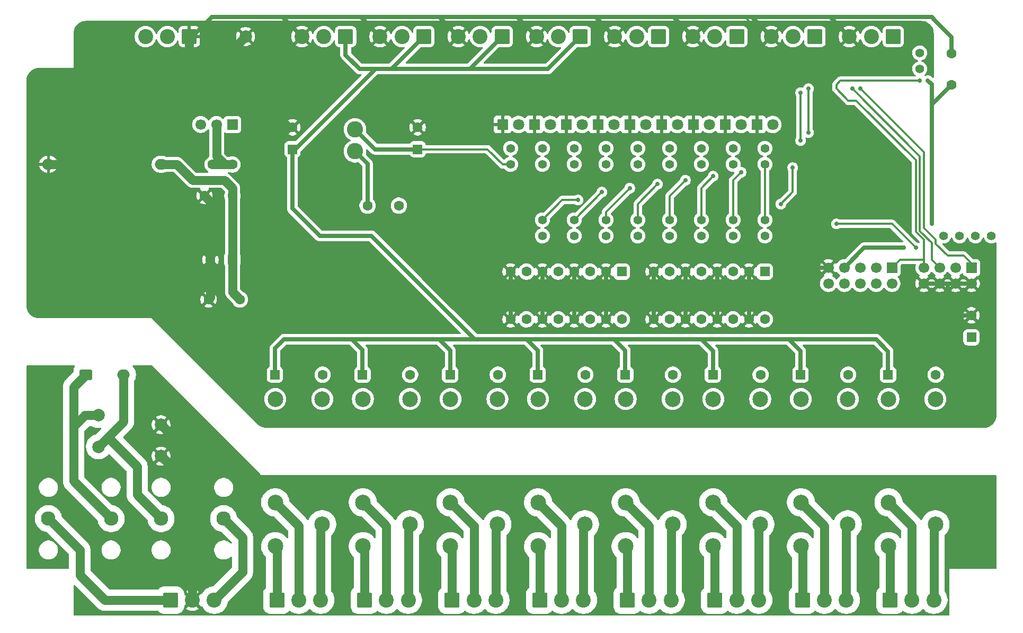
<source format=gbr>
%TF.GenerationSoftware,KiCad,Pcbnew,9.0.3*%
%TF.CreationDate,2025-07-21T16:07:52+02:00*%
%TF.ProjectId,lokho1-z,6c6f6b68-6f31-42d7-9a2e-6b696361645f,rev?*%
%TF.SameCoordinates,Original*%
%TF.FileFunction,Copper,L2,Bot*%
%TF.FilePolarity,Positive*%
%FSLAX46Y46*%
G04 Gerber Fmt 4.6, Leading zero omitted, Abs format (unit mm)*
G04 Created by KiCad (PCBNEW 9.0.3) date 2025-07-21 16:07:52*
%MOMM*%
%LPD*%
G01*
G04 APERTURE LIST*
G04 Aperture macros list*
%AMRoundRect*
0 Rectangle with rounded corners*
0 $1 Rounding radius*
0 $2 $3 $4 $5 $6 $7 $8 $9 X,Y pos of 4 corners*
0 Add a 4 corners polygon primitive as box body*
4,1,4,$2,$3,$4,$5,$6,$7,$8,$9,$2,$3,0*
0 Add four circle primitives for the rounded corners*
1,1,$1+$1,$2,$3*
1,1,$1+$1,$4,$5*
1,1,$1+$1,$6,$7*
1,1,$1+$1,$8,$9*
0 Add four rect primitives between the rounded corners*
20,1,$1+$1,$2,$3,$4,$5,0*
20,1,$1+$1,$4,$5,$6,$7,0*
20,1,$1+$1,$6,$7,$8,$9,0*
20,1,$1+$1,$8,$9,$2,$3,0*%
G04 Aperture macros list end*
%TA.AperFunction,ComponentPad*%
%ADD10C,1.400000*%
%TD*%
%TA.AperFunction,ComponentPad*%
%ADD11C,2.000000*%
%TD*%
%TA.AperFunction,ComponentPad*%
%ADD12C,1.600000*%
%TD*%
%TA.AperFunction,ComponentPad*%
%ADD13C,2.300000*%
%TD*%
%TA.AperFunction,ComponentPad*%
%ADD14RoundRect,0.250000X-0.550000X-0.550000X0.550000X-0.550000X0.550000X0.550000X-0.550000X0.550000X0*%
%TD*%
%TA.AperFunction,ComponentPad*%
%ADD15C,2.400000*%
%TD*%
%TA.AperFunction,ComponentPad*%
%ADD16RoundRect,0.250001X-0.949999X-0.949999X0.949999X-0.949999X0.949999X0.949999X-0.949999X0.949999X0*%
%TD*%
%TA.AperFunction,ComponentPad*%
%ADD17C,2.500000*%
%TD*%
%TA.AperFunction,ComponentPad*%
%ADD18C,1.700000*%
%TD*%
%TA.AperFunction,ComponentPad*%
%ADD19R,1.700000X1.700000*%
%TD*%
%TA.AperFunction,ComponentPad*%
%ADD20RoundRect,0.250000X0.550000X0.550000X-0.550000X0.550000X-0.550000X-0.550000X0.550000X-0.550000X0*%
%TD*%
%TA.AperFunction,ComponentPad*%
%ADD21RoundRect,0.250000X0.550000X-0.550000X0.550000X0.550000X-0.550000X0.550000X-0.550000X-0.550000X0*%
%TD*%
%TA.AperFunction,ComponentPad*%
%ADD22R,1.800000X1.800000*%
%TD*%
%TA.AperFunction,ComponentPad*%
%ADD23C,1.800000*%
%TD*%
%TA.AperFunction,ComponentPad*%
%ADD24RoundRect,0.250000X-0.550000X0.550000X-0.550000X-0.550000X0.550000X-0.550000X0.550000X0.550000X0*%
%TD*%
%TA.AperFunction,ComponentPad*%
%ADD25C,2.600000*%
%TD*%
%TA.AperFunction,ComponentPad*%
%ADD26RoundRect,0.250001X0.949999X0.949999X-0.949999X0.949999X-0.949999X-0.949999X0.949999X-0.949999X0*%
%TD*%
%TA.AperFunction,ComponentPad*%
%ADD27O,2.000000X1.700000*%
%TD*%
%TA.AperFunction,ComponentPad*%
%ADD28RoundRect,0.250000X0.750000X-0.600000X0.750000X0.600000X-0.750000X0.600000X-0.750000X-0.600000X0*%
%TD*%
%TA.AperFunction,ViaPad*%
%ADD29C,0.700000*%
%TD*%
%TA.AperFunction,Conductor*%
%ADD30C,0.700000*%
%TD*%
%TA.AperFunction,Conductor*%
%ADD31C,1.400000*%
%TD*%
%TA.AperFunction,Conductor*%
%ADD32C,0.350000*%
%TD*%
G04 APERTURE END LIST*
D10*
%TO.P,R4,2*%
%TO.N,EN*%
X185255000Y-60160000D03*
%TO.P,R4,1*%
%TO.N,+3V3*%
X185255000Y-57620000D03*
%TD*%
D11*
%TO.P,RV3,1*%
%TO.N,NEUT*%
X54000000Y-120500000D03*
%TO.P,RV3,2*%
%TO.N,Earth_Protective*%
X64000000Y-122000000D03*
%TD*%
D12*
%TO.P,RV2,2*%
%TO.N,GND*%
X70940000Y-80440000D03*
%TO.P,RV2,1*%
%TO.N,+VDC*%
X72240000Y-75440000D03*
%TD*%
D11*
%TO.P,RV1,1*%
%TO.N,AC*%
X54000000Y-115500000D03*
%TO.P,RV1,2*%
%TO.N,Earth_Protective*%
X64000000Y-117000000D03*
%TD*%
D12*
%TO.P,F3,2*%
%TO.N,+VDC*%
X75400000Y-75440000D03*
%TO.P,F3,1*%
%TO.N,Net-(PS1-+Vout)*%
X75400000Y-80440000D03*
%TD*%
D13*
%TO.P,F2,1*%
%TO.N,Net-(J21-Pin_1)*%
X46000000Y-132000000D03*
%TO.P,F2,2*%
%TO.N,AC*%
X56000000Y-132000000D03*
%TD*%
%TO.P,F1,1*%
%TO.N,Net-(J21-Pin_3)*%
X74000000Y-132000000D03*
%TO.P,F1,2*%
%TO.N,NEUT*%
X64000000Y-132000000D03*
%TD*%
D12*
%TO.P,D8,2,A*%
%TO.N,Net-(D8-A)*%
X117810000Y-109000000D03*
D14*
%TO.P,D8,1,K*%
%TO.N,+12V*%
X110190000Y-109000000D03*
%TD*%
%TO.P,D6,1,K*%
%TO.N,+12V*%
X82190000Y-109000000D03*
D12*
%TO.P,D6,2,A*%
%TO.N,Net-(D6-A)*%
X89810000Y-109000000D03*
%TD*%
%TO.P,D16,2,A*%
%TO.N,Net-(D16-A)*%
X173810000Y-109000000D03*
D14*
%TO.P,D16,1,K*%
%TO.N,+12V*%
X166190000Y-109000000D03*
%TD*%
D12*
%TO.P,D12,2,A*%
%TO.N,Net-(D12-A)*%
X145810000Y-109000000D03*
D14*
%TO.P,D12,1,K*%
%TO.N,+12V*%
X138190000Y-109000000D03*
%TD*%
D12*
%TO.P,D9,2,A*%
%TO.N,Net-(D9-A)*%
X131810000Y-109000000D03*
D14*
%TO.P,D9,1,K*%
%TO.N,+12V*%
X124190000Y-109000000D03*
%TD*%
D12*
%TO.P,D13,2,A*%
%TO.N,Net-(D13-A)*%
X159810000Y-109000000D03*
D14*
%TO.P,D13,1,K*%
%TO.N,+12V*%
X152190000Y-109000000D03*
%TD*%
D12*
%TO.P,D7,2,A*%
%TO.N,Net-(D7-A)*%
X103810000Y-109000000D03*
D14*
%TO.P,D7,1,K*%
%TO.N,+12V*%
X96190000Y-109000000D03*
%TD*%
D15*
%TO.P,J9,3,Pin_3*%
%TO.N,Net-(J9-Pin_3)*%
X159500000Y-145000000D03*
%TO.P,J9,2,Pin_2*%
%TO.N,Net-(J9-Pin_2)*%
X156000000Y-145000000D03*
D16*
%TO.P,J9,1,Pin_1*%
%TO.N,Net-(J9-Pin_1)*%
X152500000Y-145000000D03*
%TD*%
D15*
%TO.P,J6,3,Pin_3*%
%TO.N,Net-(J6-Pin_3)*%
X117500000Y-145000000D03*
%TO.P,J6,2,Pin_2*%
%TO.N,Net-(J6-Pin_2)*%
X114000000Y-145000000D03*
D16*
%TO.P,J6,1,Pin_1*%
%TO.N,Net-(J6-Pin_1)*%
X110500000Y-145000000D03*
%TD*%
D15*
%TO.P,J8,3,Pin_3*%
%TO.N,Net-(J8-Pin_3)*%
X145500000Y-145000000D03*
%TO.P,J8,2,Pin_2*%
%TO.N,Net-(J8-Pin_2)*%
X142000000Y-145000000D03*
D16*
%TO.P,J8,1,Pin_1*%
%TO.N,Net-(J8-Pin_1)*%
X138500000Y-145000000D03*
%TD*%
D15*
%TO.P,J5,3,Pin_3*%
%TO.N,Net-(J5-Pin_3)*%
X103500000Y-145000000D03*
%TO.P,J5,2,Pin_2*%
%TO.N,Net-(J5-Pin_2)*%
X100000000Y-145000000D03*
D16*
%TO.P,J5,1,Pin_1*%
%TO.N,Net-(J5-Pin_1)*%
X96500000Y-145000000D03*
%TD*%
D15*
%TO.P,J4,3,Pin_3*%
%TO.N,Net-(J4-Pin_3)*%
X89500000Y-145000000D03*
%TO.P,J4,2,Pin_2*%
%TO.N,Net-(J4-Pin_2)*%
X86000000Y-145000000D03*
D16*
%TO.P,J4,1,Pin_1*%
%TO.N,Net-(J4-Pin_1)*%
X82500000Y-145000000D03*
%TD*%
D15*
%TO.P,J7,3,Pin_3*%
%TO.N,Net-(J7-Pin_3)*%
X131500000Y-145000000D03*
%TO.P,J7,2,Pin_2*%
%TO.N,Net-(J7-Pin_2)*%
X128000000Y-145000000D03*
D16*
%TO.P,J7,1,Pin_1*%
%TO.N,Net-(J7-Pin_1)*%
X124500000Y-145000000D03*
%TD*%
D15*
%TO.P,J10,3,Pin_3*%
%TO.N,Net-(J10-Pin_3)*%
X173500000Y-145000000D03*
%TO.P,J10,2,Pin_2*%
%TO.N,Net-(J10-Pin_2)*%
X170000000Y-145000000D03*
D16*
%TO.P,J10,1,Pin_1*%
%TO.N,Net-(J10-Pin_1)*%
X166500000Y-145000000D03*
%TD*%
D17*
%TO.P,RL5,A2*%
%TO.N,Net-(D12-A)*%
X145750000Y-112900000D03*
%TO.P,RL5,A1*%
%TO.N,+12V*%
X138250000Y-112900000D03*
%TO.P,RL5,14*%
%TO.N,Net-(J8-Pin_1)*%
X138250000Y-136400000D03*
%TO.P,RL5,12*%
%TO.N,Net-(J8-Pin_2)*%
X138250000Y-129400000D03*
%TO.P,RL5,11*%
%TO.N,Net-(J8-Pin_3)*%
X145750000Y-132900000D03*
%TD*%
%TO.P,RL7,A2*%
%TO.N,Net-(D16-A)*%
X173750000Y-112900000D03*
%TO.P,RL7,A1*%
%TO.N,+12V*%
X166250000Y-112900000D03*
%TO.P,RL7,14*%
%TO.N,Net-(J10-Pin_1)*%
X166250000Y-136400000D03*
%TO.P,RL7,12*%
%TO.N,Net-(J10-Pin_2)*%
X166250000Y-129400000D03*
%TO.P,RL7,11*%
%TO.N,Net-(J10-Pin_3)*%
X173750000Y-132900000D03*
%TD*%
%TO.P,RL2,A2*%
%TO.N,Net-(D7-A)*%
X103750000Y-112900000D03*
%TO.P,RL2,A1*%
%TO.N,+12V*%
X96250000Y-112900000D03*
%TO.P,RL2,14*%
%TO.N,Net-(J5-Pin_1)*%
X96250000Y-136400000D03*
%TO.P,RL2,12*%
%TO.N,Net-(J5-Pin_2)*%
X96250000Y-129400000D03*
%TO.P,RL2,11*%
%TO.N,Net-(J5-Pin_3)*%
X103750000Y-132900000D03*
%TD*%
%TO.P,RL3,A2*%
%TO.N,Net-(D8-A)*%
X117750000Y-112900000D03*
%TO.P,RL3,A1*%
%TO.N,+12V*%
X110250000Y-112900000D03*
%TO.P,RL3,14*%
%TO.N,Net-(J6-Pin_1)*%
X110250000Y-136400000D03*
%TO.P,RL3,12*%
%TO.N,Net-(J6-Pin_2)*%
X110250000Y-129400000D03*
%TO.P,RL3,11*%
%TO.N,Net-(J6-Pin_3)*%
X117750000Y-132900000D03*
%TD*%
%TO.P,RL1,A2*%
%TO.N,Net-(D6-A)*%
X89750000Y-112900000D03*
%TO.P,RL1,A1*%
%TO.N,+12V*%
X82250000Y-112900000D03*
%TO.P,RL1,14*%
%TO.N,Net-(J4-Pin_1)*%
X82250000Y-136400000D03*
%TO.P,RL1,12*%
%TO.N,Net-(J4-Pin_2)*%
X82250000Y-129400000D03*
%TO.P,RL1,11*%
%TO.N,Net-(J4-Pin_3)*%
X89750000Y-132900000D03*
%TD*%
%TO.P,RL4,A2*%
%TO.N,Net-(D9-A)*%
X131750000Y-112900000D03*
%TO.P,RL4,A1*%
%TO.N,+12V*%
X124250000Y-112900000D03*
%TO.P,RL4,14*%
%TO.N,Net-(J7-Pin_1)*%
X124250000Y-136400000D03*
%TO.P,RL4,12*%
%TO.N,Net-(J7-Pin_2)*%
X124250000Y-129400000D03*
%TO.P,RL4,11*%
%TO.N,Net-(J7-Pin_3)*%
X131750000Y-132900000D03*
%TD*%
%TO.P,RL6,A2*%
%TO.N,Net-(D13-A)*%
X159750000Y-112900000D03*
%TO.P,RL6,A1*%
%TO.N,+12V*%
X152250000Y-112900000D03*
%TO.P,RL6,14*%
%TO.N,Net-(J9-Pin_1)*%
X152250000Y-136400000D03*
%TO.P,RL6,12*%
%TO.N,Net-(J9-Pin_2)*%
X152250000Y-129400000D03*
%TO.P,RL6,11*%
%TO.N,Net-(J9-Pin_3)*%
X159750000Y-132900000D03*
%TD*%
D18*
%TO.P,J22,3,Pin_3*%
%TO.N,+12V*%
X70320000Y-69050000D03*
%TO.P,J22,2,Pin_2*%
%TO.N,+VDC*%
X72860000Y-69050000D03*
D19*
%TO.P,J22,1,Pin_1*%
%TO.N,+3V3*%
X75400000Y-69050000D03*
%TD*%
D16*
%TO.P,J21,1,Pin_1*%
%TO.N,Net-(J21-Pin_1)*%
X65500000Y-145000000D03*
D15*
%TO.P,J21,2,Pin_2*%
%TO.N,Earth_Protective*%
X69000000Y-145000000D03*
%TO.P,J21,3,Pin_3*%
%TO.N,Net-(J21-Pin_3)*%
X72500000Y-145000000D03*
%TD*%
D12*
%TO.P,C7,2*%
%TO.N,Net-(PS1-+Vout)*%
X76590000Y-96990000D03*
%TO.P,C7,1*%
%TO.N,GND*%
X71590000Y-96990000D03*
%TD*%
D20*
%TO.P,C6,1*%
%TO.N,Net-(PS1-+Vout)*%
X75400000Y-90640000D03*
D12*
%TO.P,C6,2*%
%TO.N,GND*%
X71900000Y-90640000D03*
%TD*%
%TO.P,C5,1*%
%TO.N,GND*%
X190335000Y-57700000D03*
%TO.P,C5,2*%
%TO.N,+3V3*%
X190335000Y-62700000D03*
%TD*%
%TO.P,C2,1*%
%TO.N,Net-(U2-BST)*%
X102000000Y-82000000D03*
%TO.P,C2,2*%
%TO.N,Net-(U2-SW)*%
X97000000Y-82000000D03*
%TD*%
D21*
%TO.P,C4,1*%
%TO.N,+3V3*%
X193510000Y-103030000D03*
D12*
%TO.P,C4,2*%
%TO.N,GND*%
X193510000Y-99530000D03*
%TD*%
D10*
%TO.P,R12,1*%
%TO.N,GPIO19*%
X140170000Y-75400000D03*
%TO.P,R12,2*%
%TO.N,Net-(D5-A)*%
X140170000Y-72860000D03*
%TD*%
%TO.P,R8,1*%
%TO.N,GPIO19*%
X140170000Y-84290000D03*
%TO.P,R8,2*%
%TO.N,Net-(R8-Pad2)*%
X140170000Y-86830000D03*
%TD*%
D22*
%TO.P,D4,1,K*%
%TO.N,GND*%
X133820000Y-69050000D03*
D23*
%TO.P,D4,2,A*%
%TO.N,Net-(D4-A)*%
X136360000Y-69050000D03*
%TD*%
D19*
%TO.P,J3,1,Pin_1*%
%TO.N,EN*%
X180810000Y-91910000D03*
D18*
%TO.P,J3,2,Pin_2*%
%TO.N,unconnected-(J3-Pin_2-Pad2)*%
X180810000Y-94450000D03*
%TO.P,J3,3,Pin_3*%
%TO.N,U0TxD*%
X178270000Y-91910000D03*
%TO.P,J3,4,Pin_4*%
%TO.N,unconnected-(J3-Pin_4-Pad4)*%
X178270000Y-94450000D03*
%TO.P,J3,5,Pin_5*%
%TO.N,U0Rxd*%
X175730000Y-91910000D03*
%TO.P,J3,6,Pin_6*%
%TO.N,unconnected-(J3-Pin_6-Pad6)*%
X175730000Y-94450000D03*
%TO.P,J3,7,Pin_7*%
%TO.N,+3V3*%
X173190000Y-91910000D03*
%TO.P,J3,8,Pin_8*%
%TO.N,unconnected-(J3-Pin_8-Pad8)*%
X173190000Y-94450000D03*
%TO.P,J3,9,Pin_9*%
%TO.N,GND*%
X170650000Y-91910000D03*
%TO.P,J3,10,Pin_10*%
%TO.N,unconnected-(J3-Pin_10-Pad10)*%
X170650000Y-94450000D03*
%TD*%
D10*
%TO.P,R9,1*%
%TO.N,GPIO11*%
X124930000Y-75400000D03*
%TO.P,R9,2*%
%TO.N,Net-(D2-A)*%
X124930000Y-72860000D03*
%TD*%
%TO.P,R5,2*%
%TO.N,Net-(R5-Pad2)*%
X124930000Y-86830000D03*
%TO.P,R5,1*%
%TO.N,GPIO11*%
X124930000Y-84290000D03*
%TD*%
D24*
%TO.P,U4,1*%
%TO.N,Net-(R20-Pad2)*%
X160490000Y-92545000D03*
D12*
%TO.P,U4,2*%
%TO.N,GND*%
X157950000Y-92545000D03*
%TO.P,U4,3*%
%TO.N,Net-(R18-Pad2)*%
X155410000Y-92545000D03*
%TO.P,U4,4*%
%TO.N,GND*%
X152870000Y-92545000D03*
%TO.P,U4,5*%
%TO.N,Net-(R16-Pad2)*%
X150330000Y-92545000D03*
%TO.P,U4,6*%
%TO.N,GND*%
X147790000Y-92545000D03*
%TO.P,U4,7*%
%TO.N,Net-(R14-Pad2)*%
X145250000Y-92545000D03*
%TO.P,U4,8*%
%TO.N,GND*%
X142710000Y-92545000D03*
%TO.P,U4,9*%
X142710000Y-100165000D03*
%TO.P,U4,10*%
%TO.N,Net-(D12-A)*%
X145250000Y-100165000D03*
%TO.P,U4,11*%
%TO.N,GND*%
X147790000Y-100165000D03*
%TO.P,U4,12*%
%TO.N,Net-(D13-A)*%
X150330000Y-100165000D03*
%TO.P,U4,13*%
%TO.N,GND*%
X152870000Y-100165000D03*
%TO.P,U4,14*%
%TO.N,Net-(D16-A)*%
X155410000Y-100165000D03*
%TO.P,U4,15*%
%TO.N,GND*%
X157950000Y-100165000D03*
%TO.P,U4,16*%
%TO.N,Net-(D17-A)*%
X160490000Y-100165000D03*
%TD*%
D24*
%TO.P,U3,1*%
%TO.N,Net-(R8-Pad2)*%
X137630000Y-92545000D03*
D12*
%TO.P,U3,2*%
%TO.N,GND*%
X135090000Y-92545000D03*
%TO.P,U3,3*%
%TO.N,Net-(R7-Pad2)*%
X132550000Y-92545000D03*
%TO.P,U3,4*%
%TO.N,GND*%
X130010000Y-92545000D03*
%TO.P,U3,5*%
%TO.N,Net-(R6-Pad2)*%
X127470000Y-92545000D03*
%TO.P,U3,6*%
%TO.N,GND*%
X124930000Y-92545000D03*
%TO.P,U3,7*%
%TO.N,Net-(R5-Pad2)*%
X122390000Y-92545000D03*
%TO.P,U3,8*%
%TO.N,GND*%
X119850000Y-92545000D03*
%TO.P,U3,9*%
X119850000Y-100165000D03*
%TO.P,U3,10*%
%TO.N,Net-(D6-A)*%
X122390000Y-100165000D03*
%TO.P,U3,11*%
%TO.N,GND*%
X124930000Y-100165000D03*
%TO.P,U3,12*%
%TO.N,Net-(D7-A)*%
X127470000Y-100165000D03*
%TO.P,U3,13*%
%TO.N,GND*%
X130010000Y-100165000D03*
%TO.P,U3,14*%
%TO.N,Net-(D8-A)*%
X132550000Y-100165000D03*
%TO.P,U3,15*%
%TO.N,GND*%
X135090000Y-100165000D03*
%TO.P,U3,16*%
%TO.N,Net-(D9-A)*%
X137630000Y-100165000D03*
%TD*%
D17*
%TO.P,RL8,11*%
%TO.N,Net-(J11-Pin_3)*%
X187750000Y-132900000D03*
%TO.P,RL8,12*%
%TO.N,Net-(J11-Pin_2)*%
X180250000Y-129400000D03*
%TO.P,RL8,14*%
%TO.N,Net-(J11-Pin_1)*%
X180250000Y-136400000D03*
%TO.P,RL8,A1*%
%TO.N,+12V*%
X180250000Y-112900000D03*
%TO.P,RL8,A2*%
%TO.N,Net-(D17-A)*%
X187750000Y-112900000D03*
%TD*%
D10*
%TO.P,R20,1*%
%TO.N,GPIO23*%
X160490000Y-84290000D03*
%TO.P,R20,2*%
%TO.N,Net-(R20-Pad2)*%
X160490000Y-86830000D03*
%TD*%
%TO.P,R19,1*%
%TO.N,GPIO23*%
X160490000Y-75400000D03*
%TO.P,R19,2*%
%TO.N,Net-(D15-A)*%
X160490000Y-72860000D03*
%TD*%
%TO.P,R18,1*%
%TO.N,GPIO22*%
X155410000Y-84290000D03*
%TO.P,R18,2*%
%TO.N,Net-(R18-Pad2)*%
X155410000Y-86830000D03*
%TD*%
%TO.P,R17,1*%
%TO.N,GPIO22*%
X155410000Y-75400000D03*
%TO.P,R17,2*%
%TO.N,Net-(D14-A)*%
X155410000Y-72860000D03*
%TD*%
%TO.P,R16,1*%
%TO.N,GPIO21*%
X150330000Y-84290000D03*
%TO.P,R16,2*%
%TO.N,Net-(R16-Pad2)*%
X150330000Y-86830000D03*
%TD*%
%TO.P,R15,1*%
%TO.N,GPIO21*%
X150330000Y-75400000D03*
%TO.P,R15,2*%
%TO.N,Net-(D11-A)*%
X150330000Y-72860000D03*
%TD*%
%TO.P,R14,1*%
%TO.N,GPIO20*%
X145250000Y-84290000D03*
%TO.P,R14,2*%
%TO.N,Net-(R14-Pad2)*%
X145250000Y-86830000D03*
%TD*%
%TO.P,R13,1*%
%TO.N,GPIO20*%
X145250000Y-75400000D03*
%TO.P,R13,2*%
%TO.N,Net-(D10-A)*%
X145250000Y-72860000D03*
%TD*%
%TO.P,R11,2*%
%TO.N,Net-(D4-A)*%
X135090000Y-72860000D03*
%TO.P,R11,1*%
%TO.N,GPIO18*%
X135090000Y-75400000D03*
%TD*%
%TO.P,R10,2*%
%TO.N,Net-(D3-A)*%
X130010000Y-72860000D03*
%TO.P,R10,1*%
%TO.N,GPIO15*%
X130010000Y-75400000D03*
%TD*%
%TO.P,R7,2*%
%TO.N,Net-(R7-Pad2)*%
X135090000Y-86830000D03*
%TO.P,R7,1*%
%TO.N,GPIO18*%
X135090000Y-84290000D03*
%TD*%
%TO.P,R6,2*%
%TO.N,Net-(R6-Pad2)*%
X130010000Y-86830000D03*
%TO.P,R6,1*%
%TO.N,GPIO15*%
X130010000Y-84290000D03*
%TD*%
%TO.P,R3,1*%
%TO.N,GPIO9*%
X189065000Y-86830000D03*
%TO.P,R3,2*%
%TO.N,+3V3*%
X191605000Y-86830000D03*
%TD*%
%TO.P,R2,1*%
%TO.N,GPIO8*%
X194145000Y-86830000D03*
%TO.P,R2,2*%
%TO.N,+3V3*%
X196685000Y-86830000D03*
%TD*%
%TO.P,R1,1*%
%TO.N,+3V3*%
X119850000Y-75400000D03*
%TO.P,R1,2*%
%TO.N,Net-(D1-A)*%
X119850000Y-72860000D03*
%TD*%
D25*
%TO.P,L1,1*%
%TO.N,Net-(U2-SW)*%
X94990000Y-73320000D03*
%TO.P,L1,2*%
%TO.N,+3V3*%
X94990000Y-69820000D03*
%TD*%
D26*
%TO.P,J19,1,Pin_1*%
%TO.N,+12V*%
X93500000Y-55000000D03*
D15*
%TO.P,J19,2,Pin_2*%
%TO.N,GPIO3*%
X90000000Y-55000000D03*
%TO.P,J19,3,Pin_3*%
%TO.N,GND*%
X86500000Y-55000000D03*
%TD*%
D26*
%TO.P,J18,1,Pin_1*%
%TO.N,+12V*%
X106000000Y-55000000D03*
D15*
%TO.P,J18,2,Pin_2*%
%TO.N,GPIO2*%
X102500000Y-55000000D03*
%TO.P,J18,3,Pin_3*%
%TO.N,GND*%
X99000000Y-55000000D03*
%TD*%
D26*
%TO.P,J17,1,Pin_1*%
%TO.N,+12V*%
X118500000Y-55000000D03*
D15*
%TO.P,J17,2,Pin_2*%
%TO.N,GPIO1*%
X115000000Y-55000000D03*
%TO.P,J17,3,Pin_3*%
%TO.N,GND*%
X111500000Y-55000000D03*
%TD*%
D26*
%TO.P,J16,1,Pin_1*%
%TO.N,+12V*%
X131000000Y-55000000D03*
D15*
%TO.P,J16,2,Pin_2*%
%TO.N,GPIO0*%
X127500000Y-55000000D03*
%TO.P,J16,3,Pin_3*%
%TO.N,GND*%
X124000000Y-55000000D03*
%TD*%
D26*
%TO.P,J15,1,Pin_1*%
%TO.N,+3V3*%
X143500000Y-55000000D03*
D15*
%TO.P,J15,2,Pin_2*%
%TO.N,GPIO7*%
X140000000Y-55000000D03*
%TO.P,J15,3,Pin_3*%
%TO.N,GND*%
X136500000Y-55000000D03*
%TD*%
D26*
%TO.P,J14,1,Pin_1*%
%TO.N,+3V3*%
X156000000Y-55000000D03*
D15*
%TO.P,J14,2,Pin_2*%
%TO.N,GPIO6*%
X152500000Y-55000000D03*
%TO.P,J14,3,Pin_3*%
%TO.N,GND*%
X149000000Y-55000000D03*
%TD*%
D26*
%TO.P,J13,1,Pin_1*%
%TO.N,+3V3*%
X168500000Y-55000000D03*
D15*
%TO.P,J13,2,Pin_2*%
%TO.N,GPIO5*%
X165000000Y-55000000D03*
%TO.P,J13,3,Pin_3*%
%TO.N,GND*%
X161500000Y-55000000D03*
%TD*%
%TO.P,J12,3,Pin_3*%
%TO.N,GND*%
X174000000Y-55000000D03*
%TO.P,J12,2,Pin_2*%
%TO.N,GPIO4*%
X177500000Y-55000000D03*
D26*
%TO.P,J12,1,Pin_1*%
%TO.N,+3V3*%
X181000000Y-55000000D03*
%TD*%
D16*
%TO.P,J11,1,Pin_1*%
%TO.N,Net-(J11-Pin_1)*%
X180500000Y-145000000D03*
D15*
%TO.P,J11,2,Pin_2*%
%TO.N,Net-(J11-Pin_2)*%
X184000000Y-145000000D03*
%TO.P,J11,3,Pin_3*%
%TO.N,Net-(J11-Pin_3)*%
X187500000Y-145000000D03*
%TD*%
D11*
%TO.P,J1,1,Pin_1*%
%TO.N,GND*%
X77500000Y-55000000D03*
%TD*%
D14*
%TO.P,D17,1,K*%
%TO.N,+12V*%
X180190000Y-109000000D03*
D12*
%TO.P,D17,2,A*%
%TO.N,Net-(D17-A)*%
X187810000Y-109000000D03*
%TD*%
D22*
%TO.P,D15,1,K*%
%TO.N,GND*%
X159220000Y-69050000D03*
D23*
%TO.P,D15,2,A*%
%TO.N,Net-(D15-A)*%
X161760000Y-69050000D03*
%TD*%
D22*
%TO.P,D14,1,K*%
%TO.N,GND*%
X154140000Y-69050000D03*
D23*
%TO.P,D14,2,A*%
%TO.N,Net-(D14-A)*%
X156680000Y-69050000D03*
%TD*%
D22*
%TO.P,D11,1,K*%
%TO.N,GND*%
X149060000Y-69050000D03*
D23*
%TO.P,D11,2,A*%
%TO.N,Net-(D11-A)*%
X151600000Y-69050000D03*
%TD*%
D22*
%TO.P,D10,1,K*%
%TO.N,GND*%
X143980000Y-69050000D03*
D23*
%TO.P,D10,2,A*%
%TO.N,Net-(D10-A)*%
X146520000Y-69050000D03*
%TD*%
D22*
%TO.P,D5,1,K*%
%TO.N,GND*%
X138900000Y-69050000D03*
D23*
%TO.P,D5,2,A*%
%TO.N,Net-(D5-A)*%
X141440000Y-69050000D03*
%TD*%
D22*
%TO.P,D3,1,K*%
%TO.N,GND*%
X128740000Y-69050000D03*
D23*
%TO.P,D3,2,A*%
%TO.N,Net-(D3-A)*%
X131280000Y-69050000D03*
%TD*%
D22*
%TO.P,D2,1,K*%
%TO.N,GND*%
X123660000Y-69050000D03*
D23*
%TO.P,D2,2,A*%
%TO.N,Net-(D2-A)*%
X126200000Y-69050000D03*
%TD*%
D22*
%TO.P,D1,1,K*%
%TO.N,GND*%
X118580000Y-69050000D03*
D23*
%TO.P,D1,2,A*%
%TO.N,Net-(D1-A)*%
X121120000Y-69050000D03*
%TD*%
D21*
%TO.P,C3,1*%
%TO.N,+3V3*%
X105000000Y-73000000D03*
D12*
%TO.P,C3,2*%
%TO.N,GND*%
X105000000Y-69500000D03*
%TD*%
%TO.P,C1,2*%
%TO.N,GND*%
X85000000Y-69500000D03*
D21*
%TO.P,C1,1*%
%TO.N,+12V*%
X85000000Y-73000000D03*
%TD*%
D19*
%TO.P,J20,1,Pin_1*%
%TO.N,GPIO8*%
X193510000Y-91910000D03*
D18*
%TO.P,J20,2,Pin_2*%
%TO.N,GND*%
X193510000Y-94450000D03*
%TO.P,J20,3,Pin_3*%
%TO.N,GPIO9*%
X190970000Y-91910000D03*
%TO.P,J20,4,Pin_4*%
%TO.N,GND*%
X190970000Y-94450000D03*
%TO.P,J20,5,Pin_5*%
%TO.N,GPIO10*%
X188430000Y-91910000D03*
%TO.P,J20,6,Pin_6*%
%TO.N,GND*%
X188430000Y-94450000D03*
%TO.P,J20,7,Pin_7*%
%TO.N,EN*%
X185890000Y-91910000D03*
%TO.P,J20,8,Pin_8*%
%TO.N,GND*%
X185890000Y-94450000D03*
%TD*%
D26*
%TO.P,J2,1,Pin_1*%
%TO.N,GND*%
X68500000Y-55000000D03*
D15*
%TO.P,J2,2,Pin_2*%
%TO.N,+3V3*%
X65000000Y-55000000D03*
%TO.P,J2,3,Pin_3*%
%TO.N,+12V*%
X61500000Y-55000000D03*
%TD*%
D27*
%TO.P,PS1,4,+Vout*%
%TO.N,Net-(PS1-+Vout)*%
X64000000Y-75400000D03*
%TO.P,PS1,3,-Vout*%
%TO.N,GND*%
X46000000Y-75400000D03*
%TO.P,PS1,2,AC/N*%
%TO.N,NEUT*%
X58000000Y-109000000D03*
D28*
%TO.P,PS1,1,AC/L*%
%TO.N,AC*%
X52000000Y-109000000D03*
%TD*%
D29*
%TO.N,+3V3*%
X187160000Y-84925000D03*
%TO.N,GND*%
X124930000Y-95085000D03*
X119850000Y-95085000D03*
%TO.N,+3V3*%
X186550000Y-62040000D03*
%TO.N,GPIO9*%
X184620000Y-88735000D03*
%TO.N,+3V3*%
X182715000Y-88735000D03*
%TO.N,GPIO9*%
X171920000Y-84925000D03*
%TO.N,EN*%
X185255000Y-62065000D03*
%TO.N,GPIO10*%
X174460000Y-63335000D03*
%TO.N,GPIO8*%
X175730000Y-63335000D03*
%TO.N,GPIO3*%
X166205000Y-63970000D03*
X166205000Y-71590000D03*
%TO.N,GPIO2*%
X167475000Y-70320000D03*
X167475000Y-63335000D03*
%TO.N,GPIO22*%
X156680000Y-76670000D03*
%TO.N,GPIO21*%
X152235000Y-77305000D03*
%TO.N,GPIO20*%
X147790000Y-77940000D03*
%TO.N,GPIO19*%
X143345000Y-78575000D03*
%TO.N,GPIO18*%
X138900000Y-79210000D03*
%TO.N,GPIO15*%
X134455000Y-79845000D03*
%TO.N,GPIO11*%
X130645000Y-81115000D03*
X164935000Y-75945000D03*
X163030000Y-81750000D03*
%TD*%
D30*
%TO.N,+12V*%
X114135000Y-103340000D02*
X122390000Y-103340000D01*
%TO.N,GND*%
X190335000Y-99530000D02*
X193510000Y-99530000D01*
X188430000Y-97625000D02*
X190335000Y-99530000D01*
%TO.N,+3V3*%
X187160000Y-84925000D02*
X187160000Y-65875000D01*
%TO.N,GND*%
X124930000Y-95085000D02*
X124930000Y-100165000D01*
D31*
%TO.N,Earth_Protective*%
X69000000Y-122000000D02*
X64000000Y-117000000D01*
X69000000Y-127000000D02*
X69000000Y-122000000D01*
X69000000Y-127000000D02*
X64000000Y-122000000D01*
X69000000Y-145000000D02*
X69000000Y-127000000D01*
%TO.N,NEUT*%
X60160000Y-123660000D02*
X55500000Y-119000000D01*
X60160000Y-128160000D02*
X60160000Y-123660000D01*
X64000000Y-132000000D02*
X60160000Y-128160000D01*
X54000000Y-120500000D02*
X55500000Y-119000000D01*
X58000000Y-116500000D02*
X58000000Y-109000000D01*
X55500000Y-119000000D02*
X58000000Y-116500000D01*
%TO.N,AC*%
X50000000Y-111000000D02*
X52000000Y-109000000D01*
X50000000Y-117310000D02*
X50000000Y-111000000D01*
X50000000Y-126000000D02*
X56000000Y-132000000D01*
X50000000Y-117310000D02*
X50000000Y-126000000D01*
X51810000Y-115500000D02*
X50000000Y-117310000D01*
X54000000Y-115500000D02*
X51810000Y-115500000D01*
%TO.N,Net-(J21-Pin_1)*%
X51000000Y-137000000D02*
X46000000Y-132000000D01*
X51000000Y-141000000D02*
X51000000Y-137000000D01*
D32*
%TO.N,GND*%
X118580000Y-67780000D02*
X118580000Y-69050000D01*
X120485000Y-65875000D02*
X118580000Y-67780000D01*
X125565000Y-65875000D02*
X120485000Y-65875000D01*
%TO.N,+3V3*%
X116180000Y-73000000D02*
X105000000Y-73000000D01*
X118580000Y-75400000D02*
X116180000Y-73000000D01*
X119850000Y-75400000D02*
X118580000Y-75400000D01*
D31*
%TO.N,GND*%
X85000000Y-69500000D02*
X83590000Y-69500000D01*
X83590000Y-69500000D02*
X71590000Y-57500000D01*
X71590000Y-57500000D02*
X75000000Y-57500000D01*
D30*
%TO.N,+12V*%
X85000000Y-82460000D02*
X89370000Y-86830000D01*
X85000000Y-73000000D02*
X85000000Y-82460000D01*
X89370000Y-86830000D02*
X97625000Y-86830000D01*
D31*
%TO.N,+VDC*%
X72860000Y-74170000D02*
X74130000Y-75440000D01*
X72860000Y-69050000D02*
X72860000Y-74170000D01*
X74130000Y-75440000D02*
X72240000Y-75440000D01*
X75400000Y-75440000D02*
X74130000Y-75440000D01*
%TO.N,GND*%
X60160000Y-85560000D02*
X71900000Y-85560000D01*
X50000000Y-75400000D02*
X60160000Y-85560000D01*
X71900000Y-85560000D02*
X71900000Y-81400000D01*
X71900000Y-90640000D02*
X71900000Y-85560000D01*
X71900000Y-81400000D02*
X70940000Y-80440000D01*
X71900000Y-96680000D02*
X71590000Y-96990000D01*
X71900000Y-90640000D02*
X71900000Y-96680000D01*
%TO.N,Net-(PS1-+Vout)*%
X75400000Y-90640000D02*
X75400000Y-95800000D01*
X75400000Y-95800000D02*
X76590000Y-96990000D01*
X75400000Y-80440000D02*
X75400000Y-90640000D01*
X74130000Y-77940000D02*
X75400000Y-79210000D01*
X69050000Y-77940000D02*
X74130000Y-77940000D01*
X66510000Y-75400000D02*
X69050000Y-77940000D01*
X75400000Y-79210000D02*
X75400000Y-80440000D01*
X64000000Y-75400000D02*
X66510000Y-75400000D01*
%TO.N,GND*%
X50000000Y-75400000D02*
X46000000Y-75400000D01*
X68500000Y-57500000D02*
X67900000Y-57500000D01*
X67900000Y-57500000D02*
X50000000Y-75400000D01*
%TO.N,Net-(J21-Pin_1)*%
X55000000Y-145000000D02*
X65500000Y-145000000D01*
X51000000Y-141000000D02*
X55000000Y-145000000D01*
%TO.N,Net-(J21-Pin_3)*%
X77000000Y-140500000D02*
X77000000Y-135000000D01*
X72500000Y-145000000D02*
X77000000Y-140500000D01*
X77000000Y-135000000D02*
X74000000Y-132000000D01*
D30*
%TO.N,+12V*%
X83655000Y-103340000D02*
X94450000Y-103340000D01*
X82190000Y-104805000D02*
X83655000Y-103340000D01*
X82190000Y-109000000D02*
X82190000Y-104805000D01*
X96190000Y-105080000D02*
X94450000Y-103340000D01*
X94450000Y-103340000D02*
X108420000Y-103340000D01*
X96190000Y-109000000D02*
X96190000Y-105080000D01*
X110190000Y-105110000D02*
X108420000Y-103340000D01*
X108420000Y-103340000D02*
X114135000Y-103340000D01*
X110190000Y-109000000D02*
X110190000Y-105110000D01*
X124190000Y-109000000D02*
X124190000Y-105140000D01*
X122390000Y-103340000D02*
X136360000Y-103340000D01*
X124190000Y-105140000D02*
X122390000Y-103340000D01*
X138190000Y-105170000D02*
X136360000Y-103340000D01*
X138190000Y-109000000D02*
X138190000Y-105170000D01*
X136360000Y-103340000D02*
X150330000Y-103340000D01*
X152190000Y-105200000D02*
X150330000Y-103340000D01*
X152190000Y-109000000D02*
X152190000Y-105200000D01*
X150330000Y-103340000D02*
X164300000Y-103340000D01*
X166190000Y-109000000D02*
X166190000Y-105230000D01*
X166190000Y-105230000D02*
X164300000Y-103340000D01*
X164300000Y-103340000D02*
X178270000Y-103340000D01*
X180190000Y-105260000D02*
X180190000Y-109000000D01*
X178270000Y-103340000D02*
X180190000Y-105260000D01*
%TO.N,Net-(U2-SW)*%
X97000000Y-75330000D02*
X97000000Y-82000000D01*
X94990000Y-73320000D02*
X97000000Y-75330000D01*
%TO.N,+3V3*%
X98170000Y-73000000D02*
X94990000Y-69820000D01*
X105000000Y-73000000D02*
X98170000Y-73000000D01*
%TO.N,+12V*%
X125840000Y-60160000D02*
X131000000Y-55000000D01*
X100840000Y-60160000D02*
X125840000Y-60160000D01*
X93500000Y-57940000D02*
X93500000Y-55000000D01*
X95720000Y-60160000D02*
X93500000Y-57940000D01*
X98260000Y-60160000D02*
X95720000Y-60160000D01*
X98260000Y-60160000D02*
X100840000Y-60160000D01*
X88100000Y-70320000D02*
X98260000Y-60160000D01*
X85420000Y-73000000D02*
X85000000Y-73000000D01*
X88100000Y-70320000D02*
X85420000Y-73000000D01*
%TO.N,GND*%
X72095000Y-51905000D02*
X69000000Y-55000000D01*
X83020000Y-51905000D02*
X72095000Y-51905000D01*
X69000000Y-55000000D02*
X68500000Y-55000000D01*
D31*
X68500000Y-57500000D02*
X71590000Y-57500000D01*
X75000000Y-57500000D02*
X77500000Y-55000000D01*
X68500000Y-57500000D02*
X68500000Y-55000000D01*
%TO.N,Net-(J8-Pin_2)*%
X142000000Y-133150000D02*
X138250000Y-129400000D01*
%TO.N,Net-(J7-Pin_1)*%
X124500000Y-136650000D02*
X124250000Y-136400000D01*
%TO.N,Net-(J9-Pin_1)*%
X152500000Y-136650000D02*
X152250000Y-136400000D01*
%TO.N,Net-(J5-Pin_2)*%
X100000000Y-145000000D02*
X100000000Y-133150000D01*
%TO.N,Net-(J10-Pin_2)*%
X170000000Y-145000000D02*
X170000000Y-133150000D01*
%TO.N,Net-(J6-Pin_1)*%
X110500000Y-145000000D02*
X110500000Y-136650000D01*
%TO.N,Net-(J7-Pin_2)*%
X124250000Y-129400000D02*
X128000000Y-133150000D01*
%TO.N,Net-(J6-Pin_1)*%
X110500000Y-136650000D02*
X110250000Y-136400000D01*
%TO.N,Net-(J8-Pin_2)*%
X142000000Y-145000000D02*
X142000000Y-133150000D01*
%TO.N,Net-(J4-Pin_1)*%
X82500000Y-145000000D02*
X82500000Y-136650000D01*
%TO.N,Net-(J9-Pin_2)*%
X156000000Y-145000000D02*
X156000000Y-133150000D01*
%TO.N,Net-(J5-Pin_1)*%
X96500000Y-136650000D02*
X96250000Y-136400000D01*
%TO.N,Net-(J7-Pin_2)*%
X128000000Y-133150000D02*
X128000000Y-145000000D01*
%TO.N,Net-(J4-Pin_2)*%
X86000000Y-133150000D02*
X82250000Y-129400000D01*
%TO.N,Net-(J8-Pin_1)*%
X138500000Y-145000000D02*
X138500000Y-136650000D01*
%TO.N,Net-(J6-Pin_2)*%
X114000000Y-145000000D02*
X114000000Y-133150000D01*
%TO.N,Net-(J10-Pin_2)*%
X170000000Y-133150000D02*
X166250000Y-129400000D01*
%TO.N,Net-(J5-Pin_1)*%
X96500000Y-145000000D02*
X96500000Y-136650000D01*
%TO.N,Net-(J10-Pin_1)*%
X166500000Y-145000000D02*
X166500000Y-136650000D01*
X166500000Y-136650000D02*
X166250000Y-136400000D01*
%TO.N,Net-(J4-Pin_2)*%
X86000000Y-145000000D02*
X86000000Y-133150000D01*
%TO.N,Net-(J4-Pin_1)*%
X82500000Y-136650000D02*
X82250000Y-136400000D01*
%TO.N,Net-(J5-Pin_2)*%
X100000000Y-133150000D02*
X96250000Y-129400000D01*
%TO.N,Net-(J8-Pin_1)*%
X138500000Y-136650000D02*
X138250000Y-136400000D01*
%TO.N,Net-(J9-Pin_1)*%
X152500000Y-145000000D02*
X152500000Y-136650000D01*
%TO.N,Net-(J7-Pin_1)*%
X124500000Y-145000000D02*
X124500000Y-136650000D01*
%TO.N,Net-(J6-Pin_2)*%
X114000000Y-133150000D02*
X110250000Y-129400000D01*
%TO.N,Net-(J9-Pin_2)*%
X156000000Y-133150000D02*
X152250000Y-129400000D01*
%TO.N,Net-(J10-Pin_3)*%
X173500000Y-133150000D02*
X173750000Y-132900000D01*
%TO.N,Net-(J9-Pin_3)*%
X159500000Y-145000000D02*
X159500000Y-133150000D01*
%TO.N,Net-(J8-Pin_3)*%
X145500000Y-133150000D02*
X145750000Y-132900000D01*
%TO.N,Net-(J9-Pin_3)*%
X159500000Y-133150000D02*
X159750000Y-132900000D01*
%TO.N,Net-(J8-Pin_3)*%
X145500000Y-145000000D02*
X145500000Y-133150000D01*
%TO.N,Net-(J4-Pin_3)*%
X89500000Y-145000000D02*
X89500000Y-133150000D01*
X89500000Y-133150000D02*
X89750000Y-132900000D01*
%TO.N,Net-(J10-Pin_3)*%
X173500000Y-145000000D02*
X173500000Y-133150000D01*
%TO.N,Net-(J7-Pin_3)*%
X131500000Y-145000000D02*
X131500000Y-133150000D01*
X131500000Y-133150000D02*
X131750000Y-132900000D01*
%TO.N,Net-(J5-Pin_3)*%
X103500000Y-145000000D02*
X103500000Y-133150000D01*
X103500000Y-133150000D02*
X103750000Y-132900000D01*
%TO.N,Net-(J6-Pin_3)*%
X117500000Y-145000000D02*
X117500000Y-133150000D01*
X117500000Y-133150000D02*
X117750000Y-132900000D01*
%TO.N,Net-(J11-Pin_2)*%
X184000000Y-145000000D02*
X184000000Y-133150000D01*
X184000000Y-133150000D02*
X180250000Y-129400000D01*
%TO.N,Net-(J11-Pin_1)*%
X180500000Y-136650000D02*
X180250000Y-136400000D01*
X180500000Y-145000000D02*
X180500000Y-136650000D01*
%TO.N,Net-(J11-Pin_3)*%
X187500000Y-133150000D02*
X187750000Y-132900000D01*
X187500000Y-145000000D02*
X187500000Y-133150000D01*
D32*
%TO.N,GND*%
X158585000Y-53175000D02*
X157315000Y-51905000D01*
X158585000Y-63335000D02*
X158585000Y-53175000D01*
D30*
X157315000Y-51905000D02*
X154775000Y-51905000D01*
D32*
X157315000Y-64605000D02*
X158585000Y-63335000D01*
X157315000Y-65875000D02*
X157315000Y-64605000D01*
D30*
%TO.N,+3V3*%
X187160000Y-62650000D02*
X187160000Y-65875000D01*
X186550000Y-62040000D02*
X187160000Y-62650000D01*
D32*
%TO.N,GND*%
X154140000Y-65875000D02*
X157315000Y-65875000D01*
X154140000Y-69050000D02*
X154140000Y-65875000D01*
X149060000Y-69050000D02*
X149060000Y-65875000D01*
X149060000Y-65875000D02*
X154140000Y-65875000D01*
X143980000Y-69050000D02*
X143980000Y-65875000D01*
X143980000Y-65875000D02*
X149060000Y-65875000D01*
X138900000Y-65875000D02*
X143980000Y-65875000D01*
X138900000Y-69050000D02*
X138900000Y-65875000D01*
X133820000Y-69050000D02*
X133820000Y-65875000D01*
X133820000Y-65875000D02*
X138900000Y-65875000D01*
X125565000Y-65875000D02*
X128740000Y-65875000D01*
X128740000Y-69050000D02*
X128740000Y-65875000D01*
X159220000Y-67780000D02*
X159220000Y-69050000D01*
X157315000Y-65875000D02*
X159220000Y-67780000D01*
X128740000Y-65875000D02*
X133820000Y-65875000D01*
X123660000Y-67780000D02*
X125565000Y-65875000D01*
X123660000Y-69050000D02*
X123660000Y-67780000D01*
D30*
X190335000Y-55080000D02*
X190335000Y-57700000D01*
X187795000Y-52540000D02*
X190335000Y-55080000D01*
%TO.N,+3V3*%
X187160000Y-65875000D02*
X190335000Y-62700000D01*
X186550000Y-62040000D02*
X186525000Y-62065000D01*
D32*
%TO.N,GPIO9*%
X180810000Y-84925000D02*
X171920000Y-84925000D01*
X184620000Y-88735000D02*
X180810000Y-84925000D01*
D30*
%TO.N,+3V3*%
X176365000Y-88735000D02*
X182715000Y-88735000D01*
X173190000Y-91910000D02*
X176365000Y-88735000D01*
D32*
%TO.N,GPIO8*%
X185890000Y-85560000D02*
X187795000Y-87465000D01*
X185890000Y-73495000D02*
X185890000Y-85560000D01*
%TO.N,GPIO10*%
X187160000Y-90640000D02*
X188430000Y-91910000D01*
X185255000Y-86050768D02*
X187160000Y-87955768D01*
X185255000Y-74130000D02*
X185255000Y-86050768D01*
X174460000Y-63335000D02*
X185255000Y-74130000D01*
X187160000Y-87955768D02*
X187160000Y-90640000D01*
%TO.N,EN*%
X184620000Y-74765000D02*
X184620000Y-86195000D01*
X184620000Y-86195000D02*
X185890000Y-87465000D01*
D30*
%TO.N,GND*%
X187160000Y-51905000D02*
X187795000Y-52540000D01*
X170905000Y-51905000D02*
X187160000Y-51905000D01*
%TO.N,+12V*%
X118500000Y-55000000D02*
X113340000Y-60160000D01*
X106000000Y-55000000D02*
X100840000Y-60160000D01*
%TO.N,GND*%
X161500000Y-55000000D02*
X158405000Y-51905000D01*
X154775000Y-51905000D02*
X143345000Y-51905000D01*
X149000000Y-55000000D02*
X145905000Y-51905000D01*
X143345000Y-51905000D02*
X132550000Y-51905000D01*
X136500000Y-55000000D02*
X133405000Y-51905000D01*
X132550000Y-51905000D02*
X119215000Y-51905000D01*
X168110000Y-51905000D02*
X157315000Y-51905000D01*
X124000000Y-55000000D02*
X120905000Y-51905000D01*
X105245000Y-51905000D02*
X94450000Y-51905000D01*
X111500000Y-55000000D02*
X108405000Y-51905000D01*
X99000000Y-55000000D02*
X95905000Y-51905000D01*
X94450000Y-51905000D02*
X83020000Y-51905000D01*
X83405000Y-51905000D02*
X83020000Y-51905000D01*
X86500000Y-55000000D02*
X83405000Y-51905000D01*
X170905000Y-51905000D02*
X168110000Y-51905000D01*
X119215000Y-51905000D02*
X105245000Y-51905000D01*
X174000000Y-55000000D02*
X170905000Y-51905000D01*
X142710000Y-95085000D02*
X119850000Y-95085000D01*
X119850000Y-95085000D02*
X119850000Y-100165000D01*
X119850000Y-92545000D02*
X119850000Y-95085000D01*
X124930000Y-92545000D02*
X124930000Y-95085000D01*
X130010000Y-92545000D02*
X130010000Y-100165000D01*
X135090000Y-92545000D02*
X135090000Y-100165000D01*
X142710000Y-95085000D02*
X142710000Y-92545000D01*
X142710000Y-100165000D02*
X142710000Y-95085000D01*
X147790000Y-95085000D02*
X147790000Y-100165000D01*
X147790000Y-92545000D02*
X147790000Y-95085000D01*
X147790000Y-95085000D02*
X142710000Y-95085000D01*
X157950000Y-92545000D02*
X157950000Y-95085000D01*
X152870000Y-92545000D02*
X152870000Y-95085000D01*
X152870000Y-100165000D02*
X152870000Y-95085000D01*
X152870000Y-95085000D02*
X147790000Y-95085000D01*
X157950000Y-100165000D02*
X157950000Y-95085000D01*
X157950000Y-95085000D02*
X152870000Y-95085000D01*
X185890000Y-94450000D02*
X189700000Y-94450000D01*
X188430000Y-97625000D02*
X189700000Y-96355000D01*
X168110000Y-97625000D02*
X188430000Y-97625000D01*
X189700000Y-96355000D02*
X189700000Y-94450000D01*
X165570000Y-95085000D02*
X168110000Y-97625000D01*
X165570000Y-95085000D02*
X157950000Y-95085000D01*
X168745000Y-91910000D02*
X165570000Y-95085000D01*
X170650000Y-91910000D02*
X168745000Y-91910000D01*
X189700000Y-94450000D02*
X193510000Y-94450000D01*
D32*
%TO.N,GPIO8*%
X187795000Y-87465000D02*
X187795000Y-88100000D01*
X189700000Y-90005000D02*
X192240000Y-90005000D01*
X193510000Y-91275000D02*
X193510000Y-91910000D01*
X187795000Y-88100000D02*
X189700000Y-90005000D01*
X192240000Y-90005000D02*
X193510000Y-91275000D01*
X175730000Y-63335000D02*
X185890000Y-73495000D01*
%TO.N,EN*%
X185890000Y-90640000D02*
X182080000Y-90640000D01*
X185890000Y-90640000D02*
X185890000Y-91910000D01*
X182080000Y-90640000D02*
X180810000Y-91910000D01*
X185890000Y-87465000D02*
X185890000Y-90640000D01*
X175095000Y-65240000D02*
X184620000Y-74765000D01*
X172555000Y-62065000D02*
X171920000Y-62700000D01*
X185255000Y-62065000D02*
X172555000Y-62065000D01*
X171920000Y-62700000D02*
X171920000Y-63335000D01*
X171920000Y-63335000D02*
X173825000Y-65240000D01*
X173825000Y-65240000D02*
X175095000Y-65240000D01*
%TO.N,GPIO3*%
X166205000Y-71590000D02*
X166205000Y-63970000D01*
%TO.N,GPIO2*%
X167475000Y-70320000D02*
X167475000Y-63335000D01*
%TO.N,GPIO23*%
X160490000Y-84290000D02*
X160490000Y-75400000D01*
%TO.N,GPIO22*%
X155410000Y-84290000D02*
X155410000Y-77940000D01*
X155410000Y-77940000D02*
X156680000Y-76670000D01*
%TO.N,GPIO21*%
X150330000Y-84290000D02*
X150330000Y-79210000D01*
X150330000Y-79210000D02*
X152235000Y-77305000D01*
%TO.N,GPIO20*%
X145250000Y-84290000D02*
X145250000Y-80480000D01*
X145250000Y-80480000D02*
X147790000Y-77940000D01*
%TO.N,GPIO19*%
X140170000Y-81750000D02*
X143345000Y-78575000D01*
X140170000Y-84290000D02*
X140170000Y-81750000D01*
%TO.N,GPIO18*%
X135090000Y-83020000D02*
X138900000Y-79210000D01*
X135090000Y-84290000D02*
X135090000Y-83020000D01*
%TO.N,GPIO15*%
X130010000Y-84290000D02*
X134455000Y-79845000D01*
%TO.N,GPIO11*%
X128105000Y-81115000D02*
X130645000Y-81115000D01*
X124930000Y-84290000D02*
X128105000Y-81115000D01*
X164935000Y-79845000D02*
X164935000Y-75945000D01*
X163030000Y-81750000D02*
X164935000Y-79845000D01*
D30*
%TO.N,+12V*%
X97625000Y-86830000D02*
X114135000Y-103340000D01*
%TD*%
%TA.AperFunction,Conductor*%
%TO.N,GND*%
G36*
X185504418Y-52500316D02*
G01*
X185775790Y-52519724D01*
X185793291Y-52522241D01*
X186054803Y-52579129D01*
X186071762Y-52584108D01*
X186322524Y-52677638D01*
X186338616Y-52684987D01*
X186573501Y-52813244D01*
X186588375Y-52822802D01*
X186802624Y-52983188D01*
X186815994Y-52994774D01*
X187005225Y-53184005D01*
X187016811Y-53197375D01*
X187142775Y-53365643D01*
X187177193Y-53411619D01*
X187186758Y-53426503D01*
X187315011Y-53661382D01*
X187322361Y-53677475D01*
X187415888Y-53928229D01*
X187420872Y-53945205D01*
X187477757Y-54206702D01*
X187480275Y-54224214D01*
X187499684Y-54495581D01*
X187500000Y-54504427D01*
X187500000Y-61487848D01*
X187480315Y-61554887D01*
X187427511Y-61600642D01*
X187358353Y-61610586D01*
X187294797Y-61581561D01*
X187288319Y-61575529D01*
X187092165Y-61379375D01*
X187092161Y-61379372D01*
X186952866Y-61286297D01*
X186952863Y-61286296D01*
X186843416Y-61240962D01*
X186843414Y-61240961D01*
X186798086Y-61222185D01*
X186798074Y-61222182D01*
X186633771Y-61189500D01*
X186633767Y-61189500D01*
X186466233Y-61189500D01*
X186466228Y-61189500D01*
X186301925Y-61222182D01*
X186301913Y-61222185D01*
X186256588Y-61240959D01*
X186256584Y-61240961D01*
X186256584Y-61240962D01*
X186180330Y-61272547D01*
X186175654Y-61274484D01*
X186106184Y-61281952D01*
X186043705Y-61250676D01*
X186008053Y-61190587D01*
X186010548Y-61120762D01*
X186040517Y-61072245D01*
X186170690Y-60942073D01*
X186281760Y-60789199D01*
X186367547Y-60620832D01*
X186425940Y-60441118D01*
X186444680Y-60322798D01*
X186455500Y-60254486D01*
X186455500Y-60065513D01*
X186425940Y-59878881D01*
X186367545Y-59699163D01*
X186281759Y-59530800D01*
X186170690Y-59377927D01*
X186037073Y-59244310D01*
X185884199Y-59133240D01*
X185715836Y-59047454D01*
X185641472Y-59023291D01*
X185594195Y-59007930D01*
X185536521Y-58968493D01*
X185509323Y-58904134D01*
X185521238Y-58835288D01*
X185568482Y-58783812D01*
X185594194Y-58772069D01*
X185715832Y-58732547D01*
X185884199Y-58646760D01*
X186037073Y-58535690D01*
X186170690Y-58402073D01*
X186281760Y-58249199D01*
X186367547Y-58080832D01*
X186425940Y-57901118D01*
X186433049Y-57856233D01*
X186455500Y-57714486D01*
X186455500Y-57525513D01*
X186425940Y-57338881D01*
X186367545Y-57159163D01*
X186322290Y-57070347D01*
X186281760Y-56990801D01*
X186170690Y-56837927D01*
X186037073Y-56704310D01*
X185884199Y-56593240D01*
X185715836Y-56507454D01*
X185536118Y-56449059D01*
X185349486Y-56419500D01*
X185349481Y-56419500D01*
X185160519Y-56419500D01*
X185160514Y-56419500D01*
X184973881Y-56449059D01*
X184794163Y-56507454D01*
X184625800Y-56593240D01*
X184538579Y-56656610D01*
X184472927Y-56704310D01*
X184472925Y-56704312D01*
X184472924Y-56704312D01*
X184339312Y-56837924D01*
X184339312Y-56837925D01*
X184339310Y-56837927D01*
X184319042Y-56865824D01*
X184228240Y-56990800D01*
X184142454Y-57159163D01*
X184084059Y-57338881D01*
X184054500Y-57525513D01*
X184054500Y-57714486D01*
X184084059Y-57901118D01*
X184142454Y-58080836D01*
X184197099Y-58188081D01*
X184228240Y-58249199D01*
X184339310Y-58402073D01*
X184472927Y-58535690D01*
X184625801Y-58646760D01*
X184705347Y-58687290D01*
X184794163Y-58732545D01*
X184794165Y-58732545D01*
X184794168Y-58732547D01*
X184883734Y-58761649D01*
X184915803Y-58772069D01*
X184973478Y-58811507D01*
X185000676Y-58875866D01*
X184988761Y-58944712D01*
X184941516Y-58996188D01*
X184915803Y-59007931D01*
X184794163Y-59047454D01*
X184625800Y-59133240D01*
X184538579Y-59196610D01*
X184472927Y-59244310D01*
X184472925Y-59244312D01*
X184472924Y-59244312D01*
X184339312Y-59377924D01*
X184339312Y-59377925D01*
X184339310Y-59377927D01*
X184291610Y-59443579D01*
X184228240Y-59530800D01*
X184142454Y-59699163D01*
X184084059Y-59878881D01*
X184054500Y-60065513D01*
X184054500Y-60254486D01*
X184084059Y-60441118D01*
X184142454Y-60620836D01*
X184228240Y-60789199D01*
X184339310Y-60942073D01*
X184472927Y-61075690D01*
X184578161Y-61152147D01*
X184596102Y-61165182D01*
X184638767Y-61220512D01*
X184644746Y-61290126D01*
X184612140Y-61351921D01*
X184551301Y-61386278D01*
X184523216Y-61389500D01*
X172488464Y-61389500D01*
X172357971Y-61415457D01*
X172357963Y-61415459D01*
X172288518Y-61444225D01*
X172288517Y-61444225D01*
X172235032Y-61466378D01*
X172235028Y-61466380D01*
X172124398Y-61540301D01*
X172124390Y-61540307D01*
X171395307Y-62269390D01*
X171395304Y-62269394D01*
X171321383Y-62380024D01*
X171321378Y-62380034D01*
X171270459Y-62502963D01*
X171270457Y-62502971D01*
X171244500Y-62633464D01*
X171244500Y-63401535D01*
X171270457Y-63532028D01*
X171270459Y-63532036D01*
X171321378Y-63654965D01*
X171321383Y-63654975D01*
X171395304Y-63765605D01*
X171395307Y-63765609D01*
X173394390Y-65764692D01*
X173394394Y-65764695D01*
X173505024Y-65838616D01*
X173505028Y-65838618D01*
X173505031Y-65838620D01*
X173627964Y-65889541D01*
X173758464Y-65915499D01*
X173758468Y-65915500D01*
X173758469Y-65915500D01*
X174763837Y-65915500D01*
X174830876Y-65935185D01*
X174851518Y-65951819D01*
X183908181Y-75008482D01*
X183941666Y-75069805D01*
X183944500Y-75096163D01*
X183944500Y-86261535D01*
X183970457Y-86392028D01*
X183970459Y-86392036D01*
X184021378Y-86514965D01*
X184021383Y-86514975D01*
X184095304Y-86625605D01*
X184095307Y-86625609D01*
X185178181Y-87708482D01*
X185192884Y-87735409D01*
X185209477Y-87761228D01*
X185210368Y-87767428D01*
X185211666Y-87769805D01*
X185214500Y-87796163D01*
X185214500Y-87877357D01*
X185194815Y-87944396D01*
X185142011Y-87990151D01*
X185072853Y-88000095D01*
X185028747Y-87983197D01*
X185028230Y-87984166D01*
X185022861Y-87981296D01*
X184868082Y-87917184D01*
X184868074Y-87917182D01*
X184766915Y-87897060D01*
X184705004Y-87864675D01*
X184703425Y-87863124D01*
X181240609Y-84400307D01*
X181240605Y-84400304D01*
X181129975Y-84326383D01*
X181129965Y-84326378D01*
X181007036Y-84275459D01*
X181007028Y-84275457D01*
X180876535Y-84249500D01*
X180876531Y-84249500D01*
X172477517Y-84249500D01*
X172410478Y-84229815D01*
X172408626Y-84228602D01*
X172322868Y-84171300D01*
X172322859Y-84171295D01*
X172168082Y-84107184D01*
X172168074Y-84107182D01*
X172003771Y-84074500D01*
X172003767Y-84074500D01*
X171836233Y-84074500D01*
X171836228Y-84074500D01*
X171671925Y-84107182D01*
X171671917Y-84107184D01*
X171517139Y-84171295D01*
X171377837Y-84264373D01*
X171259373Y-84382837D01*
X171166295Y-84522139D01*
X171102184Y-84676917D01*
X171102182Y-84676925D01*
X171069500Y-84841228D01*
X171069500Y-85008771D01*
X171102182Y-85173074D01*
X171102184Y-85173082D01*
X171166295Y-85327860D01*
X171259373Y-85467162D01*
X171377837Y-85585626D01*
X171400098Y-85600500D01*
X171517137Y-85678703D01*
X171671918Y-85742816D01*
X171816968Y-85771668D01*
X171836228Y-85775499D01*
X171836232Y-85775500D01*
X171836233Y-85775500D01*
X172003768Y-85775500D01*
X172003769Y-85775499D01*
X172168082Y-85742816D01*
X172322863Y-85678703D01*
X172408626Y-85621398D01*
X172475303Y-85600520D01*
X172477517Y-85600500D01*
X180478837Y-85600500D01*
X180545876Y-85620185D01*
X180566518Y-85636819D01*
X182602518Y-87672819D01*
X182636003Y-87734142D01*
X182631019Y-87803834D01*
X182589147Y-87859767D01*
X182523683Y-87884184D01*
X182514837Y-87884500D01*
X176281228Y-87884500D01*
X176116925Y-87917182D01*
X176116913Y-87917185D01*
X176071583Y-87935962D01*
X175962143Y-87981292D01*
X175822831Y-88074379D01*
X173374029Y-90523181D01*
X173312706Y-90556666D01*
X173286348Y-90559500D01*
X173083713Y-90559500D01*
X173035042Y-90567208D01*
X172873760Y-90592753D01*
X172671585Y-90658444D01*
X172482179Y-90754951D01*
X172310213Y-90879890D01*
X172159890Y-91030213D01*
X172034949Y-91202182D01*
X172030202Y-91211499D01*
X171982227Y-91262293D01*
X171914405Y-91279087D01*
X171848271Y-91256548D01*
X171809234Y-91211495D01*
X171804626Y-91202452D01*
X171765270Y-91148282D01*
X171765269Y-91148282D01*
X171132962Y-91780590D01*
X171115925Y-91717007D01*
X171050099Y-91602993D01*
X170957007Y-91509901D01*
X170842993Y-91444075D01*
X170779409Y-91427037D01*
X171411716Y-90794728D01*
X171357550Y-90755375D01*
X171168217Y-90658904D01*
X170966129Y-90593242D01*
X170756246Y-90560000D01*
X170543754Y-90560000D01*
X170333872Y-90593242D01*
X170333869Y-90593242D01*
X170131782Y-90658904D01*
X169942439Y-90755380D01*
X169888282Y-90794727D01*
X169888282Y-90794728D01*
X170520591Y-91427037D01*
X170457007Y-91444075D01*
X170342993Y-91509901D01*
X170249901Y-91602993D01*
X170184075Y-91717007D01*
X170167037Y-91780591D01*
X169534728Y-91148282D01*
X169534727Y-91148282D01*
X169495380Y-91202439D01*
X169398904Y-91391782D01*
X169333242Y-91593869D01*
X169333242Y-91593872D01*
X169300000Y-91803753D01*
X169300000Y-92016246D01*
X169333242Y-92226127D01*
X169333242Y-92226130D01*
X169398904Y-92428217D01*
X169495375Y-92617550D01*
X169534728Y-92671716D01*
X170167037Y-92039408D01*
X170184075Y-92102993D01*
X170249901Y-92217007D01*
X170342993Y-92310099D01*
X170457007Y-92375925D01*
X170520590Y-92392962D01*
X169888282Y-93025269D01*
X169888282Y-93025270D01*
X169942452Y-93064626D01*
X169942451Y-93064626D01*
X169951495Y-93069234D01*
X170002292Y-93117208D01*
X170019087Y-93185029D01*
X169996550Y-93251164D01*
X169951499Y-93290202D01*
X169942182Y-93294949D01*
X169770213Y-93419890D01*
X169619890Y-93570213D01*
X169494951Y-93742179D01*
X169398444Y-93931585D01*
X169332753Y-94133760D01*
X169299500Y-94343713D01*
X169299500Y-94556286D01*
X169332753Y-94766239D01*
X169398444Y-94968414D01*
X169494951Y-95157820D01*
X169619890Y-95329786D01*
X169770213Y-95480109D01*
X169942179Y-95605048D01*
X169942181Y-95605049D01*
X169942184Y-95605051D01*
X170131588Y-95701557D01*
X170333757Y-95767246D01*
X170543713Y-95800500D01*
X170543714Y-95800500D01*
X170756286Y-95800500D01*
X170756287Y-95800500D01*
X170966243Y-95767246D01*
X171168412Y-95701557D01*
X171357816Y-95605051D01*
X171412572Y-95565269D01*
X171529786Y-95480109D01*
X171529788Y-95480106D01*
X171529792Y-95480104D01*
X171680104Y-95329792D01*
X171680106Y-95329788D01*
X171680109Y-95329786D01*
X171805048Y-95157820D01*
X171805047Y-95157820D01*
X171805051Y-95157816D01*
X171809514Y-95149054D01*
X171857488Y-95098259D01*
X171925308Y-95081463D01*
X171991444Y-95103999D01*
X172030486Y-95149056D01*
X172034951Y-95157820D01*
X172159890Y-95329786D01*
X172310213Y-95480109D01*
X172482179Y-95605048D01*
X172482181Y-95605049D01*
X172482184Y-95605051D01*
X172671588Y-95701557D01*
X172873757Y-95767246D01*
X173083713Y-95800500D01*
X173083714Y-95800500D01*
X173296286Y-95800500D01*
X173296287Y-95800500D01*
X173506243Y-95767246D01*
X173708412Y-95701557D01*
X173897816Y-95605051D01*
X173952572Y-95565269D01*
X174069786Y-95480109D01*
X174069788Y-95480106D01*
X174069792Y-95480104D01*
X174220104Y-95329792D01*
X174220106Y-95329788D01*
X174220109Y-95329786D01*
X174345048Y-95157820D01*
X174345047Y-95157820D01*
X174345051Y-95157816D01*
X174349514Y-95149054D01*
X174397488Y-95098259D01*
X174465308Y-95081463D01*
X174531444Y-95103999D01*
X174570486Y-95149056D01*
X174574951Y-95157820D01*
X174699890Y-95329786D01*
X174850213Y-95480109D01*
X175022179Y-95605048D01*
X175022181Y-95605049D01*
X175022184Y-95605051D01*
X175211588Y-95701557D01*
X175413757Y-95767246D01*
X175623713Y-95800500D01*
X175623714Y-95800500D01*
X175836286Y-95800500D01*
X175836287Y-95800500D01*
X176046243Y-95767246D01*
X176248412Y-95701557D01*
X176437816Y-95605051D01*
X176492572Y-95565269D01*
X176609786Y-95480109D01*
X176609788Y-95480106D01*
X176609792Y-95480104D01*
X176760104Y-95329792D01*
X176760106Y-95329788D01*
X176760109Y-95329786D01*
X176885048Y-95157820D01*
X176885047Y-95157820D01*
X176885051Y-95157816D01*
X176889514Y-95149054D01*
X176937488Y-95098259D01*
X177005308Y-95081463D01*
X177071444Y-95103999D01*
X177110486Y-95149056D01*
X177114951Y-95157820D01*
X177239890Y-95329786D01*
X177390213Y-95480109D01*
X177562179Y-95605048D01*
X177562181Y-95605049D01*
X177562184Y-95605051D01*
X177751588Y-95701557D01*
X177953757Y-95767246D01*
X178163713Y-95800500D01*
X178163714Y-95800500D01*
X178376286Y-95800500D01*
X178376287Y-95800500D01*
X178586243Y-95767246D01*
X178788412Y-95701557D01*
X178977816Y-95605051D01*
X179032572Y-95565269D01*
X179149786Y-95480109D01*
X179149788Y-95480106D01*
X179149792Y-95480104D01*
X179300104Y-95329792D01*
X179300106Y-95329788D01*
X179300109Y-95329786D01*
X179425048Y-95157820D01*
X179425047Y-95157820D01*
X179425051Y-95157816D01*
X179429514Y-95149054D01*
X179477488Y-95098259D01*
X179545308Y-95081463D01*
X179611444Y-95103999D01*
X179650486Y-95149056D01*
X179654951Y-95157820D01*
X179779890Y-95329786D01*
X179930213Y-95480109D01*
X180102179Y-95605048D01*
X180102181Y-95605049D01*
X180102184Y-95605051D01*
X180291588Y-95701557D01*
X180493757Y-95767246D01*
X180703713Y-95800500D01*
X180703714Y-95800500D01*
X180916286Y-95800500D01*
X180916287Y-95800500D01*
X181126243Y-95767246D01*
X181328412Y-95701557D01*
X181517816Y-95605051D01*
X181572572Y-95565269D01*
X181689786Y-95480109D01*
X181689788Y-95480106D01*
X181689792Y-95480104D01*
X181840104Y-95329792D01*
X181840106Y-95329788D01*
X181840109Y-95329786D01*
X181965048Y-95157820D01*
X181965047Y-95157820D01*
X181965051Y-95157816D01*
X182061557Y-94968412D01*
X182127246Y-94766243D01*
X182160500Y-94556287D01*
X182160500Y-94343713D01*
X182127246Y-94133757D01*
X182061557Y-93931588D01*
X181965051Y-93742184D01*
X181965049Y-93742181D01*
X181965048Y-93742179D01*
X181840109Y-93570213D01*
X181726569Y-93456673D01*
X181693084Y-93395350D01*
X181698068Y-93325658D01*
X181739940Y-93269725D01*
X181770915Y-93252810D01*
X181902331Y-93203796D01*
X182017546Y-93117546D01*
X182103796Y-93002331D01*
X182154091Y-92867483D01*
X182160500Y-92807873D01*
X182160499Y-91566162D01*
X182169143Y-91536722D01*
X182175667Y-91506736D01*
X182179421Y-91501720D01*
X182180184Y-91499124D01*
X182196813Y-91478487D01*
X182323483Y-91351817D01*
X182384805Y-91318334D01*
X182411163Y-91315500D01*
X184492494Y-91315500D01*
X184559533Y-91335185D01*
X184605288Y-91387989D01*
X184615232Y-91457147D01*
X184610425Y-91477818D01*
X184572753Y-91593759D01*
X184559780Y-91675668D01*
X184539500Y-91803713D01*
X184539500Y-92016287D01*
X184544201Y-92045968D01*
X184572735Y-92226127D01*
X184572754Y-92226243D01*
X184596522Y-92299394D01*
X184638444Y-92428414D01*
X184734951Y-92617820D01*
X184859890Y-92789786D01*
X185010213Y-92940109D01*
X185182179Y-93065048D01*
X185182181Y-93065049D01*
X185182184Y-93065051D01*
X185191493Y-93069794D01*
X185242290Y-93117766D01*
X185259087Y-93185587D01*
X185236552Y-93251722D01*
X185191505Y-93290760D01*
X185182446Y-93295376D01*
X185182440Y-93295380D01*
X185128282Y-93334727D01*
X185128282Y-93334728D01*
X185760591Y-93967037D01*
X185697007Y-93984075D01*
X185582993Y-94049901D01*
X185489901Y-94142993D01*
X185424075Y-94257007D01*
X185407037Y-94320591D01*
X184774728Y-93688282D01*
X184774727Y-93688282D01*
X184735380Y-93742439D01*
X184638904Y-93931782D01*
X184573242Y-94133869D01*
X184573242Y-94133872D01*
X184540000Y-94343753D01*
X184540000Y-94556246D01*
X184573242Y-94766127D01*
X184573242Y-94766130D01*
X184638904Y-94968217D01*
X184735375Y-95157550D01*
X184774728Y-95211716D01*
X185407037Y-94579408D01*
X185424075Y-94642993D01*
X185489901Y-94757007D01*
X185582993Y-94850099D01*
X185697007Y-94915925D01*
X185760590Y-94932962D01*
X185128282Y-95565269D01*
X185128282Y-95565270D01*
X185182449Y-95604624D01*
X185371782Y-95701095D01*
X185573870Y-95766757D01*
X185783754Y-95800000D01*
X185996246Y-95800000D01*
X186206127Y-95766757D01*
X186206130Y-95766757D01*
X186408217Y-95701095D01*
X186597554Y-95604622D01*
X186651716Y-95565270D01*
X186651717Y-95565270D01*
X186019408Y-94932962D01*
X186082993Y-94915925D01*
X186197007Y-94850099D01*
X186290099Y-94757007D01*
X186355925Y-94642993D01*
X186372962Y-94579408D01*
X187005270Y-95211717D01*
X187005270Y-95211716D01*
X187044622Y-95157554D01*
X187049514Y-95147954D01*
X187097488Y-95097157D01*
X187165308Y-95080361D01*
X187231444Y-95102897D01*
X187270486Y-95147954D01*
X187275375Y-95157550D01*
X187314728Y-95211716D01*
X187947037Y-94579408D01*
X187964075Y-94642993D01*
X188029901Y-94757007D01*
X188122993Y-94850099D01*
X188237007Y-94915925D01*
X188300590Y-94932962D01*
X187668282Y-95565269D01*
X187668282Y-95565270D01*
X187722449Y-95604624D01*
X187911782Y-95701095D01*
X188113870Y-95766757D01*
X188323754Y-95800000D01*
X188536246Y-95800000D01*
X188746127Y-95766757D01*
X188746130Y-95766757D01*
X188948217Y-95701095D01*
X189137554Y-95604622D01*
X189191716Y-95565270D01*
X189191717Y-95565270D01*
X188559408Y-94932962D01*
X188622993Y-94915925D01*
X188737007Y-94850099D01*
X188830099Y-94757007D01*
X188895925Y-94642993D01*
X188912962Y-94579408D01*
X189545270Y-95211717D01*
X189545270Y-95211716D01*
X189584622Y-95157554D01*
X189589514Y-95147954D01*
X189637488Y-95097157D01*
X189705308Y-95080361D01*
X189771444Y-95102897D01*
X189810486Y-95147954D01*
X189815375Y-95157550D01*
X189854728Y-95211716D01*
X190487037Y-94579408D01*
X190504075Y-94642993D01*
X190569901Y-94757007D01*
X190662993Y-94850099D01*
X190777007Y-94915925D01*
X190840590Y-94932962D01*
X190208282Y-95565269D01*
X190208282Y-95565270D01*
X190262449Y-95604624D01*
X190451782Y-95701095D01*
X190653870Y-95766757D01*
X190863754Y-95800000D01*
X191076246Y-95800000D01*
X191286127Y-95766757D01*
X191286130Y-95766757D01*
X191488217Y-95701095D01*
X191677554Y-95604622D01*
X191731716Y-95565270D01*
X191731717Y-95565270D01*
X191099408Y-94932962D01*
X191162993Y-94915925D01*
X191277007Y-94850099D01*
X191370099Y-94757007D01*
X191435925Y-94642993D01*
X191452962Y-94579408D01*
X192085270Y-95211717D01*
X192085270Y-95211716D01*
X192124622Y-95157554D01*
X192129514Y-95147954D01*
X192177488Y-95097157D01*
X192245308Y-95080361D01*
X192311444Y-95102897D01*
X192350486Y-95147954D01*
X192355375Y-95157550D01*
X192394728Y-95211716D01*
X193027037Y-94579408D01*
X193044075Y-94642993D01*
X193109901Y-94757007D01*
X193202993Y-94850099D01*
X193317007Y-94915925D01*
X193380590Y-94932962D01*
X192748282Y-95565269D01*
X192748282Y-95565270D01*
X192802449Y-95604624D01*
X192991782Y-95701095D01*
X193193870Y-95766757D01*
X193403754Y-95800000D01*
X193616246Y-95800000D01*
X193826127Y-95766757D01*
X193826130Y-95766757D01*
X194028217Y-95701095D01*
X194217554Y-95604622D01*
X194271716Y-95565270D01*
X194271717Y-95565270D01*
X193639408Y-94932962D01*
X193702993Y-94915925D01*
X193817007Y-94850099D01*
X193910099Y-94757007D01*
X193975925Y-94642993D01*
X193992962Y-94579409D01*
X194625270Y-95211717D01*
X194625270Y-95211716D01*
X194664622Y-95157554D01*
X194761095Y-94968217D01*
X194826757Y-94766130D01*
X194826757Y-94766127D01*
X194860000Y-94556246D01*
X194860000Y-94343753D01*
X194826757Y-94133872D01*
X194826757Y-94133869D01*
X194761095Y-93931782D01*
X194664624Y-93742449D01*
X194625270Y-93688282D01*
X194625269Y-93688282D01*
X193992962Y-94320590D01*
X193975925Y-94257007D01*
X193910099Y-94142993D01*
X193817007Y-94049901D01*
X193702993Y-93984075D01*
X193639409Y-93967037D01*
X194309627Y-93296818D01*
X194370950Y-93263333D01*
X194397307Y-93260499D01*
X194407872Y-93260499D01*
X194467483Y-93254091D01*
X194602331Y-93203796D01*
X194717546Y-93117546D01*
X194803796Y-93002331D01*
X194854091Y-92867483D01*
X194860500Y-92807873D01*
X194860499Y-91012128D01*
X194854091Y-90952517D01*
X194852810Y-90949083D01*
X194803797Y-90817671D01*
X194803793Y-90817664D01*
X194717547Y-90702455D01*
X194717544Y-90702452D01*
X194602335Y-90616206D01*
X194602328Y-90616202D01*
X194467482Y-90565908D01*
X194467483Y-90565908D01*
X194407883Y-90559501D01*
X194407881Y-90559500D01*
X194407873Y-90559500D01*
X194407865Y-90559500D01*
X193801163Y-90559500D01*
X193734124Y-90539815D01*
X193713482Y-90523181D01*
X192670609Y-89480307D01*
X192670605Y-89480304D01*
X192559975Y-89406383D01*
X192559965Y-89406378D01*
X192437036Y-89355459D01*
X192437028Y-89355457D01*
X192306535Y-89329500D01*
X192306531Y-89329500D01*
X190031163Y-89329500D01*
X189964124Y-89309815D01*
X189943482Y-89293181D01*
X188892482Y-88242181D01*
X188858997Y-88180858D01*
X188863981Y-88111166D01*
X188905853Y-88055233D01*
X188971317Y-88030816D01*
X188980163Y-88030500D01*
X189159486Y-88030500D01*
X189346118Y-88000940D01*
X189379323Y-87990151D01*
X189525832Y-87942547D01*
X189694199Y-87856760D01*
X189847073Y-87745690D01*
X189980690Y-87612073D01*
X190091760Y-87459199D01*
X190177547Y-87290832D01*
X190217069Y-87169195D01*
X190256507Y-87111521D01*
X190320866Y-87084323D01*
X190389712Y-87096238D01*
X190441188Y-87143482D01*
X190452931Y-87169196D01*
X190492454Y-87290836D01*
X190578240Y-87459199D01*
X190689310Y-87612073D01*
X190822927Y-87745690D01*
X190975801Y-87856760D01*
X191016225Y-87877357D01*
X191144163Y-87942545D01*
X191144165Y-87942545D01*
X191144168Y-87942547D01*
X191211175Y-87964319D01*
X191323881Y-88000940D01*
X191510514Y-88030500D01*
X191510519Y-88030500D01*
X191699486Y-88030500D01*
X191886118Y-88000940D01*
X191919323Y-87990151D01*
X192065832Y-87942547D01*
X192234199Y-87856760D01*
X192387073Y-87745690D01*
X192520690Y-87612073D01*
X192631760Y-87459199D01*
X192717547Y-87290832D01*
X192757069Y-87169195D01*
X192796507Y-87111521D01*
X192860866Y-87084323D01*
X192929712Y-87096238D01*
X192981188Y-87143482D01*
X192992931Y-87169196D01*
X193032454Y-87290836D01*
X193118240Y-87459199D01*
X193229310Y-87612073D01*
X193362927Y-87745690D01*
X193515801Y-87856760D01*
X193556225Y-87877357D01*
X193684163Y-87942545D01*
X193684165Y-87942545D01*
X193684168Y-87942547D01*
X193751175Y-87964319D01*
X193863881Y-88000940D01*
X194050514Y-88030500D01*
X194050519Y-88030500D01*
X194239486Y-88030500D01*
X194426118Y-88000940D01*
X194459323Y-87990151D01*
X194605832Y-87942547D01*
X194774199Y-87856760D01*
X194927073Y-87745690D01*
X195060690Y-87612073D01*
X195171760Y-87459199D01*
X195257547Y-87290832D01*
X195297069Y-87169195D01*
X195336507Y-87111521D01*
X195400866Y-87084323D01*
X195469712Y-87096238D01*
X195521188Y-87143482D01*
X195532931Y-87169196D01*
X195572454Y-87290836D01*
X195658240Y-87459199D01*
X195769310Y-87612073D01*
X195902927Y-87745690D01*
X196055801Y-87856760D01*
X196096225Y-87877357D01*
X196224163Y-87942545D01*
X196224165Y-87942545D01*
X196224168Y-87942547D01*
X196291175Y-87964319D01*
X196403881Y-88000940D01*
X196590514Y-88030500D01*
X196590519Y-88030500D01*
X196779486Y-88030500D01*
X196966118Y-88000940D01*
X196999323Y-87990151D01*
X197145832Y-87942547D01*
X197314199Y-87856760D01*
X197314199Y-87856759D01*
X197318540Y-87854548D01*
X197319463Y-87856360D01*
X197378649Y-87840347D01*
X197445253Y-87861460D01*
X197489869Y-87915229D01*
X197500000Y-87964319D01*
X197500000Y-115495572D01*
X197499684Y-115504418D01*
X197480275Y-115775785D01*
X197477757Y-115793297D01*
X197420872Y-116054794D01*
X197415888Y-116071770D01*
X197322361Y-116322524D01*
X197315011Y-116338617D01*
X197186758Y-116573496D01*
X197177193Y-116588380D01*
X197016811Y-116802624D01*
X197005225Y-116815994D01*
X196815994Y-117005225D01*
X196802624Y-117016811D01*
X196588380Y-117177193D01*
X196573496Y-117186758D01*
X196338617Y-117315011D01*
X196322524Y-117322361D01*
X196071770Y-117415888D01*
X196054794Y-117420872D01*
X195793297Y-117477757D01*
X195775785Y-117480275D01*
X195504418Y-117499684D01*
X195495572Y-117500000D01*
X80832494Y-117500000D01*
X80824384Y-117499735D01*
X80575478Y-117483421D01*
X80559397Y-117481303D01*
X80525783Y-117474616D01*
X80318761Y-117433437D01*
X80303095Y-117429239D01*
X80070756Y-117350371D01*
X80055770Y-117344164D01*
X79835716Y-117235645D01*
X79821670Y-117227535D01*
X79617662Y-117091222D01*
X79604793Y-117081348D01*
X79417262Y-116916887D01*
X79411340Y-116911340D01*
X75285258Y-112785258D01*
X80499500Y-112785258D01*
X80499500Y-113014741D01*
X80524446Y-113204215D01*
X80529452Y-113242238D01*
X80529453Y-113242240D01*
X80588842Y-113463887D01*
X80676650Y-113675876D01*
X80676657Y-113675890D01*
X80791392Y-113874617D01*
X80931081Y-114056661D01*
X80931089Y-114056670D01*
X81093330Y-114218911D01*
X81093338Y-114218918D01*
X81275382Y-114358607D01*
X81275385Y-114358608D01*
X81275388Y-114358611D01*
X81474112Y-114473344D01*
X81474117Y-114473346D01*
X81474123Y-114473349D01*
X81565480Y-114511190D01*
X81686113Y-114561158D01*
X81907762Y-114620548D01*
X82135266Y-114650500D01*
X82135273Y-114650500D01*
X82364727Y-114650500D01*
X82364734Y-114650500D01*
X82592238Y-114620548D01*
X82813887Y-114561158D01*
X83025888Y-114473344D01*
X83224612Y-114358611D01*
X83406661Y-114218919D01*
X83406665Y-114218914D01*
X83406670Y-114218911D01*
X83568911Y-114056670D01*
X83568914Y-114056665D01*
X83568919Y-114056661D01*
X83708611Y-113874612D01*
X83823344Y-113675888D01*
X83911158Y-113463887D01*
X83970548Y-113242238D01*
X84000500Y-113014734D01*
X84000500Y-112785266D01*
X84000499Y-112785258D01*
X87999500Y-112785258D01*
X87999500Y-113014741D01*
X88024446Y-113204215D01*
X88029452Y-113242238D01*
X88029453Y-113242240D01*
X88088842Y-113463887D01*
X88176650Y-113675876D01*
X88176657Y-113675890D01*
X88291392Y-113874617D01*
X88431081Y-114056661D01*
X88431089Y-114056670D01*
X88593330Y-114218911D01*
X88593338Y-114218918D01*
X88775382Y-114358607D01*
X88775385Y-114358608D01*
X88775388Y-114358611D01*
X88974112Y-114473344D01*
X88974117Y-114473346D01*
X88974123Y-114473349D01*
X89065480Y-114511190D01*
X89186113Y-114561158D01*
X89407762Y-114620548D01*
X89635266Y-114650500D01*
X89635273Y-114650500D01*
X89864727Y-114650500D01*
X89864734Y-114650500D01*
X90092238Y-114620548D01*
X90313887Y-114561158D01*
X90525888Y-114473344D01*
X90724612Y-114358611D01*
X90906661Y-114218919D01*
X90906665Y-114218914D01*
X90906670Y-114218911D01*
X91068911Y-114056670D01*
X91068914Y-114056665D01*
X91068919Y-114056661D01*
X91208611Y-113874612D01*
X91323344Y-113675888D01*
X91411158Y-113463887D01*
X91470548Y-113242238D01*
X91500500Y-113014734D01*
X91500500Y-112785266D01*
X91500499Y-112785258D01*
X94499500Y-112785258D01*
X94499500Y-113014741D01*
X94524446Y-113204215D01*
X94529452Y-113242238D01*
X94529453Y-113242240D01*
X94588842Y-113463887D01*
X94676650Y-113675876D01*
X94676657Y-113675890D01*
X94791392Y-113874617D01*
X94931081Y-114056661D01*
X94931089Y-114056670D01*
X95093330Y-114218911D01*
X95093338Y-114218918D01*
X95275382Y-114358607D01*
X95275385Y-114358608D01*
X95275388Y-114358611D01*
X95474112Y-114473344D01*
X95474117Y-114473346D01*
X95474123Y-114473349D01*
X95565480Y-114511190D01*
X95686113Y-114561158D01*
X95907762Y-114620548D01*
X96135266Y-114650500D01*
X96135273Y-114650500D01*
X96364727Y-114650500D01*
X96364734Y-114650500D01*
X96592238Y-114620548D01*
X96813887Y-114561158D01*
X97025888Y-114473344D01*
X97224612Y-114358611D01*
X97406661Y-114218919D01*
X97406665Y-114218914D01*
X97406670Y-114218911D01*
X97568911Y-114056670D01*
X97568914Y-114056665D01*
X97568919Y-114056661D01*
X97708611Y-113874612D01*
X97823344Y-113675888D01*
X97911158Y-113463887D01*
X97970548Y-113242238D01*
X98000500Y-113014734D01*
X98000500Y-112785266D01*
X98000499Y-112785258D01*
X101999500Y-112785258D01*
X101999500Y-113014741D01*
X102024446Y-113204215D01*
X102029452Y-113242238D01*
X102029453Y-113242240D01*
X102088842Y-113463887D01*
X102176650Y-113675876D01*
X102176657Y-113675890D01*
X102291392Y-113874617D01*
X102431081Y-114056661D01*
X102431089Y-114056670D01*
X102593330Y-114218911D01*
X102593338Y-114218918D01*
X102775382Y-114358607D01*
X102775385Y-114358608D01*
X102775388Y-114358611D01*
X102974112Y-114473344D01*
X102974117Y-114473346D01*
X102974123Y-114473349D01*
X103065480Y-114511190D01*
X103186113Y-114561158D01*
X103407762Y-114620548D01*
X103635266Y-114650500D01*
X103635273Y-114650500D01*
X103864727Y-114650500D01*
X103864734Y-114650500D01*
X104092238Y-114620548D01*
X104313887Y-114561158D01*
X104525888Y-114473344D01*
X104724612Y-114358611D01*
X104906661Y-114218919D01*
X104906665Y-114218914D01*
X104906670Y-114218911D01*
X105068911Y-114056670D01*
X105068914Y-114056665D01*
X105068919Y-114056661D01*
X105208611Y-113874612D01*
X105323344Y-113675888D01*
X105411158Y-113463887D01*
X105470548Y-113242238D01*
X105500500Y-113014734D01*
X105500500Y-112785266D01*
X105500499Y-112785258D01*
X108499500Y-112785258D01*
X108499500Y-113014741D01*
X108524446Y-113204215D01*
X108529452Y-113242238D01*
X108529453Y-113242240D01*
X108588842Y-113463887D01*
X108676650Y-113675876D01*
X108676657Y-113675890D01*
X108791392Y-113874617D01*
X108931081Y-114056661D01*
X108931089Y-114056670D01*
X109093330Y-114218911D01*
X109093338Y-114218918D01*
X109275382Y-114358607D01*
X109275385Y-114358608D01*
X109275388Y-114358611D01*
X109474112Y-114473344D01*
X109474117Y-114473346D01*
X109474123Y-114473349D01*
X109565480Y-114511190D01*
X109686113Y-114561158D01*
X109907762Y-114620548D01*
X110135266Y-114650500D01*
X110135273Y-114650500D01*
X110364727Y-114650500D01*
X110364734Y-114650500D01*
X110592238Y-114620548D01*
X110813887Y-114561158D01*
X111025888Y-114473344D01*
X111224612Y-114358611D01*
X111406661Y-114218919D01*
X111406665Y-114218914D01*
X111406670Y-114218911D01*
X111568911Y-114056670D01*
X111568914Y-114056665D01*
X111568919Y-114056661D01*
X111708611Y-113874612D01*
X111823344Y-113675888D01*
X111911158Y-113463887D01*
X111970548Y-113242238D01*
X112000500Y-113014734D01*
X112000500Y-112785266D01*
X112000499Y-112785258D01*
X115999500Y-112785258D01*
X115999500Y-113014741D01*
X116024446Y-113204215D01*
X116029452Y-113242238D01*
X116029453Y-113242240D01*
X116088842Y-113463887D01*
X116176650Y-113675876D01*
X116176657Y-113675890D01*
X116291392Y-113874617D01*
X116431081Y-114056661D01*
X116431089Y-114056670D01*
X116593330Y-114218911D01*
X116593338Y-114218918D01*
X116775382Y-114358607D01*
X116775385Y-114358608D01*
X116775388Y-114358611D01*
X116974112Y-114473344D01*
X116974117Y-114473346D01*
X116974123Y-114473349D01*
X117065480Y-114511190D01*
X117186113Y-114561158D01*
X117407762Y-114620548D01*
X117635266Y-114650500D01*
X117635273Y-114650500D01*
X117864727Y-114650500D01*
X117864734Y-114650500D01*
X118092238Y-114620548D01*
X118313887Y-114561158D01*
X118525888Y-114473344D01*
X118724612Y-114358611D01*
X118906661Y-114218919D01*
X118906665Y-114218914D01*
X118906670Y-114218911D01*
X119068911Y-114056670D01*
X119068914Y-114056665D01*
X119068919Y-114056661D01*
X119208611Y-113874612D01*
X119323344Y-113675888D01*
X119411158Y-113463887D01*
X119470548Y-113242238D01*
X119500500Y-113014734D01*
X119500500Y-112785266D01*
X119500499Y-112785258D01*
X122499500Y-112785258D01*
X122499500Y-113014741D01*
X122524446Y-113204215D01*
X122529452Y-113242238D01*
X122529453Y-113242240D01*
X122588842Y-113463887D01*
X122676650Y-113675876D01*
X122676657Y-113675890D01*
X122791392Y-113874617D01*
X122931081Y-114056661D01*
X122931089Y-114056670D01*
X123093330Y-114218911D01*
X123093338Y-114218918D01*
X123275382Y-114358607D01*
X123275385Y-114358608D01*
X123275388Y-114358611D01*
X123474112Y-114473344D01*
X123474117Y-114473346D01*
X123474123Y-114473349D01*
X123565480Y-114511190D01*
X123686113Y-114561158D01*
X123907762Y-114620548D01*
X124135266Y-114650500D01*
X124135273Y-114650500D01*
X124364727Y-114650500D01*
X124364734Y-114650500D01*
X124592238Y-114620548D01*
X124813887Y-114561158D01*
X125025888Y-114473344D01*
X125224612Y-114358611D01*
X125406661Y-114218919D01*
X125406665Y-114218914D01*
X125406670Y-114218911D01*
X125568911Y-114056670D01*
X125568914Y-114056665D01*
X125568919Y-114056661D01*
X125708611Y-113874612D01*
X125823344Y-113675888D01*
X125911158Y-113463887D01*
X125970548Y-113242238D01*
X126000500Y-113014734D01*
X126000500Y-112785266D01*
X126000499Y-112785258D01*
X129999500Y-112785258D01*
X129999500Y-113014741D01*
X130024446Y-113204215D01*
X130029452Y-113242238D01*
X130029453Y-113242240D01*
X130088842Y-113463887D01*
X130176650Y-113675876D01*
X130176657Y-113675890D01*
X130291392Y-113874617D01*
X130431081Y-114056661D01*
X130431089Y-114056670D01*
X130593330Y-114218911D01*
X130593338Y-114218918D01*
X130775382Y-114358607D01*
X130775385Y-114358608D01*
X130775388Y-114358611D01*
X130974112Y-114473344D01*
X130974117Y-114473346D01*
X130974123Y-114473349D01*
X131065480Y-114511190D01*
X131186113Y-114561158D01*
X131407762Y-114620548D01*
X131635266Y-114650500D01*
X131635273Y-114650500D01*
X131864727Y-114650500D01*
X131864734Y-114650500D01*
X132092238Y-114620548D01*
X132313887Y-114561158D01*
X132525888Y-114473344D01*
X132724612Y-114358611D01*
X132906661Y-114218919D01*
X132906665Y-114218914D01*
X132906670Y-114218911D01*
X133068911Y-114056670D01*
X133068914Y-114056665D01*
X133068919Y-114056661D01*
X133208611Y-113874612D01*
X133323344Y-113675888D01*
X133411158Y-113463887D01*
X133470548Y-113242238D01*
X133500500Y-113014734D01*
X133500500Y-112785266D01*
X133500499Y-112785258D01*
X136499500Y-112785258D01*
X136499500Y-113014741D01*
X136524446Y-113204215D01*
X136529452Y-113242238D01*
X136529453Y-113242240D01*
X136588842Y-113463887D01*
X136676650Y-113675876D01*
X136676657Y-113675890D01*
X136791392Y-113874617D01*
X136931081Y-114056661D01*
X136931089Y-114056670D01*
X137093330Y-114218911D01*
X137093338Y-114218918D01*
X137275382Y-114358607D01*
X137275385Y-114358608D01*
X137275388Y-114358611D01*
X137474112Y-114473344D01*
X137474117Y-114473346D01*
X137474123Y-114473349D01*
X137565480Y-114511190D01*
X137686113Y-114561158D01*
X137907762Y-114620548D01*
X138135266Y-114650500D01*
X138135273Y-114650500D01*
X138364727Y-114650500D01*
X138364734Y-114650500D01*
X138592238Y-114620548D01*
X138813887Y-114561158D01*
X139025888Y-114473344D01*
X139224612Y-114358611D01*
X139406661Y-114218919D01*
X139406665Y-114218914D01*
X139406670Y-114218911D01*
X139568911Y-114056670D01*
X139568914Y-114056665D01*
X139568919Y-114056661D01*
X139708611Y-113874612D01*
X139823344Y-113675888D01*
X139911158Y-113463887D01*
X139970548Y-113242238D01*
X140000500Y-113014734D01*
X140000500Y-112785266D01*
X140000499Y-112785258D01*
X143999500Y-112785258D01*
X143999500Y-113014741D01*
X144024446Y-113204215D01*
X144029452Y-113242238D01*
X144029453Y-113242240D01*
X144088842Y-113463887D01*
X144176650Y-113675876D01*
X144176657Y-113675890D01*
X144291392Y-113874617D01*
X144431081Y-114056661D01*
X144431089Y-114056670D01*
X144593330Y-114218911D01*
X144593338Y-114218918D01*
X144775382Y-114358607D01*
X144775385Y-114358608D01*
X144775388Y-114358611D01*
X144974112Y-114473344D01*
X144974117Y-114473346D01*
X144974123Y-114473349D01*
X145065480Y-114511190D01*
X145186113Y-114561158D01*
X145407762Y-114620548D01*
X145635266Y-114650500D01*
X145635273Y-114650500D01*
X145864727Y-114650500D01*
X145864734Y-114650500D01*
X146092238Y-114620548D01*
X146313887Y-114561158D01*
X146525888Y-114473344D01*
X146724612Y-114358611D01*
X146906661Y-114218919D01*
X146906665Y-114218914D01*
X146906670Y-114218911D01*
X147068911Y-114056670D01*
X147068914Y-114056665D01*
X147068919Y-114056661D01*
X147208611Y-113874612D01*
X147323344Y-113675888D01*
X147411158Y-113463887D01*
X147470548Y-113242238D01*
X147500500Y-113014734D01*
X147500500Y-112785266D01*
X147500499Y-112785258D01*
X150499500Y-112785258D01*
X150499500Y-113014741D01*
X150524446Y-113204215D01*
X150529452Y-113242238D01*
X150529453Y-113242240D01*
X150588842Y-113463887D01*
X150676650Y-113675876D01*
X150676657Y-113675890D01*
X150791392Y-113874617D01*
X150931081Y-114056661D01*
X150931089Y-114056670D01*
X151093330Y-114218911D01*
X151093338Y-114218918D01*
X151275382Y-114358607D01*
X151275385Y-114358608D01*
X151275388Y-114358611D01*
X151474112Y-114473344D01*
X151474117Y-114473346D01*
X151474123Y-114473349D01*
X151565480Y-114511190D01*
X151686113Y-114561158D01*
X151907762Y-114620548D01*
X152135266Y-114650500D01*
X152135273Y-114650500D01*
X152364727Y-114650500D01*
X152364734Y-114650500D01*
X152592238Y-114620548D01*
X152813887Y-114561158D01*
X153025888Y-114473344D01*
X153224612Y-114358611D01*
X153406661Y-114218919D01*
X153406665Y-114218914D01*
X153406670Y-114218911D01*
X153568911Y-114056670D01*
X153568914Y-114056665D01*
X153568919Y-114056661D01*
X153708611Y-113874612D01*
X153823344Y-113675888D01*
X153911158Y-113463887D01*
X153970548Y-113242238D01*
X154000500Y-113014734D01*
X154000500Y-112785266D01*
X154000499Y-112785258D01*
X157999500Y-112785258D01*
X157999500Y-113014741D01*
X158024446Y-113204215D01*
X158029452Y-113242238D01*
X158029453Y-113242240D01*
X158088842Y-113463887D01*
X158176650Y-113675876D01*
X158176657Y-113675890D01*
X158291392Y-113874617D01*
X158431081Y-114056661D01*
X158431089Y-114056670D01*
X158593330Y-114218911D01*
X158593338Y-114218918D01*
X158775382Y-114358607D01*
X158775385Y-114358608D01*
X158775388Y-114358611D01*
X158974112Y-114473344D01*
X158974117Y-114473346D01*
X158974123Y-114473349D01*
X159065480Y-114511190D01*
X159186113Y-114561158D01*
X159407762Y-114620548D01*
X159635266Y-114650500D01*
X159635273Y-114650500D01*
X159864727Y-114650500D01*
X159864734Y-114650500D01*
X160092238Y-114620548D01*
X160313887Y-114561158D01*
X160525888Y-114473344D01*
X160724612Y-114358611D01*
X160906661Y-114218919D01*
X160906665Y-114218914D01*
X160906670Y-114218911D01*
X161068911Y-114056670D01*
X161068914Y-114056665D01*
X161068919Y-114056661D01*
X161208611Y-113874612D01*
X161323344Y-113675888D01*
X161411158Y-113463887D01*
X161470548Y-113242238D01*
X161500500Y-113014734D01*
X161500500Y-112785266D01*
X161500499Y-112785258D01*
X164499500Y-112785258D01*
X164499500Y-113014741D01*
X164524446Y-113204215D01*
X164529452Y-113242238D01*
X164529453Y-113242240D01*
X164588842Y-113463887D01*
X164676650Y-113675876D01*
X164676657Y-113675890D01*
X164791392Y-113874617D01*
X164931081Y-114056661D01*
X164931089Y-114056670D01*
X165093330Y-114218911D01*
X165093338Y-114218918D01*
X165275382Y-114358607D01*
X165275385Y-114358608D01*
X165275388Y-114358611D01*
X165474112Y-114473344D01*
X165474117Y-114473346D01*
X165474123Y-114473349D01*
X165565480Y-114511190D01*
X165686113Y-114561158D01*
X165907762Y-114620548D01*
X166135266Y-114650500D01*
X166135273Y-114650500D01*
X166364727Y-114650500D01*
X166364734Y-114650500D01*
X166592238Y-114620548D01*
X166813887Y-114561158D01*
X167025888Y-114473344D01*
X167224612Y-114358611D01*
X167406661Y-114218919D01*
X167406665Y-114218914D01*
X167406670Y-114218911D01*
X167568911Y-114056670D01*
X167568914Y-114056665D01*
X167568919Y-114056661D01*
X167708611Y-113874612D01*
X167823344Y-113675888D01*
X167911158Y-113463887D01*
X167970548Y-113242238D01*
X168000500Y-113014734D01*
X168000500Y-112785266D01*
X168000499Y-112785258D01*
X171999500Y-112785258D01*
X171999500Y-113014741D01*
X172024446Y-113204215D01*
X172029452Y-113242238D01*
X172029453Y-113242240D01*
X172088842Y-113463887D01*
X172176650Y-113675876D01*
X172176657Y-113675890D01*
X172291392Y-113874617D01*
X172431081Y-114056661D01*
X172431089Y-114056670D01*
X172593330Y-114218911D01*
X172593338Y-114218918D01*
X172775382Y-114358607D01*
X172775385Y-114358608D01*
X172775388Y-114358611D01*
X172974112Y-114473344D01*
X172974117Y-114473346D01*
X172974123Y-114473349D01*
X173065480Y-114511190D01*
X173186113Y-114561158D01*
X173407762Y-114620548D01*
X173635266Y-114650500D01*
X173635273Y-114650500D01*
X173864727Y-114650500D01*
X173864734Y-114650500D01*
X174092238Y-114620548D01*
X174313887Y-114561158D01*
X174525888Y-114473344D01*
X174724612Y-114358611D01*
X174906661Y-114218919D01*
X174906665Y-114218914D01*
X174906670Y-114218911D01*
X175068911Y-114056670D01*
X175068914Y-114056665D01*
X175068919Y-114056661D01*
X175208611Y-113874612D01*
X175323344Y-113675888D01*
X175411158Y-113463887D01*
X175470548Y-113242238D01*
X175500500Y-113014734D01*
X175500500Y-112785266D01*
X175500499Y-112785258D01*
X178499500Y-112785258D01*
X178499500Y-113014741D01*
X178524446Y-113204215D01*
X178529452Y-113242238D01*
X178529453Y-113242240D01*
X178588842Y-113463887D01*
X178676650Y-113675876D01*
X178676657Y-113675890D01*
X178791392Y-113874617D01*
X178931081Y-114056661D01*
X178931089Y-114056670D01*
X179093330Y-114218911D01*
X179093338Y-114218918D01*
X179275382Y-114358607D01*
X179275385Y-114358608D01*
X179275388Y-114358611D01*
X179474112Y-114473344D01*
X179474117Y-114473346D01*
X179474123Y-114473349D01*
X179565480Y-114511190D01*
X179686113Y-114561158D01*
X179907762Y-114620548D01*
X180135266Y-114650500D01*
X180135273Y-114650500D01*
X180364727Y-114650500D01*
X180364734Y-114650500D01*
X180592238Y-114620548D01*
X180813887Y-114561158D01*
X181025888Y-114473344D01*
X181224612Y-114358611D01*
X181406661Y-114218919D01*
X181406665Y-114218914D01*
X181406670Y-114218911D01*
X181568911Y-114056670D01*
X181568914Y-114056665D01*
X181568919Y-114056661D01*
X181708611Y-113874612D01*
X181823344Y-113675888D01*
X181911158Y-113463887D01*
X181970548Y-113242238D01*
X182000500Y-113014734D01*
X182000500Y-112785266D01*
X182000499Y-112785258D01*
X185999500Y-112785258D01*
X185999500Y-113014741D01*
X186024446Y-113204215D01*
X186029452Y-113242238D01*
X186029453Y-113242240D01*
X186088842Y-113463887D01*
X186176650Y-113675876D01*
X186176657Y-113675890D01*
X186291392Y-113874617D01*
X186431081Y-114056661D01*
X186431089Y-114056670D01*
X186593330Y-114218911D01*
X186593338Y-114218918D01*
X186775382Y-114358607D01*
X186775385Y-114358608D01*
X186775388Y-114358611D01*
X186974112Y-114473344D01*
X186974117Y-114473346D01*
X186974123Y-114473349D01*
X187065480Y-114511190D01*
X187186113Y-114561158D01*
X187407762Y-114620548D01*
X187635266Y-114650500D01*
X187635273Y-114650500D01*
X187864727Y-114650500D01*
X187864734Y-114650500D01*
X188092238Y-114620548D01*
X188313887Y-114561158D01*
X188525888Y-114473344D01*
X188724612Y-114358611D01*
X188906661Y-114218919D01*
X188906665Y-114218914D01*
X188906670Y-114218911D01*
X189068911Y-114056670D01*
X189068914Y-114056665D01*
X189068919Y-114056661D01*
X189208611Y-113874612D01*
X189323344Y-113675888D01*
X189411158Y-113463887D01*
X189470548Y-113242238D01*
X189500500Y-113014734D01*
X189500500Y-112785266D01*
X189470548Y-112557762D01*
X189411158Y-112336113D01*
X189323344Y-112124112D01*
X189208611Y-111925388D01*
X189208608Y-111925385D01*
X189208607Y-111925382D01*
X189068918Y-111743338D01*
X189068911Y-111743330D01*
X188906670Y-111581089D01*
X188906661Y-111581081D01*
X188724617Y-111441392D01*
X188525890Y-111326657D01*
X188525876Y-111326650D01*
X188313887Y-111238842D01*
X188092238Y-111179452D01*
X188054215Y-111174446D01*
X187864741Y-111149500D01*
X187864734Y-111149500D01*
X187635266Y-111149500D01*
X187635258Y-111149500D01*
X187418715Y-111178009D01*
X187407762Y-111179452D01*
X187314076Y-111204554D01*
X187186112Y-111238842D01*
X186974123Y-111326650D01*
X186974109Y-111326657D01*
X186775382Y-111441392D01*
X186593338Y-111581081D01*
X186431081Y-111743338D01*
X186291392Y-111925382D01*
X186176657Y-112124109D01*
X186176650Y-112124123D01*
X186088842Y-112336112D01*
X186029453Y-112557759D01*
X186029451Y-112557770D01*
X185999500Y-112785258D01*
X182000499Y-112785258D01*
X181970548Y-112557762D01*
X181911158Y-112336113D01*
X181823344Y-112124112D01*
X181708611Y-111925388D01*
X181708608Y-111925385D01*
X181708607Y-111925382D01*
X181568918Y-111743338D01*
X181568911Y-111743330D01*
X181406670Y-111581089D01*
X181406661Y-111581081D01*
X181224617Y-111441392D01*
X181025890Y-111326657D01*
X181025876Y-111326650D01*
X180813887Y-111238842D01*
X180592238Y-111179452D01*
X180554215Y-111174446D01*
X180364741Y-111149500D01*
X180364734Y-111149500D01*
X180135266Y-111149500D01*
X180135258Y-111149500D01*
X179918715Y-111178009D01*
X179907762Y-111179452D01*
X179814076Y-111204554D01*
X179686112Y-111238842D01*
X179474123Y-111326650D01*
X179474109Y-111326657D01*
X179275382Y-111441392D01*
X179093338Y-111581081D01*
X178931081Y-111743338D01*
X178791392Y-111925382D01*
X178676657Y-112124109D01*
X178676650Y-112124123D01*
X178588842Y-112336112D01*
X178529453Y-112557759D01*
X178529451Y-112557770D01*
X178499500Y-112785258D01*
X175500499Y-112785258D01*
X175470548Y-112557762D01*
X175411158Y-112336113D01*
X175323344Y-112124112D01*
X175208611Y-111925388D01*
X175208608Y-111925385D01*
X175208607Y-111925382D01*
X175068918Y-111743338D01*
X175068911Y-111743330D01*
X174906670Y-111581089D01*
X174906661Y-111581081D01*
X174724617Y-111441392D01*
X174525890Y-111326657D01*
X174525876Y-111326650D01*
X174313887Y-111238842D01*
X174092238Y-111179452D01*
X174054215Y-111174446D01*
X173864741Y-111149500D01*
X173864734Y-111149500D01*
X173635266Y-111149500D01*
X173635258Y-111149500D01*
X173418715Y-111178009D01*
X173407762Y-111179452D01*
X173314076Y-111204554D01*
X173186112Y-111238842D01*
X172974123Y-111326650D01*
X172974109Y-111326657D01*
X172775382Y-111441392D01*
X172593338Y-111581081D01*
X172431081Y-111743338D01*
X172291392Y-111925382D01*
X172176657Y-112124109D01*
X172176650Y-112124123D01*
X172088842Y-112336112D01*
X172029453Y-112557759D01*
X172029451Y-112557770D01*
X171999500Y-112785258D01*
X168000499Y-112785258D01*
X167970548Y-112557762D01*
X167911158Y-112336113D01*
X167823344Y-112124112D01*
X167708611Y-111925388D01*
X167708608Y-111925385D01*
X167708607Y-111925382D01*
X167568918Y-111743338D01*
X167568911Y-111743330D01*
X167406670Y-111581089D01*
X167406661Y-111581081D01*
X167224617Y-111441392D01*
X167025890Y-111326657D01*
X167025876Y-111326650D01*
X166813887Y-111238842D01*
X166592238Y-111179452D01*
X166554215Y-111174446D01*
X166364741Y-111149500D01*
X166364734Y-111149500D01*
X166135266Y-111149500D01*
X166135258Y-111149500D01*
X165918715Y-111178009D01*
X165907762Y-111179452D01*
X165814076Y-111204554D01*
X165686112Y-111238842D01*
X165474123Y-111326650D01*
X165474109Y-111326657D01*
X165275382Y-111441392D01*
X165093338Y-111581081D01*
X164931081Y-111743338D01*
X164791392Y-111925382D01*
X164676657Y-112124109D01*
X164676650Y-112124123D01*
X164588842Y-112336112D01*
X164529453Y-112557759D01*
X164529451Y-112557770D01*
X164499500Y-112785258D01*
X161500499Y-112785258D01*
X161470548Y-112557762D01*
X161411158Y-112336113D01*
X161323344Y-112124112D01*
X161208611Y-111925388D01*
X161208608Y-111925385D01*
X161208607Y-111925382D01*
X161068918Y-111743338D01*
X161068911Y-111743330D01*
X160906670Y-111581089D01*
X160906661Y-111581081D01*
X160724617Y-111441392D01*
X160525890Y-111326657D01*
X160525876Y-111326650D01*
X160313887Y-111238842D01*
X160092238Y-111179452D01*
X160054215Y-111174446D01*
X159864741Y-111149500D01*
X159864734Y-111149500D01*
X159635266Y-111149500D01*
X159635258Y-111149500D01*
X159418715Y-111178009D01*
X159407762Y-111179452D01*
X159314076Y-111204554D01*
X159186112Y-111238842D01*
X158974123Y-111326650D01*
X158974109Y-111326657D01*
X158775382Y-111441392D01*
X158593338Y-111581081D01*
X158431081Y-111743338D01*
X158291392Y-111925382D01*
X158176657Y-112124109D01*
X158176650Y-112124123D01*
X158088842Y-112336112D01*
X158029453Y-112557759D01*
X158029451Y-112557770D01*
X157999500Y-112785258D01*
X154000499Y-112785258D01*
X153970548Y-112557762D01*
X153911158Y-112336113D01*
X153823344Y-112124112D01*
X153708611Y-111925388D01*
X153708608Y-111925385D01*
X153708607Y-111925382D01*
X153568918Y-111743338D01*
X153568911Y-111743330D01*
X153406670Y-111581089D01*
X153406661Y-111581081D01*
X153224617Y-111441392D01*
X153025890Y-111326657D01*
X153025876Y-111326650D01*
X152813887Y-111238842D01*
X152592238Y-111179452D01*
X152554215Y-111174446D01*
X152364741Y-111149500D01*
X152364734Y-111149500D01*
X152135266Y-111149500D01*
X152135258Y-111149500D01*
X151918715Y-111178009D01*
X151907762Y-111179452D01*
X151814076Y-111204554D01*
X151686112Y-111238842D01*
X151474123Y-111326650D01*
X151474109Y-111326657D01*
X151275382Y-111441392D01*
X151093338Y-111581081D01*
X150931081Y-111743338D01*
X150791392Y-111925382D01*
X150676657Y-112124109D01*
X150676650Y-112124123D01*
X150588842Y-112336112D01*
X150529453Y-112557759D01*
X150529451Y-112557770D01*
X150499500Y-112785258D01*
X147500499Y-112785258D01*
X147470548Y-112557762D01*
X147411158Y-112336113D01*
X147323344Y-112124112D01*
X147208611Y-111925388D01*
X147208608Y-111925385D01*
X147208607Y-111925382D01*
X147068918Y-111743338D01*
X147068911Y-111743330D01*
X146906670Y-111581089D01*
X146906661Y-111581081D01*
X146724617Y-111441392D01*
X146525890Y-111326657D01*
X146525876Y-111326650D01*
X146313887Y-111238842D01*
X146092238Y-111179452D01*
X146054215Y-111174446D01*
X145864741Y-111149500D01*
X145864734Y-111149500D01*
X145635266Y-111149500D01*
X145635258Y-111149500D01*
X145418715Y-111178009D01*
X145407762Y-111179452D01*
X145314076Y-111204554D01*
X145186112Y-111238842D01*
X144974123Y-111326650D01*
X144974109Y-111326657D01*
X144775382Y-111441392D01*
X144593338Y-111581081D01*
X144431081Y-111743338D01*
X144291392Y-111925382D01*
X144176657Y-112124109D01*
X144176650Y-112124123D01*
X144088842Y-112336112D01*
X144029453Y-112557759D01*
X144029451Y-112557770D01*
X143999500Y-112785258D01*
X140000499Y-112785258D01*
X139970548Y-112557762D01*
X139911158Y-112336113D01*
X139823344Y-112124112D01*
X139708611Y-111925388D01*
X139708608Y-111925385D01*
X139708607Y-111925382D01*
X139568918Y-111743338D01*
X139568911Y-111743330D01*
X139406670Y-111581089D01*
X139406661Y-111581081D01*
X139224617Y-111441392D01*
X139025890Y-111326657D01*
X139025876Y-111326650D01*
X138813887Y-111238842D01*
X138592238Y-111179452D01*
X138554215Y-111174446D01*
X138364741Y-111149500D01*
X138364734Y-111149500D01*
X138135266Y-111149500D01*
X138135258Y-111149500D01*
X137918715Y-111178009D01*
X137907762Y-111179452D01*
X137814076Y-111204554D01*
X137686112Y-111238842D01*
X137474123Y-111326650D01*
X137474109Y-111326657D01*
X137275382Y-111441392D01*
X137093338Y-111581081D01*
X136931081Y-111743338D01*
X136791392Y-111925382D01*
X136676657Y-112124109D01*
X136676650Y-112124123D01*
X136588842Y-112336112D01*
X136529453Y-112557759D01*
X136529451Y-112557770D01*
X136499500Y-112785258D01*
X133500499Y-112785258D01*
X133470548Y-112557762D01*
X133411158Y-112336113D01*
X133323344Y-112124112D01*
X133208611Y-111925388D01*
X133208608Y-111925385D01*
X133208607Y-111925382D01*
X133068918Y-111743338D01*
X133068911Y-111743330D01*
X132906670Y-111581089D01*
X132906661Y-111581081D01*
X132724617Y-111441392D01*
X132525890Y-111326657D01*
X132525876Y-111326650D01*
X132313887Y-111238842D01*
X132092238Y-111179452D01*
X132054215Y-111174446D01*
X131864741Y-111149500D01*
X131864734Y-111149500D01*
X131635266Y-111149500D01*
X131635258Y-111149500D01*
X131418715Y-111178009D01*
X131407762Y-111179452D01*
X131314076Y-111204554D01*
X131186112Y-111238842D01*
X130974123Y-111326650D01*
X130974109Y-111326657D01*
X130775382Y-111441392D01*
X130593338Y-111581081D01*
X130431081Y-111743338D01*
X130291392Y-111925382D01*
X130176657Y-112124109D01*
X130176650Y-112124123D01*
X130088842Y-112336112D01*
X130029453Y-112557759D01*
X130029451Y-112557770D01*
X129999500Y-112785258D01*
X126000499Y-112785258D01*
X125970548Y-112557762D01*
X125911158Y-112336113D01*
X125823344Y-112124112D01*
X125708611Y-111925388D01*
X125708608Y-111925385D01*
X125708607Y-111925382D01*
X125568918Y-111743338D01*
X125568911Y-111743330D01*
X125406670Y-111581089D01*
X125406661Y-111581081D01*
X125224617Y-111441392D01*
X125025890Y-111326657D01*
X125025876Y-111326650D01*
X124813887Y-111238842D01*
X124592238Y-111179452D01*
X124554215Y-111174446D01*
X124364741Y-111149500D01*
X124364734Y-111149500D01*
X124135266Y-111149500D01*
X124135258Y-111149500D01*
X123918715Y-111178009D01*
X123907762Y-111179452D01*
X123814076Y-111204554D01*
X123686112Y-111238842D01*
X123474123Y-111326650D01*
X123474109Y-111326657D01*
X123275382Y-111441392D01*
X123093338Y-111581081D01*
X122931081Y-111743338D01*
X122791392Y-111925382D01*
X122676657Y-112124109D01*
X122676650Y-112124123D01*
X122588842Y-112336112D01*
X122529453Y-112557759D01*
X122529451Y-112557770D01*
X122499500Y-112785258D01*
X119500499Y-112785258D01*
X119470548Y-112557762D01*
X119411158Y-112336113D01*
X119323344Y-112124112D01*
X119208611Y-111925388D01*
X119208608Y-111925385D01*
X119208607Y-111925382D01*
X119068918Y-111743338D01*
X119068911Y-111743330D01*
X118906670Y-111581089D01*
X118906661Y-111581081D01*
X118724617Y-111441392D01*
X118525890Y-111326657D01*
X118525876Y-111326650D01*
X118313887Y-111238842D01*
X118092238Y-111179452D01*
X118054215Y-111174446D01*
X117864741Y-111149500D01*
X117864734Y-111149500D01*
X117635266Y-111149500D01*
X117635258Y-111149500D01*
X117418715Y-111178009D01*
X117407762Y-111179452D01*
X117314076Y-111204554D01*
X117186112Y-111238842D01*
X116974123Y-111326650D01*
X116974109Y-111326657D01*
X116775382Y-111441392D01*
X116593338Y-111581081D01*
X116431081Y-111743338D01*
X116291392Y-111925382D01*
X116176657Y-112124109D01*
X116176650Y-112124123D01*
X116088842Y-112336112D01*
X116029453Y-112557759D01*
X116029451Y-112557770D01*
X115999500Y-112785258D01*
X112000499Y-112785258D01*
X111970548Y-112557762D01*
X111911158Y-112336113D01*
X111823344Y-112124112D01*
X111708611Y-111925388D01*
X111708608Y-111925385D01*
X111708607Y-111925382D01*
X111568918Y-111743338D01*
X111568911Y-111743330D01*
X111406670Y-111581089D01*
X111406661Y-111581081D01*
X111224617Y-111441392D01*
X111025890Y-111326657D01*
X111025876Y-111326650D01*
X110813887Y-111238842D01*
X110592238Y-111179452D01*
X110554215Y-111174446D01*
X110364741Y-111149500D01*
X110364734Y-111149500D01*
X110135266Y-111149500D01*
X110135258Y-111149500D01*
X109918715Y-111178009D01*
X109907762Y-111179452D01*
X109814076Y-111204554D01*
X109686112Y-111238842D01*
X109474123Y-111326650D01*
X109474109Y-111326657D01*
X109275382Y-111441392D01*
X109093338Y-111581081D01*
X108931081Y-111743338D01*
X108791392Y-111925382D01*
X108676657Y-112124109D01*
X108676650Y-112124123D01*
X108588842Y-112336112D01*
X108529453Y-112557759D01*
X108529451Y-112557770D01*
X108499500Y-112785258D01*
X105500499Y-112785258D01*
X105470548Y-112557762D01*
X105411158Y-112336113D01*
X105323344Y-112124112D01*
X105208611Y-111925388D01*
X105208608Y-111925385D01*
X105208607Y-111925382D01*
X105068918Y-111743338D01*
X105068911Y-111743330D01*
X104906670Y-111581089D01*
X104906661Y-111581081D01*
X104724617Y-111441392D01*
X104525890Y-111326657D01*
X104525876Y-111326650D01*
X104313887Y-111238842D01*
X104092238Y-111179452D01*
X104054215Y-111174446D01*
X103864741Y-111149500D01*
X103864734Y-111149500D01*
X103635266Y-111149500D01*
X103635258Y-111149500D01*
X103418715Y-111178009D01*
X103407762Y-111179452D01*
X103314076Y-111204554D01*
X103186112Y-111238842D01*
X102974123Y-111326650D01*
X102974109Y-111326657D01*
X102775382Y-111441392D01*
X102593338Y-111581081D01*
X102431081Y-111743338D01*
X102291392Y-111925382D01*
X102176657Y-112124109D01*
X102176650Y-112124123D01*
X102088842Y-112336112D01*
X102029453Y-112557759D01*
X102029451Y-112557770D01*
X101999500Y-112785258D01*
X98000499Y-112785258D01*
X97970548Y-112557762D01*
X97911158Y-112336113D01*
X97823344Y-112124112D01*
X97708611Y-111925388D01*
X97708608Y-111925385D01*
X97708607Y-111925382D01*
X97568918Y-111743338D01*
X97568911Y-111743330D01*
X97406670Y-111581089D01*
X97406661Y-111581081D01*
X97224617Y-111441392D01*
X97025890Y-111326657D01*
X97025876Y-111326650D01*
X96813887Y-111238842D01*
X96592238Y-111179452D01*
X96554215Y-111174446D01*
X96364741Y-111149500D01*
X96364734Y-111149500D01*
X96135266Y-111149500D01*
X96135258Y-111149500D01*
X95918715Y-111178009D01*
X95907762Y-111179452D01*
X95814076Y-111204554D01*
X95686112Y-111238842D01*
X95474123Y-111326650D01*
X95474109Y-111326657D01*
X95275382Y-111441392D01*
X95093338Y-111581081D01*
X94931081Y-111743338D01*
X94791392Y-111925382D01*
X94676657Y-112124109D01*
X94676650Y-112124123D01*
X94588842Y-112336112D01*
X94529453Y-112557759D01*
X94529451Y-112557770D01*
X94499500Y-112785258D01*
X91500499Y-112785258D01*
X91470548Y-112557762D01*
X91411158Y-112336113D01*
X91323344Y-112124112D01*
X91208611Y-111925388D01*
X91208608Y-111925385D01*
X91208607Y-111925382D01*
X91068918Y-111743338D01*
X91068911Y-111743330D01*
X90906670Y-111581089D01*
X90906661Y-111581081D01*
X90724617Y-111441392D01*
X90525890Y-111326657D01*
X90525876Y-111326650D01*
X90313887Y-111238842D01*
X90092238Y-111179452D01*
X90054215Y-111174446D01*
X89864741Y-111149500D01*
X89864734Y-111149500D01*
X89635266Y-111149500D01*
X89635258Y-111149500D01*
X89418715Y-111178009D01*
X89407762Y-111179452D01*
X89314076Y-111204554D01*
X89186112Y-111238842D01*
X88974123Y-111326650D01*
X88974109Y-111326657D01*
X88775382Y-111441392D01*
X88593338Y-111581081D01*
X88431081Y-111743338D01*
X88291392Y-111925382D01*
X88176657Y-112124109D01*
X88176650Y-112124123D01*
X88088842Y-112336112D01*
X88029453Y-112557759D01*
X88029451Y-112557770D01*
X87999500Y-112785258D01*
X84000499Y-112785258D01*
X83970548Y-112557762D01*
X83911158Y-112336113D01*
X83823344Y-112124112D01*
X83708611Y-111925388D01*
X83708608Y-111925385D01*
X83708607Y-111925382D01*
X83568918Y-111743338D01*
X83568911Y-111743330D01*
X83406670Y-111581089D01*
X83406661Y-111581081D01*
X83224617Y-111441392D01*
X83025890Y-111326657D01*
X83025876Y-111326650D01*
X82813887Y-111238842D01*
X82592238Y-111179452D01*
X82554215Y-111174446D01*
X82364741Y-111149500D01*
X82364734Y-111149500D01*
X82135266Y-111149500D01*
X82135258Y-111149500D01*
X81918715Y-111178009D01*
X81907762Y-111179452D01*
X81814076Y-111204554D01*
X81686112Y-111238842D01*
X81474123Y-111326650D01*
X81474109Y-111326657D01*
X81275382Y-111441392D01*
X81093338Y-111581081D01*
X80931081Y-111743338D01*
X80791392Y-111925382D01*
X80676657Y-112124109D01*
X80676650Y-112124123D01*
X80588842Y-112336112D01*
X80529453Y-112557759D01*
X80529451Y-112557770D01*
X80499500Y-112785258D01*
X75285258Y-112785258D01*
X70899983Y-108399983D01*
X80889500Y-108399983D01*
X80889500Y-109600001D01*
X80889501Y-109600018D01*
X80900000Y-109702796D01*
X80900001Y-109702799D01*
X80916569Y-109752797D01*
X80955186Y-109869334D01*
X81047288Y-110018656D01*
X81171344Y-110142712D01*
X81320666Y-110234814D01*
X81487203Y-110289999D01*
X81589991Y-110300500D01*
X82790008Y-110300499D01*
X82892797Y-110289999D01*
X83059334Y-110234814D01*
X83208656Y-110142712D01*
X83332712Y-110018656D01*
X83424814Y-109869334D01*
X83479999Y-109702797D01*
X83490500Y-109600009D01*
X83490499Y-108897648D01*
X88509500Y-108897648D01*
X88509500Y-109102351D01*
X88541522Y-109304534D01*
X88604781Y-109499223D01*
X88656135Y-109600009D01*
X88681611Y-109650009D01*
X88697715Y-109681613D01*
X88818028Y-109847213D01*
X88962786Y-109991971D01*
X89117749Y-110104556D01*
X89128390Y-110112287D01*
X89244607Y-110171503D01*
X89310776Y-110205218D01*
X89310778Y-110205218D01*
X89310781Y-110205220D01*
X89401856Y-110234812D01*
X89505465Y-110268477D01*
X89606557Y-110284488D01*
X89707648Y-110300500D01*
X89707649Y-110300500D01*
X89912351Y-110300500D01*
X89912352Y-110300500D01*
X90114534Y-110268477D01*
X90309219Y-110205220D01*
X90491610Y-110112287D01*
X90620482Y-110018657D01*
X90657213Y-109991971D01*
X90657215Y-109991968D01*
X90657219Y-109991966D01*
X90801966Y-109847219D01*
X90801968Y-109847215D01*
X90801971Y-109847213D01*
X90906892Y-109702799D01*
X90922287Y-109681610D01*
X91015220Y-109499219D01*
X91078477Y-109304534D01*
X91110500Y-109102352D01*
X91110500Y-108897648D01*
X91078477Y-108695466D01*
X91015220Y-108500781D01*
X91015218Y-108500778D01*
X91015218Y-108500776D01*
X90963865Y-108399991D01*
X90922287Y-108318390D01*
X90906892Y-108297200D01*
X90801971Y-108152786D01*
X90657213Y-108008028D01*
X90491613Y-107887715D01*
X90491612Y-107887714D01*
X90491610Y-107887713D01*
X90407681Y-107844949D01*
X90309223Y-107794781D01*
X90114534Y-107731522D01*
X89939995Y-107703878D01*
X89912352Y-107699500D01*
X89707648Y-107699500D01*
X89683329Y-107703351D01*
X89505465Y-107731522D01*
X89310776Y-107794781D01*
X89128386Y-107887715D01*
X88962786Y-108008028D01*
X88818028Y-108152786D01*
X88697715Y-108318386D01*
X88604781Y-108500776D01*
X88541522Y-108695465D01*
X88509500Y-108897648D01*
X83490499Y-108897648D01*
X83490499Y-108399992D01*
X83485391Y-108349992D01*
X83479999Y-108297203D01*
X83479998Y-108297200D01*
X83478336Y-108292184D01*
X83424814Y-108130666D01*
X83332712Y-107981344D01*
X83208656Y-107857288D01*
X83099402Y-107789900D01*
X83052679Y-107737953D01*
X83040500Y-107684362D01*
X83040500Y-105208651D01*
X83060185Y-105141612D01*
X83076819Y-105120970D01*
X83970970Y-104226819D01*
X84032293Y-104193334D01*
X84058651Y-104190500D01*
X94046349Y-104190500D01*
X94113388Y-104210185D01*
X94134030Y-104226819D01*
X95303181Y-105395970D01*
X95336666Y-105457293D01*
X95339500Y-105483651D01*
X95339500Y-107684362D01*
X95319815Y-107751401D01*
X95280598Y-107789899D01*
X95212288Y-107832033D01*
X95171342Y-107857289D01*
X95047289Y-107981342D01*
X94955187Y-108130663D01*
X94955186Y-108130666D01*
X94900001Y-108297203D01*
X94900001Y-108297204D01*
X94900000Y-108297204D01*
X94889500Y-108399983D01*
X94889500Y-109600001D01*
X94889501Y-109600018D01*
X94900000Y-109702796D01*
X94900001Y-109702799D01*
X94916569Y-109752797D01*
X94955186Y-109869334D01*
X95047288Y-110018656D01*
X95171344Y-110142712D01*
X95320666Y-110234814D01*
X95487203Y-110289999D01*
X95589991Y-110300500D01*
X96790008Y-110300499D01*
X96892797Y-110289999D01*
X97059334Y-110234814D01*
X97208656Y-110142712D01*
X97332712Y-110018656D01*
X97424814Y-109869334D01*
X97479999Y-109702797D01*
X97490500Y-109600009D01*
X97490499Y-108897648D01*
X102509500Y-108897648D01*
X102509500Y-109102351D01*
X102541522Y-109304534D01*
X102604781Y-109499223D01*
X102656135Y-109600009D01*
X102681611Y-109650009D01*
X102697715Y-109681613D01*
X102818028Y-109847213D01*
X102962786Y-109991971D01*
X103117749Y-110104556D01*
X103128390Y-110112287D01*
X103244607Y-110171503D01*
X103310776Y-110205218D01*
X103310778Y-110205218D01*
X103310781Y-110205220D01*
X103401856Y-110234812D01*
X103505465Y-110268477D01*
X103606557Y-110284488D01*
X103707648Y-110300500D01*
X103707649Y-110300500D01*
X103912351Y-110300500D01*
X103912352Y-110300500D01*
X104114534Y-110268477D01*
X104309219Y-110205220D01*
X104491610Y-110112287D01*
X104620482Y-110018657D01*
X104657213Y-109991971D01*
X104657215Y-109991968D01*
X104657219Y-109991966D01*
X104801966Y-109847219D01*
X104801968Y-109847215D01*
X104801971Y-109847213D01*
X104906892Y-109702799D01*
X104922287Y-109681610D01*
X105015220Y-109499219D01*
X105078477Y-109304534D01*
X105110500Y-109102352D01*
X105110500Y-108897648D01*
X105078477Y-108695466D01*
X105015220Y-108500781D01*
X105015218Y-108500778D01*
X105015218Y-108500776D01*
X104963865Y-108399991D01*
X104922287Y-108318390D01*
X104906892Y-108297200D01*
X104801971Y-108152786D01*
X104657213Y-108008028D01*
X104491613Y-107887715D01*
X104491612Y-107887714D01*
X104491610Y-107887713D01*
X104407681Y-107844949D01*
X104309223Y-107794781D01*
X104114534Y-107731522D01*
X103939995Y-107703878D01*
X103912352Y-107699500D01*
X103707648Y-107699500D01*
X103683329Y-107703351D01*
X103505465Y-107731522D01*
X103310776Y-107794781D01*
X103128386Y-107887715D01*
X102962786Y-108008028D01*
X102818028Y-108152786D01*
X102697715Y-108318386D01*
X102604781Y-108500776D01*
X102541522Y-108695465D01*
X102509500Y-108897648D01*
X97490499Y-108897648D01*
X97490499Y-108399992D01*
X97485391Y-108349992D01*
X97479999Y-108297203D01*
X97479998Y-108297200D01*
X97478336Y-108292184D01*
X97424814Y-108130666D01*
X97332712Y-107981344D01*
X97208656Y-107857288D01*
X97099402Y-107789900D01*
X97052679Y-107737953D01*
X97040500Y-107684362D01*
X97040500Y-104996232D01*
X97040499Y-104996228D01*
X97019752Y-104891925D01*
X97007816Y-104831918D01*
X96968556Y-104737137D01*
X96961968Y-104721233D01*
X96943707Y-104677145D01*
X96943706Y-104677144D01*
X96943704Y-104677138D01*
X96930808Y-104657838D01*
X96850630Y-104537842D01*
X96850624Y-104537834D01*
X96714971Y-104402181D01*
X96681486Y-104340858D01*
X96686470Y-104271166D01*
X96728342Y-104215233D01*
X96793806Y-104190816D01*
X96802652Y-104190500D01*
X108016349Y-104190500D01*
X108083388Y-104210185D01*
X108104030Y-104226819D01*
X109303181Y-105425970D01*
X109336666Y-105487293D01*
X109339500Y-105513651D01*
X109339500Y-107684362D01*
X109319815Y-107751401D01*
X109280598Y-107789899D01*
X109212288Y-107832033D01*
X109171342Y-107857289D01*
X109047289Y-107981342D01*
X108955187Y-108130663D01*
X108955186Y-108130666D01*
X108900001Y-108297203D01*
X108900001Y-108297204D01*
X108900000Y-108297204D01*
X108889500Y-108399983D01*
X108889500Y-109600001D01*
X108889501Y-109600018D01*
X108900000Y-109702796D01*
X108900001Y-109702799D01*
X108916569Y-109752797D01*
X108955186Y-109869334D01*
X109047288Y-110018656D01*
X109171344Y-110142712D01*
X109320666Y-110234814D01*
X109487203Y-110289999D01*
X109589991Y-110300500D01*
X110790008Y-110300499D01*
X110892797Y-110289999D01*
X111059334Y-110234814D01*
X111208656Y-110142712D01*
X111332712Y-110018656D01*
X111424814Y-109869334D01*
X111479999Y-109702797D01*
X111490500Y-109600009D01*
X111490499Y-108897648D01*
X116509500Y-108897648D01*
X116509500Y-109102351D01*
X116541522Y-109304534D01*
X116604781Y-109499223D01*
X116656135Y-109600009D01*
X116681611Y-109650009D01*
X116697715Y-109681613D01*
X116818028Y-109847213D01*
X116962786Y-109991971D01*
X117117749Y-110104556D01*
X117128390Y-110112287D01*
X117244607Y-110171503D01*
X117310776Y-110205218D01*
X117310778Y-110205218D01*
X117310781Y-110205220D01*
X117401856Y-110234812D01*
X117505465Y-110268477D01*
X117606557Y-110284488D01*
X117707648Y-110300500D01*
X117707649Y-110300500D01*
X117912351Y-110300500D01*
X117912352Y-110300500D01*
X118114534Y-110268477D01*
X118309219Y-110205220D01*
X118491610Y-110112287D01*
X118620482Y-110018657D01*
X118657213Y-109991971D01*
X118657215Y-109991968D01*
X118657219Y-109991966D01*
X118801966Y-109847219D01*
X118801968Y-109847215D01*
X118801971Y-109847213D01*
X118906892Y-109702799D01*
X118922287Y-109681610D01*
X119015220Y-109499219D01*
X119078477Y-109304534D01*
X119110500Y-109102352D01*
X119110500Y-108897648D01*
X119078477Y-108695466D01*
X119015220Y-108500781D01*
X119015218Y-108500778D01*
X119015218Y-108500776D01*
X118963865Y-108399991D01*
X118922287Y-108318390D01*
X118906892Y-108297200D01*
X118801971Y-108152786D01*
X118657213Y-108008028D01*
X118491613Y-107887715D01*
X118491612Y-107887714D01*
X118491610Y-107887713D01*
X118407681Y-107844949D01*
X118309223Y-107794781D01*
X118114534Y-107731522D01*
X117939995Y-107703878D01*
X117912352Y-107699500D01*
X117707648Y-107699500D01*
X117683329Y-107703351D01*
X117505465Y-107731522D01*
X117310776Y-107794781D01*
X117128386Y-107887715D01*
X116962786Y-108008028D01*
X116818028Y-108152786D01*
X116697715Y-108318386D01*
X116604781Y-108500776D01*
X116541522Y-108695465D01*
X116509500Y-108897648D01*
X111490499Y-108897648D01*
X111490499Y-108399992D01*
X111485391Y-108349992D01*
X111479999Y-108297203D01*
X111479998Y-108297200D01*
X111478336Y-108292184D01*
X111424814Y-108130666D01*
X111332712Y-107981344D01*
X111208656Y-107857288D01*
X111099402Y-107789900D01*
X111052679Y-107737953D01*
X111040500Y-107684362D01*
X111040500Y-105026232D01*
X111040499Y-105026228D01*
X111007818Y-104861925D01*
X111007815Y-104861916D01*
X111005835Y-104857137D01*
X110980983Y-104797137D01*
X110968555Y-104767133D01*
X110943707Y-104707143D01*
X110943700Y-104707130D01*
X110850627Y-104567838D01*
X110850624Y-104567834D01*
X110684971Y-104402181D01*
X110651486Y-104340858D01*
X110656470Y-104271166D01*
X110698342Y-104215233D01*
X110763806Y-104190816D01*
X110772652Y-104190500D01*
X114051233Y-104190500D01*
X114218767Y-104190500D01*
X121986349Y-104190500D01*
X122053388Y-104210185D01*
X122074030Y-104226819D01*
X123303181Y-105455969D01*
X123336666Y-105517292D01*
X123339500Y-105543650D01*
X123339500Y-107684362D01*
X123319815Y-107751401D01*
X123280598Y-107789899D01*
X123212288Y-107832033D01*
X123171342Y-107857289D01*
X123047289Y-107981342D01*
X122955187Y-108130663D01*
X122955186Y-108130666D01*
X122900001Y-108297203D01*
X122900001Y-108297204D01*
X122900000Y-108297204D01*
X122889500Y-108399983D01*
X122889500Y-109600001D01*
X122889501Y-109600018D01*
X122900000Y-109702796D01*
X122900001Y-109702799D01*
X122916569Y-109752797D01*
X122955186Y-109869334D01*
X123047288Y-110018656D01*
X123171344Y-110142712D01*
X123320666Y-110234814D01*
X123487203Y-110289999D01*
X123589991Y-110300500D01*
X124790008Y-110300499D01*
X124892797Y-110289999D01*
X125059334Y-110234814D01*
X125208656Y-110142712D01*
X125332712Y-110018656D01*
X125424814Y-109869334D01*
X125479999Y-109702797D01*
X125490500Y-109600009D01*
X125490499Y-108897648D01*
X130509500Y-108897648D01*
X130509500Y-109102351D01*
X130541522Y-109304534D01*
X130604781Y-109499223D01*
X130656135Y-109600009D01*
X130681611Y-109650009D01*
X130697715Y-109681613D01*
X130818028Y-109847213D01*
X130962786Y-109991971D01*
X131117749Y-110104556D01*
X131128390Y-110112287D01*
X131244607Y-110171503D01*
X131310776Y-110205218D01*
X131310778Y-110205218D01*
X131310781Y-110205220D01*
X131401856Y-110234812D01*
X131505465Y-110268477D01*
X131606557Y-110284488D01*
X131707648Y-110300500D01*
X131707649Y-110300500D01*
X131912351Y-110300500D01*
X131912352Y-110300500D01*
X132114534Y-110268477D01*
X132309219Y-110205220D01*
X132491610Y-110112287D01*
X132620482Y-110018657D01*
X132657213Y-109991971D01*
X132657215Y-109991968D01*
X132657219Y-109991966D01*
X132801966Y-109847219D01*
X132801968Y-109847215D01*
X132801971Y-109847213D01*
X132906892Y-109702799D01*
X132922287Y-109681610D01*
X133015220Y-109499219D01*
X133078477Y-109304534D01*
X133110500Y-109102352D01*
X133110500Y-108897648D01*
X133078477Y-108695466D01*
X133015220Y-108500781D01*
X133015218Y-108500778D01*
X133015218Y-108500776D01*
X132963865Y-108399991D01*
X132922287Y-108318390D01*
X132906892Y-108297200D01*
X132801971Y-108152786D01*
X132657213Y-108008028D01*
X132491613Y-107887715D01*
X132491612Y-107887714D01*
X132491610Y-107887713D01*
X132407681Y-107844949D01*
X132309223Y-107794781D01*
X132114534Y-107731522D01*
X131939995Y-107703878D01*
X131912352Y-107699500D01*
X131707648Y-107699500D01*
X131683329Y-107703351D01*
X131505465Y-107731522D01*
X131310776Y-107794781D01*
X131128386Y-107887715D01*
X130962786Y-108008028D01*
X130818028Y-108152786D01*
X130697715Y-108318386D01*
X130604781Y-108500776D01*
X130541522Y-108695465D01*
X130509500Y-108897648D01*
X125490499Y-108897648D01*
X125490499Y-108399992D01*
X125485391Y-108349992D01*
X125479999Y-108297203D01*
X125479998Y-108297200D01*
X125478336Y-108292184D01*
X125424814Y-108130666D01*
X125332712Y-107981344D01*
X125208656Y-107857288D01*
X125099402Y-107789900D01*
X125052679Y-107737953D01*
X125040500Y-107684362D01*
X125040500Y-105056232D01*
X125040499Y-105056228D01*
X125019752Y-104951925D01*
X125007816Y-104891918D01*
X124943703Y-104737137D01*
X124910760Y-104687834D01*
X124850627Y-104597839D01*
X124809705Y-104556917D01*
X124732162Y-104479374D01*
X124654969Y-104402181D01*
X124621484Y-104340858D01*
X124626468Y-104271166D01*
X124668340Y-104215233D01*
X124733804Y-104190816D01*
X124742650Y-104190500D01*
X135956349Y-104190500D01*
X136023388Y-104210185D01*
X136044030Y-104226819D01*
X137303181Y-105485970D01*
X137336666Y-105547293D01*
X137339500Y-105573651D01*
X137339500Y-107684362D01*
X137319815Y-107751401D01*
X137280598Y-107789899D01*
X137212288Y-107832033D01*
X137171342Y-107857289D01*
X137047289Y-107981342D01*
X136955187Y-108130663D01*
X136955186Y-108130666D01*
X136900001Y-108297203D01*
X136900001Y-108297204D01*
X136900000Y-108297204D01*
X136889500Y-108399983D01*
X136889500Y-109600001D01*
X136889501Y-109600018D01*
X136900000Y-109702796D01*
X136900001Y-109702799D01*
X136916569Y-109752797D01*
X136955186Y-109869334D01*
X137047288Y-110018656D01*
X137171344Y-110142712D01*
X137320666Y-110234814D01*
X137487203Y-110289999D01*
X137589991Y-110300500D01*
X138790008Y-110300499D01*
X138892797Y-110289999D01*
X139059334Y-110234814D01*
X139208656Y-110142712D01*
X139332712Y-110018656D01*
X139424814Y-109869334D01*
X139479999Y-109702797D01*
X139490500Y-109600009D01*
X139490499Y-108897648D01*
X144509500Y-108897648D01*
X144509500Y-109102351D01*
X144541522Y-109304534D01*
X144604781Y-109499223D01*
X144656135Y-109600009D01*
X144681611Y-109650009D01*
X144697715Y-109681613D01*
X144818028Y-109847213D01*
X144962786Y-109991971D01*
X145117749Y-110104556D01*
X145128390Y-110112287D01*
X145244607Y-110171503D01*
X145310776Y-110205218D01*
X145310778Y-110205218D01*
X145310781Y-110205220D01*
X145401856Y-110234812D01*
X145505465Y-110268477D01*
X145606557Y-110284488D01*
X145707648Y-110300500D01*
X145707649Y-110300500D01*
X145912351Y-110300500D01*
X145912352Y-110300500D01*
X146114534Y-110268477D01*
X146309219Y-110205220D01*
X146491610Y-110112287D01*
X146620482Y-110018657D01*
X146657213Y-109991971D01*
X146657215Y-109991968D01*
X146657219Y-109991966D01*
X146801966Y-109847219D01*
X146801968Y-109847215D01*
X146801971Y-109847213D01*
X146906892Y-109702799D01*
X146922287Y-109681610D01*
X147015220Y-109499219D01*
X147078477Y-109304534D01*
X147110500Y-109102352D01*
X147110500Y-108897648D01*
X147078477Y-108695466D01*
X147015220Y-108500781D01*
X147015218Y-108500778D01*
X147015218Y-108500776D01*
X146963865Y-108399991D01*
X146922287Y-108318390D01*
X146906892Y-108297200D01*
X146801971Y-108152786D01*
X146657213Y-108008028D01*
X146491613Y-107887715D01*
X146491612Y-107887714D01*
X146491610Y-107887713D01*
X146407681Y-107844949D01*
X146309223Y-107794781D01*
X146114534Y-107731522D01*
X145939995Y-107703878D01*
X145912352Y-107699500D01*
X145707648Y-107699500D01*
X145683329Y-107703351D01*
X145505465Y-107731522D01*
X145310776Y-107794781D01*
X145128386Y-107887715D01*
X144962786Y-108008028D01*
X144818028Y-108152786D01*
X144697715Y-108318386D01*
X144604781Y-108500776D01*
X144541522Y-108695465D01*
X144509500Y-108897648D01*
X139490499Y-108897648D01*
X139490499Y-108399992D01*
X139485391Y-108349992D01*
X139479999Y-108297203D01*
X139479998Y-108297200D01*
X139478336Y-108292184D01*
X139424814Y-108130666D01*
X139332712Y-107981344D01*
X139208656Y-107857288D01*
X139099402Y-107789900D01*
X139052679Y-107737953D01*
X139040500Y-107684362D01*
X139040500Y-105086232D01*
X139040499Y-105086228D01*
X139019752Y-104981925D01*
X139007816Y-104921918D01*
X138970537Y-104831919D01*
X138970536Y-104831917D01*
X138959422Y-104805085D01*
X138943704Y-104767137D01*
X138943702Y-104767135D01*
X138943702Y-104767133D01*
X138850627Y-104627838D01*
X138850624Y-104627834D01*
X138624970Y-104402181D01*
X138591485Y-104340858D01*
X138596469Y-104271167D01*
X138638340Y-104215233D01*
X138703805Y-104190816D01*
X138712651Y-104190500D01*
X149926349Y-104190500D01*
X149993388Y-104210185D01*
X150014030Y-104226819D01*
X151303181Y-105515969D01*
X151336666Y-105577292D01*
X151339500Y-105603650D01*
X151339500Y-107684362D01*
X151319815Y-107751401D01*
X151280598Y-107789899D01*
X151212288Y-107832033D01*
X151171342Y-107857289D01*
X151047289Y-107981342D01*
X150955187Y-108130663D01*
X150955186Y-108130666D01*
X150900001Y-108297203D01*
X150900001Y-108297204D01*
X150900000Y-108297204D01*
X150889500Y-108399983D01*
X150889500Y-109600001D01*
X150889501Y-109600018D01*
X150900000Y-109702796D01*
X150900001Y-109702799D01*
X150916569Y-109752797D01*
X150955186Y-109869334D01*
X151047288Y-110018656D01*
X151171344Y-110142712D01*
X151320666Y-110234814D01*
X151487203Y-110289999D01*
X151589991Y-110300500D01*
X152790008Y-110300499D01*
X152892797Y-110289999D01*
X153059334Y-110234814D01*
X153208656Y-110142712D01*
X153332712Y-110018656D01*
X153424814Y-109869334D01*
X153479999Y-109702797D01*
X153490500Y-109600009D01*
X153490499Y-108897648D01*
X158509500Y-108897648D01*
X158509500Y-109102351D01*
X158541522Y-109304534D01*
X158604781Y-109499223D01*
X158656135Y-109600009D01*
X158681611Y-109650009D01*
X158697715Y-109681613D01*
X158818028Y-109847213D01*
X158962786Y-109991971D01*
X159117749Y-110104556D01*
X159128390Y-110112287D01*
X159244607Y-110171503D01*
X159310776Y-110205218D01*
X159310778Y-110205218D01*
X159310781Y-110205220D01*
X159401856Y-110234812D01*
X159505465Y-110268477D01*
X159606557Y-110284488D01*
X159707648Y-110300500D01*
X159707649Y-110300500D01*
X159912351Y-110300500D01*
X159912352Y-110300500D01*
X160114534Y-110268477D01*
X160309219Y-110205220D01*
X160491610Y-110112287D01*
X160620482Y-110018657D01*
X160657213Y-109991971D01*
X160657215Y-109991968D01*
X160657219Y-109991966D01*
X160801966Y-109847219D01*
X160801968Y-109847215D01*
X160801971Y-109847213D01*
X160906892Y-109702799D01*
X160922287Y-109681610D01*
X161015220Y-109499219D01*
X161078477Y-109304534D01*
X161110500Y-109102352D01*
X161110500Y-108897648D01*
X161078477Y-108695466D01*
X161015220Y-108500781D01*
X161015218Y-108500778D01*
X161015218Y-108500776D01*
X160963865Y-108399991D01*
X160922287Y-108318390D01*
X160906892Y-108297200D01*
X160801971Y-108152786D01*
X160657213Y-108008028D01*
X160491613Y-107887715D01*
X160491612Y-107887714D01*
X160491610Y-107887713D01*
X160407681Y-107844949D01*
X160309223Y-107794781D01*
X160114534Y-107731522D01*
X159939995Y-107703878D01*
X159912352Y-107699500D01*
X159707648Y-107699500D01*
X159683329Y-107703351D01*
X159505465Y-107731522D01*
X159310776Y-107794781D01*
X159128386Y-107887715D01*
X158962786Y-108008028D01*
X158818028Y-108152786D01*
X158697715Y-108318386D01*
X158604781Y-108500776D01*
X158541522Y-108695465D01*
X158509500Y-108897648D01*
X153490499Y-108897648D01*
X153490499Y-108399992D01*
X153485391Y-108349992D01*
X153479999Y-108297203D01*
X153479998Y-108297200D01*
X153478336Y-108292184D01*
X153424814Y-108130666D01*
X153332712Y-107981344D01*
X153208656Y-107857288D01*
X153099402Y-107789900D01*
X153052679Y-107737953D01*
X153040500Y-107684362D01*
X153040500Y-105116232D01*
X153040499Y-105116228D01*
X153019752Y-105011925D01*
X153007816Y-104951918D01*
X153007814Y-104951913D01*
X152995390Y-104921918D01*
X152943707Y-104797143D01*
X152943705Y-104797140D01*
X152943704Y-104797137D01*
X152850626Y-104657838D01*
X152850622Y-104657834D01*
X152850620Y-104657831D01*
X152594969Y-104402181D01*
X152561484Y-104340858D01*
X152566468Y-104271167D01*
X152608339Y-104215233D01*
X152673804Y-104190816D01*
X152682650Y-104190500D01*
X163896349Y-104190500D01*
X163963388Y-104210185D01*
X163984030Y-104226819D01*
X165303181Y-105545970D01*
X165336666Y-105607293D01*
X165339500Y-105633651D01*
X165339500Y-107684362D01*
X165319815Y-107751401D01*
X165280598Y-107789899D01*
X165212288Y-107832033D01*
X165171342Y-107857289D01*
X165047289Y-107981342D01*
X164955187Y-108130663D01*
X164955186Y-108130666D01*
X164900001Y-108297203D01*
X164900001Y-108297204D01*
X164900000Y-108297204D01*
X164889500Y-108399983D01*
X164889500Y-109600001D01*
X164889501Y-109600018D01*
X164900000Y-109702796D01*
X164900001Y-109702799D01*
X164916569Y-109752797D01*
X164955186Y-109869334D01*
X165047288Y-110018656D01*
X165171344Y-110142712D01*
X165320666Y-110234814D01*
X165487203Y-110289999D01*
X165589991Y-110300500D01*
X166790008Y-110300499D01*
X166892797Y-110289999D01*
X167059334Y-110234814D01*
X167208656Y-110142712D01*
X167332712Y-110018656D01*
X167424814Y-109869334D01*
X167479999Y-109702797D01*
X167490500Y-109600009D01*
X167490499Y-108897648D01*
X172509500Y-108897648D01*
X172509500Y-109102351D01*
X172541522Y-109304534D01*
X172604781Y-109499223D01*
X172656135Y-109600009D01*
X172681611Y-109650009D01*
X172697715Y-109681613D01*
X172818028Y-109847213D01*
X172962786Y-109991971D01*
X173117749Y-110104556D01*
X173128390Y-110112287D01*
X173244607Y-110171503D01*
X173310776Y-110205218D01*
X173310778Y-110205218D01*
X173310781Y-110205220D01*
X173401856Y-110234812D01*
X173505465Y-110268477D01*
X173606557Y-110284488D01*
X173707648Y-110300500D01*
X173707649Y-110300500D01*
X173912351Y-110300500D01*
X173912352Y-110300500D01*
X174114534Y-110268477D01*
X174309219Y-110205220D01*
X174491610Y-110112287D01*
X174620482Y-110018657D01*
X174657213Y-109991971D01*
X174657215Y-109991968D01*
X174657219Y-109991966D01*
X174801966Y-109847219D01*
X174801968Y-109847215D01*
X174801971Y-109847213D01*
X174906892Y-109702799D01*
X174922287Y-109681610D01*
X175015220Y-109499219D01*
X175078477Y-109304534D01*
X175110500Y-109102352D01*
X175110500Y-108897648D01*
X175078477Y-108695466D01*
X175015220Y-108500781D01*
X175015218Y-108500778D01*
X175015218Y-108500776D01*
X174963865Y-108399991D01*
X174922287Y-108318390D01*
X174906892Y-108297200D01*
X174801971Y-108152786D01*
X174657213Y-108008028D01*
X174491613Y-107887715D01*
X174491612Y-107887714D01*
X174491610Y-107887713D01*
X174407681Y-107844949D01*
X174309223Y-107794781D01*
X174114534Y-107731522D01*
X173939995Y-107703878D01*
X173912352Y-107699500D01*
X173707648Y-107699500D01*
X173683329Y-107703351D01*
X173505465Y-107731522D01*
X173310776Y-107794781D01*
X173128386Y-107887715D01*
X172962786Y-108008028D01*
X172818028Y-108152786D01*
X172697715Y-108318386D01*
X172604781Y-108500776D01*
X172541522Y-108695465D01*
X172509500Y-108897648D01*
X167490499Y-108897648D01*
X167490499Y-108399992D01*
X167485391Y-108349992D01*
X167479999Y-108297203D01*
X167479998Y-108297200D01*
X167478336Y-108292184D01*
X167424814Y-108130666D01*
X167332712Y-107981344D01*
X167208656Y-107857288D01*
X167099402Y-107789900D01*
X167052679Y-107737953D01*
X167040500Y-107684362D01*
X167040500Y-105146232D01*
X167040499Y-105146228D01*
X167022597Y-105056228D01*
X167007816Y-104981918D01*
X166982963Y-104921918D01*
X166943704Y-104827137D01*
X166943702Y-104827135D01*
X166943702Y-104827133D01*
X166850627Y-104687838D01*
X166850624Y-104687834D01*
X166564970Y-104402181D01*
X166531485Y-104340858D01*
X166536469Y-104271167D01*
X166578340Y-104215233D01*
X166643805Y-104190816D01*
X166652651Y-104190500D01*
X177866349Y-104190500D01*
X177933388Y-104210185D01*
X177954030Y-104226819D01*
X179303181Y-105575970D01*
X179336666Y-105637293D01*
X179339500Y-105663651D01*
X179339500Y-107684362D01*
X179319815Y-107751401D01*
X179280598Y-107789899D01*
X179212288Y-107832033D01*
X179171342Y-107857289D01*
X179047289Y-107981342D01*
X178955187Y-108130663D01*
X178955186Y-108130666D01*
X178900001Y-108297203D01*
X178900001Y-108297204D01*
X178900000Y-108297204D01*
X178889500Y-108399983D01*
X178889500Y-109600001D01*
X178889501Y-109600018D01*
X178900000Y-109702796D01*
X178900001Y-109702799D01*
X178916569Y-109752797D01*
X178955186Y-109869334D01*
X179047288Y-110018656D01*
X179171344Y-110142712D01*
X179320666Y-110234814D01*
X179487203Y-110289999D01*
X179589991Y-110300500D01*
X180790008Y-110300499D01*
X180892797Y-110289999D01*
X181059334Y-110234814D01*
X181208656Y-110142712D01*
X181332712Y-110018656D01*
X181424814Y-109869334D01*
X181479999Y-109702797D01*
X181490500Y-109600009D01*
X181490499Y-108897648D01*
X186509500Y-108897648D01*
X186509500Y-109102351D01*
X186541522Y-109304534D01*
X186604781Y-109499223D01*
X186656135Y-109600009D01*
X186681611Y-109650009D01*
X186697715Y-109681613D01*
X186818028Y-109847213D01*
X186962786Y-109991971D01*
X187117749Y-110104556D01*
X187128390Y-110112287D01*
X187244607Y-110171503D01*
X187310776Y-110205218D01*
X187310778Y-110205218D01*
X187310781Y-110205220D01*
X187401856Y-110234812D01*
X187505465Y-110268477D01*
X187606557Y-110284488D01*
X187707648Y-110300500D01*
X187707649Y-110300500D01*
X187912351Y-110300500D01*
X187912352Y-110300500D01*
X188114534Y-110268477D01*
X188309219Y-110205220D01*
X188491610Y-110112287D01*
X188620482Y-110018657D01*
X188657213Y-109991971D01*
X188657215Y-109991968D01*
X188657219Y-109991966D01*
X188801966Y-109847219D01*
X188801968Y-109847215D01*
X188801971Y-109847213D01*
X188906892Y-109702799D01*
X188922287Y-109681610D01*
X189015220Y-109499219D01*
X189078477Y-109304534D01*
X189110500Y-109102352D01*
X189110500Y-108897648D01*
X189078477Y-108695466D01*
X189015220Y-108500781D01*
X189015218Y-108500778D01*
X189015218Y-108500776D01*
X188963865Y-108399991D01*
X188922287Y-108318390D01*
X188906892Y-108297200D01*
X188801971Y-108152786D01*
X188657213Y-108008028D01*
X188491613Y-107887715D01*
X188491612Y-107887714D01*
X188491610Y-107887713D01*
X188407681Y-107844949D01*
X188309223Y-107794781D01*
X188114534Y-107731522D01*
X187939995Y-107703878D01*
X187912352Y-107699500D01*
X187707648Y-107699500D01*
X187683329Y-107703351D01*
X187505465Y-107731522D01*
X187310776Y-107794781D01*
X187128386Y-107887715D01*
X186962786Y-108008028D01*
X186818028Y-108152786D01*
X186697715Y-108318386D01*
X186604781Y-108500776D01*
X186541522Y-108695465D01*
X186509500Y-108897648D01*
X181490499Y-108897648D01*
X181490499Y-108399992D01*
X181485391Y-108349992D01*
X181479999Y-108297203D01*
X181479998Y-108297200D01*
X181478336Y-108292184D01*
X181424814Y-108130666D01*
X181332712Y-107981344D01*
X181208656Y-107857288D01*
X181099402Y-107789900D01*
X181052679Y-107737953D01*
X181040500Y-107684362D01*
X181040500Y-105176232D01*
X181040499Y-105176228D01*
X181034532Y-105146228D01*
X181007816Y-105011918D01*
X180970537Y-104921919D01*
X180970536Y-104921917D01*
X180945683Y-104861916D01*
X180943704Y-104857137D01*
X180943702Y-104857135D01*
X180943702Y-104857133D01*
X180850627Y-104717838D01*
X180850624Y-104717834D01*
X178812165Y-102679375D01*
X178812161Y-102679372D01*
X178672866Y-102586297D01*
X178672863Y-102586296D01*
X178564461Y-102541395D01*
X178564447Y-102541389D01*
X178563402Y-102540956D01*
X178563401Y-102540955D01*
X178518086Y-102522185D01*
X178518074Y-102522182D01*
X178353771Y-102489500D01*
X178353767Y-102489500D01*
X164383767Y-102489500D01*
X150413767Y-102489500D01*
X136443767Y-102489500D01*
X122473767Y-102489500D01*
X114538651Y-102489500D01*
X114471612Y-102469815D01*
X114450970Y-102453181D01*
X114427772Y-102429983D01*
X192209500Y-102429983D01*
X192209500Y-103630001D01*
X192209501Y-103630018D01*
X192220000Y-103732796D01*
X192220001Y-103732799D01*
X192275185Y-103899331D01*
X192275186Y-103899334D01*
X192367288Y-104048656D01*
X192491344Y-104172712D01*
X192640666Y-104264814D01*
X192807203Y-104319999D01*
X192909991Y-104330500D01*
X194110008Y-104330499D01*
X194212797Y-104319999D01*
X194379334Y-104264814D01*
X194528656Y-104172712D01*
X194652712Y-104048656D01*
X194744814Y-103899334D01*
X194799999Y-103732797D01*
X194810500Y-103630009D01*
X194810499Y-102429992D01*
X194799999Y-102327203D01*
X194744814Y-102160666D01*
X194652712Y-102011344D01*
X194528656Y-101887288D01*
X194379334Y-101795186D01*
X194212797Y-101740001D01*
X194212795Y-101740000D01*
X194110010Y-101729500D01*
X192909998Y-101729500D01*
X192909981Y-101729501D01*
X192807203Y-101740000D01*
X192807200Y-101740001D01*
X192640668Y-101795185D01*
X192640663Y-101795187D01*
X192491342Y-101887289D01*
X192367289Y-102011342D01*
X192275187Y-102160663D01*
X192275186Y-102160666D01*
X192220001Y-102327203D01*
X192220001Y-102327204D01*
X192220000Y-102327204D01*
X192209500Y-102429983D01*
X114427772Y-102429983D01*
X112060471Y-100062682D01*
X118550000Y-100062682D01*
X118550000Y-100267317D01*
X118582009Y-100469417D01*
X118645244Y-100664031D01*
X118738141Y-100846350D01*
X118738147Y-100846359D01*
X118770523Y-100890921D01*
X118770524Y-100890922D01*
X119450000Y-100211446D01*
X119450000Y-100217661D01*
X119477259Y-100319394D01*
X119529920Y-100410606D01*
X119604394Y-100485080D01*
X119695606Y-100537741D01*
X119797339Y-100565000D01*
X119803553Y-100565000D01*
X119124076Y-101244474D01*
X119168650Y-101276859D01*
X119350968Y-101369755D01*
X119545582Y-101432990D01*
X119747683Y-101465000D01*
X119952317Y-101465000D01*
X120154417Y-101432990D01*
X120349031Y-101369755D01*
X120531349Y-101276859D01*
X120575921Y-101244474D01*
X119896447Y-100565000D01*
X119902661Y-100565000D01*
X120004394Y-100537741D01*
X120095606Y-100485080D01*
X120170080Y-100410606D01*
X120222741Y-100319394D01*
X120250000Y-100217661D01*
X120250000Y-100211447D01*
X120929474Y-100890921D01*
X120961861Y-100846347D01*
X120961861Y-100846346D01*
X121009234Y-100753371D01*
X121057208Y-100702575D01*
X121125028Y-100685779D01*
X121191164Y-100708316D01*
X121230203Y-100753369D01*
X121277713Y-100846611D01*
X121398028Y-101012213D01*
X121542786Y-101156971D01*
X121663226Y-101244474D01*
X121708390Y-101277287D01*
X121824607Y-101336503D01*
X121890776Y-101370218D01*
X121890778Y-101370218D01*
X121890781Y-101370220D01*
X121995137Y-101404127D01*
X122085465Y-101433477D01*
X122186557Y-101449488D01*
X122287648Y-101465500D01*
X122287649Y-101465500D01*
X122492351Y-101465500D01*
X122492352Y-101465500D01*
X122694534Y-101433477D01*
X122889219Y-101370220D01*
X123071610Y-101277287D01*
X123164590Y-101209732D01*
X123237213Y-101156971D01*
X123237215Y-101156968D01*
X123237219Y-101156966D01*
X123381966Y-101012219D01*
X123381968Y-101012215D01*
X123381971Y-101012213D01*
X123502286Y-100846611D01*
X123502415Y-100846359D01*
X123549795Y-100753369D01*
X123597769Y-100702573D01*
X123665590Y-100685778D01*
X123731725Y-100708315D01*
X123770765Y-100753369D01*
X123818141Y-100846350D01*
X123818147Y-100846359D01*
X123850523Y-100890921D01*
X123850524Y-100890922D01*
X124530000Y-100211446D01*
X124530000Y-100217661D01*
X124557259Y-100319394D01*
X124609920Y-100410606D01*
X124684394Y-100485080D01*
X124775606Y-100537741D01*
X124877339Y-100565000D01*
X124883553Y-100565000D01*
X124204076Y-101244474D01*
X124248650Y-101276859D01*
X124430968Y-101369755D01*
X124625582Y-101432990D01*
X124827683Y-101465000D01*
X125032317Y-101465000D01*
X125234417Y-101432990D01*
X125429031Y-101369755D01*
X125611349Y-101276859D01*
X125655921Y-101244474D01*
X124976447Y-100565000D01*
X124982661Y-100565000D01*
X125084394Y-100537741D01*
X125175606Y-100485080D01*
X125250080Y-100410606D01*
X125302741Y-100319394D01*
X125330000Y-100217661D01*
X125330000Y-100211447D01*
X126009474Y-100890921D01*
X126041861Y-100846347D01*
X126041861Y-100846346D01*
X126089234Y-100753371D01*
X126137208Y-100702575D01*
X126205028Y-100685779D01*
X126271164Y-100708316D01*
X126310203Y-100753369D01*
X126357713Y-100846611D01*
X126478028Y-101012213D01*
X126622786Y-101156971D01*
X126743226Y-101244474D01*
X126788390Y-101277287D01*
X126904607Y-101336503D01*
X126970776Y-101370218D01*
X126970778Y-101370218D01*
X126970781Y-101370220D01*
X127075137Y-101404127D01*
X127165465Y-101433477D01*
X127266557Y-101449488D01*
X127367648Y-101465500D01*
X127367649Y-101465500D01*
X127572351Y-101465500D01*
X127572352Y-101465500D01*
X127774534Y-101433477D01*
X127969219Y-101370220D01*
X128151610Y-101277287D01*
X128244590Y-101209732D01*
X128317213Y-101156971D01*
X128317215Y-101156968D01*
X128317219Y-101156966D01*
X128461966Y-101012219D01*
X128461968Y-101012215D01*
X128461971Y-101012213D01*
X128582286Y-100846611D01*
X128582415Y-100846359D01*
X128629795Y-100753369D01*
X128677769Y-100702573D01*
X128745590Y-100685778D01*
X128811725Y-100708315D01*
X128850765Y-100753369D01*
X128898141Y-100846350D01*
X128898147Y-100846359D01*
X128930523Y-100890921D01*
X128930524Y-100890922D01*
X129610000Y-100211446D01*
X129610000Y-100217661D01*
X129637259Y-100319394D01*
X129689920Y-100410606D01*
X129764394Y-100485080D01*
X129855606Y-100537741D01*
X129957339Y-100565000D01*
X129963553Y-100565000D01*
X129284076Y-101244474D01*
X129328650Y-101276859D01*
X129510968Y-101369755D01*
X129705582Y-101432990D01*
X129907683Y-101465000D01*
X130112317Y-101465000D01*
X130314417Y-101432990D01*
X130509031Y-101369755D01*
X130691349Y-101276859D01*
X130735921Y-101244474D01*
X130056447Y-100565000D01*
X130062661Y-100565000D01*
X130164394Y-100537741D01*
X130255606Y-100485080D01*
X130330080Y-100410606D01*
X130382741Y-100319394D01*
X130410000Y-100217661D01*
X130410000Y-100211447D01*
X131089474Y-100890921D01*
X131121861Y-100846347D01*
X131121861Y-100846346D01*
X131169234Y-100753371D01*
X131217208Y-100702575D01*
X131285028Y-100685779D01*
X131351164Y-100708316D01*
X131390203Y-100753369D01*
X131437713Y-100846611D01*
X131558028Y-101012213D01*
X131702786Y-101156971D01*
X131823226Y-101244474D01*
X131868390Y-101277287D01*
X131984607Y-101336503D01*
X132050776Y-101370218D01*
X132050778Y-101370218D01*
X132050781Y-101370220D01*
X132155137Y-101404127D01*
X132245465Y-101433477D01*
X132346557Y-101449488D01*
X132447648Y-101465500D01*
X132447649Y-101465500D01*
X132652351Y-101465500D01*
X132652352Y-101465500D01*
X132854534Y-101433477D01*
X133049219Y-101370220D01*
X133231610Y-101277287D01*
X133324590Y-101209732D01*
X133397213Y-101156971D01*
X133397215Y-101156968D01*
X133397219Y-101156966D01*
X133541966Y-101012219D01*
X133541968Y-101012215D01*
X133541971Y-101012213D01*
X133662286Y-100846611D01*
X133662415Y-100846359D01*
X133709795Y-100753369D01*
X133757769Y-100702573D01*
X133825590Y-100685778D01*
X133891725Y-100708315D01*
X133930765Y-100753369D01*
X133978141Y-100846350D01*
X133978147Y-100846359D01*
X134010523Y-100890921D01*
X134010524Y-100890922D01*
X134690000Y-100211446D01*
X134690000Y-100217661D01*
X134717259Y-100319394D01*
X134769920Y-100410606D01*
X134844394Y-100485080D01*
X134935606Y-100537741D01*
X135037339Y-100565000D01*
X135043553Y-100565000D01*
X134364076Y-101244474D01*
X134408650Y-101276859D01*
X134590968Y-101369755D01*
X134785582Y-101432990D01*
X134987683Y-101465000D01*
X135192317Y-101465000D01*
X135394417Y-101432990D01*
X135589031Y-101369755D01*
X135771349Y-101276859D01*
X135815921Y-101244474D01*
X135136447Y-100565000D01*
X135142661Y-100565000D01*
X135244394Y-100537741D01*
X135335606Y-100485080D01*
X135410080Y-100410606D01*
X135462741Y-100319394D01*
X135490000Y-100217661D01*
X135490000Y-100211448D01*
X136169474Y-100890922D01*
X136169474Y-100890921D01*
X136201861Y-100846347D01*
X136201861Y-100846346D01*
X136249234Y-100753371D01*
X136297208Y-100702575D01*
X136365028Y-100685779D01*
X136431164Y-100708316D01*
X136470203Y-100753369D01*
X136517713Y-100846611D01*
X136638028Y-101012213D01*
X136782786Y-101156971D01*
X136903226Y-101244474D01*
X136948390Y-101277287D01*
X137064607Y-101336503D01*
X137130776Y-101370218D01*
X137130778Y-101370218D01*
X137130781Y-101370220D01*
X137235137Y-101404127D01*
X137325465Y-101433477D01*
X137426557Y-101449488D01*
X137527648Y-101465500D01*
X137527649Y-101465500D01*
X137732351Y-101465500D01*
X137732352Y-101465500D01*
X137934534Y-101433477D01*
X138129219Y-101370220D01*
X138311610Y-101277287D01*
X138404590Y-101209732D01*
X138477213Y-101156971D01*
X138477215Y-101156968D01*
X138477219Y-101156966D01*
X138621966Y-101012219D01*
X138621968Y-101012215D01*
X138621971Y-101012213D01*
X138674732Y-100939590D01*
X138742287Y-100846610D01*
X138835220Y-100664219D01*
X138898477Y-100469534D01*
X138930500Y-100267352D01*
X138930500Y-100062682D01*
X141410000Y-100062682D01*
X141410000Y-100267317D01*
X141442009Y-100469417D01*
X141505244Y-100664031D01*
X141598141Y-100846350D01*
X141598147Y-100846359D01*
X141630523Y-100890921D01*
X141630524Y-100890922D01*
X142310000Y-100211446D01*
X142310000Y-100217661D01*
X142337259Y-100319394D01*
X142389920Y-100410606D01*
X142464394Y-100485080D01*
X142555606Y-100537741D01*
X142657339Y-100565000D01*
X142663553Y-100565000D01*
X141984076Y-101244474D01*
X142028650Y-101276859D01*
X142210968Y-101369755D01*
X142405582Y-101432990D01*
X142607683Y-101465000D01*
X142812317Y-101465000D01*
X143014417Y-101432990D01*
X143209031Y-101369755D01*
X143391349Y-101276859D01*
X143435921Y-101244474D01*
X142756447Y-100565000D01*
X142762661Y-100565000D01*
X142864394Y-100537741D01*
X142955606Y-100485080D01*
X143030080Y-100410606D01*
X143082741Y-100319394D01*
X143110000Y-100217661D01*
X143110000Y-100211447D01*
X143789474Y-100890921D01*
X143821861Y-100846347D01*
X143821861Y-100846346D01*
X143869234Y-100753371D01*
X143917208Y-100702575D01*
X143985028Y-100685779D01*
X144051164Y-100708316D01*
X144090203Y-100753369D01*
X144137713Y-100846611D01*
X144258028Y-101012213D01*
X144402786Y-101156971D01*
X144523226Y-101244474D01*
X144568390Y-101277287D01*
X144684607Y-101336503D01*
X144750776Y-101370218D01*
X144750778Y-101370218D01*
X144750781Y-101370220D01*
X144855137Y-101404127D01*
X144945465Y-101433477D01*
X145046557Y-101449488D01*
X145147648Y-101465500D01*
X145147649Y-101465500D01*
X145352351Y-101465500D01*
X145352352Y-101465500D01*
X145554534Y-101433477D01*
X145749219Y-101370220D01*
X145931610Y-101277287D01*
X146024590Y-101209732D01*
X146097213Y-101156971D01*
X146097215Y-101156968D01*
X146097219Y-101156966D01*
X146241966Y-101012219D01*
X146241968Y-101012215D01*
X146241971Y-101012213D01*
X146362286Y-100846611D01*
X146362415Y-100846359D01*
X146409795Y-100753369D01*
X146457769Y-100702573D01*
X146525590Y-100685778D01*
X146591725Y-100708315D01*
X146630765Y-100753369D01*
X146678141Y-100846350D01*
X146678147Y-100846359D01*
X146710523Y-100890921D01*
X146710524Y-100890922D01*
X147390000Y-100211446D01*
X147390000Y-100217661D01*
X147417259Y-100319394D01*
X147469920Y-100410606D01*
X147544394Y-100485080D01*
X147635606Y-100537741D01*
X147737339Y-100565000D01*
X147743553Y-100565000D01*
X147064076Y-101244474D01*
X147108650Y-101276859D01*
X147290968Y-101369755D01*
X147485582Y-101432990D01*
X147687683Y-101465000D01*
X147892317Y-101465000D01*
X148094417Y-101432990D01*
X148289031Y-101369755D01*
X148471349Y-101276859D01*
X148515921Y-101244474D01*
X147836447Y-100565000D01*
X147842661Y-100565000D01*
X147944394Y-100537741D01*
X148035606Y-100485080D01*
X148110080Y-100410606D01*
X148162741Y-100319394D01*
X148190000Y-100217661D01*
X148190000Y-100211447D01*
X148869474Y-100890921D01*
X148901861Y-100846347D01*
X148901861Y-100846346D01*
X148949234Y-100753371D01*
X148997208Y-100702575D01*
X149065028Y-100685779D01*
X149131164Y-100708316D01*
X149170203Y-100753369D01*
X149217713Y-100846611D01*
X149338028Y-101012213D01*
X149482786Y-101156971D01*
X149603226Y-101244474D01*
X149648390Y-101277287D01*
X149764607Y-101336503D01*
X149830776Y-101370218D01*
X149830778Y-101370218D01*
X149830781Y-101370220D01*
X149935137Y-101404127D01*
X150025465Y-101433477D01*
X150126557Y-101449488D01*
X150227648Y-101465500D01*
X150227649Y-101465500D01*
X150432351Y-101465500D01*
X150432352Y-101465500D01*
X150634534Y-101433477D01*
X150829219Y-101370220D01*
X151011610Y-101277287D01*
X151104590Y-101209732D01*
X151177213Y-101156971D01*
X151177215Y-101156968D01*
X151177219Y-101156966D01*
X151321966Y-101012219D01*
X151321968Y-101012215D01*
X151321971Y-101012213D01*
X151442286Y-100846611D01*
X151442415Y-100846359D01*
X151489795Y-100753369D01*
X151537769Y-100702573D01*
X151605590Y-100685778D01*
X151671725Y-100708315D01*
X151710765Y-100753369D01*
X151758141Y-100846350D01*
X151758147Y-100846359D01*
X151790523Y-100890921D01*
X151790524Y-100890922D01*
X152470000Y-100211446D01*
X152470000Y-100217661D01*
X152497259Y-100319394D01*
X152549920Y-100410606D01*
X152624394Y-100485080D01*
X152715606Y-100537741D01*
X152817339Y-100565000D01*
X152823553Y-100565000D01*
X152144076Y-101244474D01*
X152188650Y-101276859D01*
X152370968Y-101369755D01*
X152565582Y-101432990D01*
X152767683Y-101465000D01*
X152972317Y-101465000D01*
X153174417Y-101432990D01*
X153369031Y-101369755D01*
X153551349Y-101276859D01*
X153595921Y-101244474D01*
X152916447Y-100565000D01*
X152922661Y-100565000D01*
X153024394Y-100537741D01*
X153115606Y-100485080D01*
X153190080Y-100410606D01*
X153242741Y-100319394D01*
X153270000Y-100217661D01*
X153270000Y-100211447D01*
X153949474Y-100890921D01*
X153981861Y-100846347D01*
X153981861Y-100846346D01*
X154029234Y-100753371D01*
X154077208Y-100702575D01*
X154145028Y-100685779D01*
X154211164Y-100708316D01*
X154250203Y-100753369D01*
X154297713Y-100846611D01*
X154418028Y-101012213D01*
X154562786Y-101156971D01*
X154683226Y-101244474D01*
X154728390Y-101277287D01*
X154844607Y-101336503D01*
X154910776Y-101370218D01*
X154910778Y-101370218D01*
X154910781Y-101370220D01*
X155015137Y-101404127D01*
X155105465Y-101433477D01*
X155206557Y-101449488D01*
X155307648Y-101465500D01*
X155307649Y-101465500D01*
X155512351Y-101465500D01*
X155512352Y-101465500D01*
X155714534Y-101433477D01*
X155909219Y-101370220D01*
X156091610Y-101277287D01*
X156184590Y-101209732D01*
X156257213Y-101156971D01*
X156257215Y-101156968D01*
X156257219Y-101156966D01*
X156401966Y-101012219D01*
X156401968Y-101012215D01*
X156401971Y-101012213D01*
X156522286Y-100846611D01*
X156522415Y-100846359D01*
X156569795Y-100753369D01*
X156617769Y-100702573D01*
X156685590Y-100685778D01*
X156751725Y-100708315D01*
X156790765Y-100753369D01*
X156838141Y-100846350D01*
X156838147Y-100846359D01*
X156870523Y-100890921D01*
X156870524Y-100890922D01*
X157550000Y-100211446D01*
X157550000Y-100217661D01*
X157577259Y-100319394D01*
X157629920Y-100410606D01*
X157704394Y-100485080D01*
X157795606Y-100537741D01*
X157897339Y-100565000D01*
X157903553Y-100565000D01*
X157224076Y-101244474D01*
X157268650Y-101276859D01*
X157450968Y-101369755D01*
X157645582Y-101432990D01*
X157847683Y-101465000D01*
X158052317Y-101465000D01*
X158254417Y-101432990D01*
X158449031Y-101369755D01*
X158631349Y-101276859D01*
X158675921Y-101244474D01*
X157996447Y-100565000D01*
X158002661Y-100565000D01*
X158104394Y-100537741D01*
X158195606Y-100485080D01*
X158270080Y-100410606D01*
X158322741Y-100319394D01*
X158350000Y-100217661D01*
X158350000Y-100211447D01*
X159029474Y-100890921D01*
X159061861Y-100846347D01*
X159061861Y-100846346D01*
X159109234Y-100753371D01*
X159157208Y-100702575D01*
X159225028Y-100685779D01*
X159291164Y-100708316D01*
X159330203Y-100753369D01*
X159377713Y-100846611D01*
X159498028Y-101012213D01*
X159642786Y-101156971D01*
X159763226Y-101244474D01*
X159808390Y-101277287D01*
X159924607Y-101336503D01*
X159990776Y-101370218D01*
X159990778Y-101370218D01*
X159990781Y-101370220D01*
X160095137Y-101404127D01*
X160185465Y-101433477D01*
X160286557Y-101449488D01*
X160387648Y-101465500D01*
X160387649Y-101465500D01*
X160592351Y-101465500D01*
X160592352Y-101465500D01*
X160794534Y-101433477D01*
X160989219Y-101370220D01*
X161171610Y-101277287D01*
X161264590Y-101209732D01*
X161337213Y-101156971D01*
X161337215Y-101156968D01*
X161337219Y-101156966D01*
X161481966Y-101012219D01*
X161481968Y-101012215D01*
X161481971Y-101012213D01*
X161534732Y-100939590D01*
X161602287Y-100846610D01*
X161695220Y-100664219D01*
X161758477Y-100469534D01*
X161790500Y-100267352D01*
X161790500Y-100062648D01*
X161768045Y-99920872D01*
X161758477Y-99860465D01*
X161702036Y-99686758D01*
X161695220Y-99665781D01*
X161695218Y-99665778D01*
X161695218Y-99665776D01*
X161602286Y-99483387D01*
X161561814Y-99427682D01*
X192210000Y-99427682D01*
X192210000Y-99632317D01*
X192242009Y-99834417D01*
X192305244Y-100029031D01*
X192398141Y-100211350D01*
X192398147Y-100211359D01*
X192430523Y-100255921D01*
X192430524Y-100255922D01*
X193110000Y-99576446D01*
X193110000Y-99582661D01*
X193137259Y-99684394D01*
X193189920Y-99775606D01*
X193264394Y-99850080D01*
X193355606Y-99902741D01*
X193457339Y-99930000D01*
X193463553Y-99930000D01*
X192784076Y-100609474D01*
X192828650Y-100641859D01*
X193010968Y-100734755D01*
X193205582Y-100797990D01*
X193407683Y-100830000D01*
X193612317Y-100830000D01*
X193814417Y-100797990D01*
X194009031Y-100734755D01*
X194191349Y-100641859D01*
X194235921Y-100609474D01*
X193556447Y-99930000D01*
X193562661Y-99930000D01*
X193664394Y-99902741D01*
X193755606Y-99850080D01*
X193830080Y-99775606D01*
X193882741Y-99684394D01*
X193910000Y-99582661D01*
X193910000Y-99576448D01*
X194589474Y-100255922D01*
X194589474Y-100255921D01*
X194621859Y-100211349D01*
X194714755Y-100029031D01*
X194777990Y-99834417D01*
X194810000Y-99632317D01*
X194810000Y-99427682D01*
X194777990Y-99225582D01*
X194714755Y-99030968D01*
X194621859Y-98848650D01*
X194589474Y-98804077D01*
X194589474Y-98804076D01*
X193910000Y-99483551D01*
X193910000Y-99477339D01*
X193882741Y-99375606D01*
X193830080Y-99284394D01*
X193755606Y-99209920D01*
X193664394Y-99157259D01*
X193562661Y-99130000D01*
X193556446Y-99130000D01*
X194235922Y-98450524D01*
X194235921Y-98450523D01*
X194191359Y-98418147D01*
X194191350Y-98418141D01*
X194009031Y-98325244D01*
X193814417Y-98262009D01*
X193612317Y-98230000D01*
X193407683Y-98230000D01*
X193205582Y-98262009D01*
X193010968Y-98325244D01*
X192828644Y-98418143D01*
X192784077Y-98450523D01*
X192784077Y-98450524D01*
X193463554Y-99130000D01*
X193457339Y-99130000D01*
X193355606Y-99157259D01*
X193264394Y-99209920D01*
X193189920Y-99284394D01*
X193137259Y-99375606D01*
X193110000Y-99477339D01*
X193110000Y-99483553D01*
X192430524Y-98804077D01*
X192430523Y-98804077D01*
X192398143Y-98848644D01*
X192305244Y-99030968D01*
X192242009Y-99225582D01*
X192210000Y-99427682D01*
X161561814Y-99427682D01*
X161481971Y-99317786D01*
X161337213Y-99173028D01*
X161171613Y-99052715D01*
X161171612Y-99052714D01*
X161171610Y-99052713D01*
X161114653Y-99023691D01*
X160989223Y-98959781D01*
X160794534Y-98896522D01*
X160619995Y-98868878D01*
X160592352Y-98864500D01*
X160387648Y-98864500D01*
X160363329Y-98868351D01*
X160185465Y-98896522D01*
X159990776Y-98959781D01*
X159808386Y-99052715D01*
X159642786Y-99173028D01*
X159498028Y-99317786D01*
X159377713Y-99483388D01*
X159330203Y-99576630D01*
X159282228Y-99627426D01*
X159214407Y-99644220D01*
X159148272Y-99621682D01*
X159109234Y-99576628D01*
X159061861Y-99483652D01*
X159029474Y-99439077D01*
X159029474Y-99439076D01*
X158350000Y-100118551D01*
X158350000Y-100112339D01*
X158322741Y-100010606D01*
X158270080Y-99919394D01*
X158195606Y-99844920D01*
X158104394Y-99792259D01*
X158002661Y-99765000D01*
X157996446Y-99765000D01*
X158675922Y-99085524D01*
X158675921Y-99085523D01*
X158631359Y-99053147D01*
X158631350Y-99053141D01*
X158449031Y-98960244D01*
X158254417Y-98897009D01*
X158052317Y-98865000D01*
X157847683Y-98865000D01*
X157645582Y-98897009D01*
X157450968Y-98960244D01*
X157268644Y-99053143D01*
X157224077Y-99085523D01*
X157224077Y-99085524D01*
X157903554Y-99765000D01*
X157897339Y-99765000D01*
X157795606Y-99792259D01*
X157704394Y-99844920D01*
X157629920Y-99919394D01*
X157577259Y-100010606D01*
X157550000Y-100112339D01*
X157550000Y-100118553D01*
X156870524Y-99439077D01*
X156870523Y-99439077D01*
X156838143Y-99483644D01*
X156790765Y-99576630D01*
X156742790Y-99627426D01*
X156674969Y-99644221D01*
X156608834Y-99621683D01*
X156569795Y-99576630D01*
X156569794Y-99576628D01*
X156522287Y-99483390D01*
X156522285Y-99483387D01*
X156522284Y-99483385D01*
X156401971Y-99317786D01*
X156257213Y-99173028D01*
X156091613Y-99052715D01*
X156091612Y-99052714D01*
X156091610Y-99052713D01*
X156034653Y-99023691D01*
X155909223Y-98959781D01*
X155714534Y-98896522D01*
X155539995Y-98868878D01*
X155512352Y-98864500D01*
X155307648Y-98864500D01*
X155283329Y-98868351D01*
X155105465Y-98896522D01*
X154910776Y-98959781D01*
X154728386Y-99052715D01*
X154562786Y-99173028D01*
X154418028Y-99317786D01*
X154297713Y-99483388D01*
X154250203Y-99576630D01*
X154202228Y-99627426D01*
X154134407Y-99644220D01*
X154068272Y-99621682D01*
X154029234Y-99576628D01*
X153981861Y-99483652D01*
X153949474Y-99439077D01*
X153949474Y-99439076D01*
X153270000Y-100118551D01*
X153270000Y-100112339D01*
X153242741Y-100010606D01*
X153190080Y-99919394D01*
X153115606Y-99844920D01*
X153024394Y-99792259D01*
X152922661Y-99765000D01*
X152916446Y-99765000D01*
X153595922Y-99085524D01*
X153595921Y-99085523D01*
X153551359Y-99053147D01*
X153551350Y-99053141D01*
X153369031Y-98960244D01*
X153174417Y-98897009D01*
X152972317Y-98865000D01*
X152767683Y-98865000D01*
X152565582Y-98897009D01*
X152370968Y-98960244D01*
X152188644Y-99053143D01*
X152144077Y-99085523D01*
X152144077Y-99085524D01*
X152823554Y-99765000D01*
X152817339Y-99765000D01*
X152715606Y-99792259D01*
X152624394Y-99844920D01*
X152549920Y-99919394D01*
X152497259Y-100010606D01*
X152470000Y-100112339D01*
X152470000Y-100118553D01*
X151790524Y-99439077D01*
X151790523Y-99439077D01*
X151758143Y-99483644D01*
X151710765Y-99576630D01*
X151662790Y-99627426D01*
X151594969Y-99644221D01*
X151528834Y-99621683D01*
X151489795Y-99576630D01*
X151489794Y-99576628D01*
X151442287Y-99483390D01*
X151442285Y-99483387D01*
X151442284Y-99483385D01*
X151321971Y-99317786D01*
X151177213Y-99173028D01*
X151011613Y-99052715D01*
X151011612Y-99052714D01*
X151011610Y-99052713D01*
X150954653Y-99023691D01*
X150829223Y-98959781D01*
X150634534Y-98896522D01*
X150459995Y-98868878D01*
X150432352Y-98864500D01*
X150227648Y-98864500D01*
X150203329Y-98868351D01*
X150025465Y-98896522D01*
X149830776Y-98959781D01*
X149648386Y-99052715D01*
X149482786Y-99173028D01*
X149338028Y-99317786D01*
X149217713Y-99483388D01*
X149170203Y-99576630D01*
X149122228Y-99627426D01*
X149054407Y-99644220D01*
X148988272Y-99621682D01*
X148949234Y-99576628D01*
X148901861Y-99483652D01*
X148869474Y-99439077D01*
X148869474Y-99439076D01*
X148190000Y-100118551D01*
X148190000Y-100112339D01*
X148162741Y-100010606D01*
X148110080Y-99919394D01*
X148035606Y-99844920D01*
X147944394Y-99792259D01*
X147842661Y-99765000D01*
X147836446Y-99765000D01*
X148515922Y-99085524D01*
X148515921Y-99085523D01*
X148471359Y-99053147D01*
X148471350Y-99053141D01*
X148289031Y-98960244D01*
X148094417Y-98897009D01*
X147892317Y-98865000D01*
X147687683Y-98865000D01*
X147485582Y-98897009D01*
X147290968Y-98960244D01*
X147108644Y-99053143D01*
X147064077Y-99085523D01*
X147064077Y-99085524D01*
X147743554Y-99765000D01*
X147737339Y-99765000D01*
X147635606Y-99792259D01*
X147544394Y-99844920D01*
X147469920Y-99919394D01*
X147417259Y-100010606D01*
X147390000Y-100112339D01*
X147390000Y-100118553D01*
X146710524Y-99439077D01*
X146710523Y-99439077D01*
X146678143Y-99483644D01*
X146630765Y-99576630D01*
X146582790Y-99627426D01*
X146514969Y-99644221D01*
X146448834Y-99621683D01*
X146409795Y-99576630D01*
X146409794Y-99576628D01*
X146362287Y-99483390D01*
X146362285Y-99483387D01*
X146362284Y-99483385D01*
X146241971Y-99317786D01*
X146097213Y-99173028D01*
X145931613Y-99052715D01*
X145931612Y-99052714D01*
X145931610Y-99052713D01*
X145874653Y-99023691D01*
X145749223Y-98959781D01*
X145554534Y-98896522D01*
X145379995Y-98868878D01*
X145352352Y-98864500D01*
X145147648Y-98864500D01*
X145123329Y-98868351D01*
X144945465Y-98896522D01*
X144750776Y-98959781D01*
X144568386Y-99052715D01*
X144402786Y-99173028D01*
X144258028Y-99317786D01*
X144137713Y-99483388D01*
X144090203Y-99576630D01*
X144042228Y-99627426D01*
X143974407Y-99644220D01*
X143908272Y-99621682D01*
X143869234Y-99576628D01*
X143821861Y-99483652D01*
X143789474Y-99439077D01*
X143789474Y-99439076D01*
X143110000Y-100118551D01*
X143110000Y-100112339D01*
X143082741Y-100010606D01*
X143030080Y-99919394D01*
X142955606Y-99844920D01*
X142864394Y-99792259D01*
X142762661Y-99765000D01*
X142756446Y-99765000D01*
X143435922Y-99085524D01*
X143435921Y-99085523D01*
X143391359Y-99053147D01*
X143391350Y-99053141D01*
X143209031Y-98960244D01*
X143014417Y-98897009D01*
X142812317Y-98865000D01*
X142607683Y-98865000D01*
X142405582Y-98897009D01*
X142210968Y-98960244D01*
X142028644Y-99053143D01*
X141984077Y-99085523D01*
X141984077Y-99085524D01*
X142663554Y-99765000D01*
X142657339Y-99765000D01*
X142555606Y-99792259D01*
X142464394Y-99844920D01*
X142389920Y-99919394D01*
X142337259Y-100010606D01*
X142310000Y-100112339D01*
X142310000Y-100118553D01*
X141630524Y-99439077D01*
X141630523Y-99439077D01*
X141598143Y-99483644D01*
X141505244Y-99665968D01*
X141442009Y-99860582D01*
X141410000Y-100062682D01*
X138930500Y-100062682D01*
X138930500Y-100062648D01*
X138908045Y-99920872D01*
X138898477Y-99860465D01*
X138842036Y-99686758D01*
X138835220Y-99665781D01*
X138835218Y-99665778D01*
X138835218Y-99665776D01*
X138789794Y-99576628D01*
X138742287Y-99483390D01*
X138710092Y-99439077D01*
X138621971Y-99317786D01*
X138477213Y-99173028D01*
X138311613Y-99052715D01*
X138311612Y-99052714D01*
X138311610Y-99052713D01*
X138254653Y-99023691D01*
X138129223Y-98959781D01*
X137934534Y-98896522D01*
X137759995Y-98868878D01*
X137732352Y-98864500D01*
X137527648Y-98864500D01*
X137503329Y-98868351D01*
X137325465Y-98896522D01*
X137130776Y-98959781D01*
X136948386Y-99052715D01*
X136782786Y-99173028D01*
X136638028Y-99317786D01*
X136517713Y-99483388D01*
X136470203Y-99576630D01*
X136422228Y-99627426D01*
X136354407Y-99644220D01*
X136288272Y-99621682D01*
X136249234Y-99576628D01*
X136201861Y-99483652D01*
X136169474Y-99439077D01*
X136169474Y-99439076D01*
X135490000Y-100118551D01*
X135490000Y-100112339D01*
X135462741Y-100010606D01*
X135410080Y-99919394D01*
X135335606Y-99844920D01*
X135244394Y-99792259D01*
X135142661Y-99765000D01*
X135136446Y-99765000D01*
X135815922Y-99085524D01*
X135815921Y-99085523D01*
X135771359Y-99053147D01*
X135771350Y-99053141D01*
X135589031Y-98960244D01*
X135394417Y-98897009D01*
X135192317Y-98865000D01*
X134987683Y-98865000D01*
X134785582Y-98897009D01*
X134590968Y-98960244D01*
X134408644Y-99053143D01*
X134364077Y-99085523D01*
X134364077Y-99085524D01*
X135043554Y-99765000D01*
X135037339Y-99765000D01*
X134935606Y-99792259D01*
X134844394Y-99844920D01*
X134769920Y-99919394D01*
X134717259Y-100010606D01*
X134690000Y-100112339D01*
X134690000Y-100118553D01*
X134010524Y-99439077D01*
X134010523Y-99439077D01*
X133978143Y-99483644D01*
X133930765Y-99576630D01*
X133882790Y-99627426D01*
X133814969Y-99644221D01*
X133748834Y-99621683D01*
X133709795Y-99576630D01*
X133709794Y-99576628D01*
X133662287Y-99483390D01*
X133662285Y-99483387D01*
X133662284Y-99483385D01*
X133541971Y-99317786D01*
X133397213Y-99173028D01*
X133231613Y-99052715D01*
X133231612Y-99052714D01*
X133231610Y-99052713D01*
X133174653Y-99023691D01*
X133049223Y-98959781D01*
X132854534Y-98896522D01*
X132679995Y-98868878D01*
X132652352Y-98864500D01*
X132447648Y-98864500D01*
X132423329Y-98868351D01*
X132245465Y-98896522D01*
X132050776Y-98959781D01*
X131868386Y-99052715D01*
X131702786Y-99173028D01*
X131558028Y-99317786D01*
X131437713Y-99483388D01*
X131390203Y-99576630D01*
X131342228Y-99627426D01*
X131274407Y-99644220D01*
X131208272Y-99621682D01*
X131169234Y-99576628D01*
X131121861Y-99483652D01*
X131089474Y-99439077D01*
X131089474Y-99439076D01*
X130410000Y-100118551D01*
X130410000Y-100112339D01*
X130382741Y-100010606D01*
X130330080Y-99919394D01*
X130255606Y-99844920D01*
X130164394Y-99792259D01*
X130062661Y-99765000D01*
X130056446Y-99765000D01*
X130735922Y-99085524D01*
X130735921Y-99085523D01*
X130691359Y-99053147D01*
X130691350Y-99053141D01*
X130509031Y-98960244D01*
X130314417Y-98897009D01*
X130112317Y-98865000D01*
X129907683Y-98865000D01*
X129705582Y-98897009D01*
X129510968Y-98960244D01*
X129328644Y-99053143D01*
X129284077Y-99085523D01*
X129284077Y-99085524D01*
X129963554Y-99765000D01*
X129957339Y-99765000D01*
X129855606Y-99792259D01*
X129764394Y-99844920D01*
X129689920Y-99919394D01*
X129637259Y-100010606D01*
X129610000Y-100112339D01*
X129610000Y-100118553D01*
X128930524Y-99439077D01*
X128930523Y-99439077D01*
X128898143Y-99483644D01*
X128850765Y-99576630D01*
X128802790Y-99627426D01*
X128734969Y-99644221D01*
X128668834Y-99621683D01*
X128629795Y-99576630D01*
X128629794Y-99576628D01*
X128582287Y-99483390D01*
X128582285Y-99483387D01*
X128582284Y-99483385D01*
X128461971Y-99317786D01*
X128317213Y-99173028D01*
X128151613Y-99052715D01*
X128151612Y-99052714D01*
X128151610Y-99052713D01*
X128094653Y-99023691D01*
X127969223Y-98959781D01*
X127774534Y-98896522D01*
X127599995Y-98868878D01*
X127572352Y-98864500D01*
X127367648Y-98864500D01*
X127343329Y-98868351D01*
X127165465Y-98896522D01*
X126970776Y-98959781D01*
X126788386Y-99052715D01*
X126622786Y-99173028D01*
X126478028Y-99317786D01*
X126357713Y-99483388D01*
X126310203Y-99576630D01*
X126262228Y-99627426D01*
X126194407Y-99644220D01*
X126128272Y-99621682D01*
X126089234Y-99576628D01*
X126041861Y-99483652D01*
X126009474Y-99439077D01*
X126009474Y-99439076D01*
X125330000Y-100118551D01*
X125330000Y-100112339D01*
X125302741Y-100010606D01*
X125250080Y-99919394D01*
X125175606Y-99844920D01*
X125084394Y-99792259D01*
X124982661Y-99765000D01*
X124976446Y-99765000D01*
X125655922Y-99085524D01*
X125655921Y-99085523D01*
X125611359Y-99053147D01*
X125611350Y-99053141D01*
X125429031Y-98960244D01*
X125234417Y-98897009D01*
X125032317Y-98865000D01*
X124827683Y-98865000D01*
X124625582Y-98897009D01*
X124430968Y-98960244D01*
X124248644Y-99053143D01*
X124204077Y-99085523D01*
X124204077Y-99085524D01*
X124883554Y-99765000D01*
X124877339Y-99765000D01*
X124775606Y-99792259D01*
X124684394Y-99844920D01*
X124609920Y-99919394D01*
X124557259Y-100010606D01*
X124530000Y-100112339D01*
X124530000Y-100118553D01*
X123850524Y-99439077D01*
X123850523Y-99439077D01*
X123818143Y-99483644D01*
X123770765Y-99576630D01*
X123722790Y-99627426D01*
X123654969Y-99644221D01*
X123588834Y-99621683D01*
X123549795Y-99576630D01*
X123549794Y-99576628D01*
X123502287Y-99483390D01*
X123502285Y-99483387D01*
X123502284Y-99483385D01*
X123381971Y-99317786D01*
X123237213Y-99173028D01*
X123071613Y-99052715D01*
X123071612Y-99052714D01*
X123071610Y-99052713D01*
X123014653Y-99023691D01*
X122889223Y-98959781D01*
X122694534Y-98896522D01*
X122519995Y-98868878D01*
X122492352Y-98864500D01*
X122287648Y-98864500D01*
X122263329Y-98868351D01*
X122085465Y-98896522D01*
X121890776Y-98959781D01*
X121708386Y-99052715D01*
X121542786Y-99173028D01*
X121398028Y-99317786D01*
X121277713Y-99483388D01*
X121230203Y-99576630D01*
X121182228Y-99627426D01*
X121114407Y-99644220D01*
X121048272Y-99621682D01*
X121009234Y-99576628D01*
X120961861Y-99483652D01*
X120929474Y-99439077D01*
X120929474Y-99439076D01*
X120250000Y-100118551D01*
X120250000Y-100112339D01*
X120222741Y-100010606D01*
X120170080Y-99919394D01*
X120095606Y-99844920D01*
X120004394Y-99792259D01*
X119902661Y-99765000D01*
X119896446Y-99765000D01*
X120575922Y-99085524D01*
X120575921Y-99085523D01*
X120531359Y-99053147D01*
X120531350Y-99053141D01*
X120349031Y-98960244D01*
X120154417Y-98897009D01*
X119952317Y-98865000D01*
X119747683Y-98865000D01*
X119545582Y-98897009D01*
X119350968Y-98960244D01*
X119168644Y-99053143D01*
X119124077Y-99085523D01*
X119124077Y-99085524D01*
X119803554Y-99765000D01*
X119797339Y-99765000D01*
X119695606Y-99792259D01*
X119604394Y-99844920D01*
X119529920Y-99919394D01*
X119477259Y-100010606D01*
X119450000Y-100112339D01*
X119450000Y-100118553D01*
X118770524Y-99439077D01*
X118770523Y-99439077D01*
X118738143Y-99483644D01*
X118645244Y-99665968D01*
X118582009Y-99860582D01*
X118550000Y-100062682D01*
X112060471Y-100062682D01*
X110583253Y-98585464D01*
X105662686Y-93664896D01*
X104440472Y-92442682D01*
X118550000Y-92442682D01*
X118550000Y-92647317D01*
X118582009Y-92849417D01*
X118645244Y-93044031D01*
X118738141Y-93226350D01*
X118738147Y-93226359D01*
X118770523Y-93270921D01*
X118770524Y-93270922D01*
X119450000Y-92591446D01*
X119450000Y-92597661D01*
X119477259Y-92699394D01*
X119529920Y-92790606D01*
X119604394Y-92865080D01*
X119695606Y-92917741D01*
X119797339Y-92945000D01*
X119803553Y-92945000D01*
X119124076Y-93624474D01*
X119168650Y-93656859D01*
X119350968Y-93749755D01*
X119545582Y-93812990D01*
X119747683Y-93845000D01*
X119952317Y-93845000D01*
X120154417Y-93812990D01*
X120349031Y-93749755D01*
X120531349Y-93656859D01*
X120575921Y-93624474D01*
X119896447Y-92945000D01*
X119902661Y-92945000D01*
X120004394Y-92917741D01*
X120095606Y-92865080D01*
X120170080Y-92790606D01*
X120222741Y-92699394D01*
X120250000Y-92597661D01*
X120250000Y-92591447D01*
X120929474Y-93270921D01*
X120961861Y-93226347D01*
X120961861Y-93226346D01*
X121009234Y-93133371D01*
X121057208Y-93082575D01*
X121125028Y-93065779D01*
X121191164Y-93088316D01*
X121230203Y-93133369D01*
X121277713Y-93226611D01*
X121398028Y-93392213D01*
X121542786Y-93536971D01*
X121663226Y-93624474D01*
X121708390Y-93657287D01*
X121824607Y-93716503D01*
X121890776Y-93750218D01*
X121890778Y-93750218D01*
X121890781Y-93750220D01*
X121981856Y-93779812D01*
X122085465Y-93813477D01*
X122124364Y-93819638D01*
X122287648Y-93845500D01*
X122287649Y-93845500D01*
X122492351Y-93845500D01*
X122492352Y-93845500D01*
X122694534Y-93813477D01*
X122889219Y-93750220D01*
X123071610Y-93657287D01*
X123164590Y-93589732D01*
X123237213Y-93536971D01*
X123237215Y-93536968D01*
X123237219Y-93536966D01*
X123381966Y-93392219D01*
X123381968Y-93392215D01*
X123381971Y-93392213D01*
X123482321Y-93254091D01*
X123502287Y-93226610D01*
X123549795Y-93133369D01*
X123597769Y-93082573D01*
X123665590Y-93065778D01*
X123731725Y-93088315D01*
X123770765Y-93133369D01*
X123818141Y-93226350D01*
X123818147Y-93226359D01*
X123850523Y-93270921D01*
X123850524Y-93270922D01*
X124530000Y-92591446D01*
X124530000Y-92597661D01*
X124557259Y-92699394D01*
X124609920Y-92790606D01*
X124684394Y-92865080D01*
X124775606Y-92917741D01*
X124877339Y-92945000D01*
X124883553Y-92945000D01*
X124204076Y-93624474D01*
X124248650Y-93656859D01*
X124430968Y-93749755D01*
X124625582Y-93812990D01*
X124827683Y-93845000D01*
X125032317Y-93845000D01*
X125234417Y-93812990D01*
X125429031Y-93749755D01*
X125611349Y-93656859D01*
X125655921Y-93624474D01*
X124976447Y-92945000D01*
X124982661Y-92945000D01*
X125084394Y-92917741D01*
X125175606Y-92865080D01*
X125250080Y-92790606D01*
X125302741Y-92699394D01*
X125330000Y-92597661D01*
X125330000Y-92591447D01*
X126009474Y-93270921D01*
X126041861Y-93226347D01*
X126041861Y-93226346D01*
X126089234Y-93133371D01*
X126137208Y-93082575D01*
X126205028Y-93065779D01*
X126271164Y-93088316D01*
X126310203Y-93133369D01*
X126357713Y-93226611D01*
X126478028Y-93392213D01*
X126622786Y-93536971D01*
X126743226Y-93624474D01*
X126788390Y-93657287D01*
X126904607Y-93716503D01*
X126970776Y-93750218D01*
X126970778Y-93750218D01*
X126970781Y-93750220D01*
X127061856Y-93779812D01*
X127165465Y-93813477D01*
X127204364Y-93819638D01*
X127367648Y-93845500D01*
X127367649Y-93845500D01*
X127572351Y-93845500D01*
X127572352Y-93845500D01*
X127774534Y-93813477D01*
X127969219Y-93750220D01*
X128151610Y-93657287D01*
X128244590Y-93589732D01*
X128317213Y-93536971D01*
X128317215Y-93536968D01*
X128317219Y-93536966D01*
X128461966Y-93392219D01*
X128461968Y-93392215D01*
X128461971Y-93392213D01*
X128562321Y-93254091D01*
X128582287Y-93226610D01*
X128629795Y-93133369D01*
X128677769Y-93082573D01*
X128745590Y-93065778D01*
X128811725Y-93088315D01*
X128850765Y-93133369D01*
X128898141Y-93226350D01*
X128898147Y-93226359D01*
X128930523Y-93270921D01*
X128930524Y-93270922D01*
X129610000Y-92591446D01*
X129610000Y-92597661D01*
X129637259Y-92699394D01*
X129689920Y-92790606D01*
X129764394Y-92865080D01*
X129855606Y-92917741D01*
X129957339Y-92945000D01*
X129963553Y-92945000D01*
X129284076Y-93624474D01*
X129328650Y-93656859D01*
X129510968Y-93749755D01*
X129705582Y-93812990D01*
X129907683Y-93845000D01*
X130112317Y-93845000D01*
X130314417Y-93812990D01*
X130509031Y-93749755D01*
X130691349Y-93656859D01*
X130735921Y-93624474D01*
X130056447Y-92945000D01*
X130062661Y-92945000D01*
X130164394Y-92917741D01*
X130255606Y-92865080D01*
X130330080Y-92790606D01*
X130382741Y-92699394D01*
X130410000Y-92597661D01*
X130410000Y-92591447D01*
X131089474Y-93270921D01*
X131121861Y-93226347D01*
X131121861Y-93226346D01*
X131169234Y-93133371D01*
X131217208Y-93082575D01*
X131285028Y-93065779D01*
X131351164Y-93088316D01*
X131390203Y-93133369D01*
X131437713Y-93226611D01*
X131558028Y-93392213D01*
X131702786Y-93536971D01*
X131823226Y-93624474D01*
X131868390Y-93657287D01*
X131984607Y-93716503D01*
X132050776Y-93750218D01*
X132050778Y-93750218D01*
X132050781Y-93750220D01*
X132141856Y-93779812D01*
X132245465Y-93813477D01*
X132284364Y-93819638D01*
X132447648Y-93845500D01*
X132447649Y-93845500D01*
X132652351Y-93845500D01*
X132652352Y-93845500D01*
X132854534Y-93813477D01*
X133049219Y-93750220D01*
X133231610Y-93657287D01*
X133324590Y-93589732D01*
X133397213Y-93536971D01*
X133397215Y-93536968D01*
X133397219Y-93536966D01*
X133541966Y-93392219D01*
X133541968Y-93392215D01*
X133541971Y-93392213D01*
X133642321Y-93254091D01*
X133662287Y-93226610D01*
X133709795Y-93133369D01*
X133757769Y-93082573D01*
X133825590Y-93065778D01*
X133891725Y-93088315D01*
X133930765Y-93133369D01*
X133978141Y-93226350D01*
X133978147Y-93226359D01*
X134010523Y-93270921D01*
X134010524Y-93270922D01*
X134690000Y-92591446D01*
X134690000Y-92597661D01*
X134717259Y-92699394D01*
X134769920Y-92790606D01*
X134844394Y-92865080D01*
X134935606Y-92917741D01*
X135037339Y-92945000D01*
X135043553Y-92945000D01*
X134364076Y-93624474D01*
X134408650Y-93656859D01*
X134590968Y-93749755D01*
X134785582Y-93812990D01*
X134987683Y-93845000D01*
X135192317Y-93845000D01*
X135394417Y-93812990D01*
X135589031Y-93749755D01*
X135771349Y-93656859D01*
X135815922Y-93624474D01*
X135136447Y-92945000D01*
X135142661Y-92945000D01*
X135244394Y-92917741D01*
X135335606Y-92865080D01*
X135410080Y-92790606D01*
X135462741Y-92699394D01*
X135490000Y-92597661D01*
X135490000Y-92591448D01*
X136169474Y-93270922D01*
X136186645Y-93269570D01*
X136205154Y-93255298D01*
X136274767Y-93249317D01*
X136336563Y-93281922D01*
X136367851Y-93331843D01*
X136388895Y-93395350D01*
X136395186Y-93414333D01*
X136395187Y-93414336D01*
X136403873Y-93428418D01*
X136487288Y-93563656D01*
X136611344Y-93687712D01*
X136760666Y-93779814D01*
X136927203Y-93834999D01*
X137029991Y-93845500D01*
X138230008Y-93845499D01*
X138332797Y-93834999D01*
X138499334Y-93779814D01*
X138648656Y-93687712D01*
X138772712Y-93563656D01*
X138864814Y-93414334D01*
X138919999Y-93247797D01*
X138930500Y-93145009D01*
X138930499Y-92442682D01*
X141410000Y-92442682D01*
X141410000Y-92647317D01*
X141442009Y-92849417D01*
X141505244Y-93044031D01*
X141598141Y-93226350D01*
X141598147Y-93226359D01*
X141630523Y-93270921D01*
X141630524Y-93270922D01*
X142310000Y-92591446D01*
X142310000Y-92597661D01*
X142337259Y-92699394D01*
X142389920Y-92790606D01*
X142464394Y-92865080D01*
X142555606Y-92917741D01*
X142657339Y-92945000D01*
X142663553Y-92945000D01*
X141984076Y-93624474D01*
X142028650Y-93656859D01*
X142210968Y-93749755D01*
X142405582Y-93812990D01*
X142607683Y-93845000D01*
X142812317Y-93845000D01*
X143014417Y-93812990D01*
X143209031Y-93749755D01*
X143391349Y-93656859D01*
X143435921Y-93624474D01*
X142756447Y-92945000D01*
X142762661Y-92945000D01*
X142864394Y-92917741D01*
X142955606Y-92865080D01*
X143030080Y-92790606D01*
X143082741Y-92699394D01*
X143110000Y-92597661D01*
X143110000Y-92591447D01*
X143789474Y-93270921D01*
X143821861Y-93226347D01*
X143821861Y-93226346D01*
X143869234Y-93133371D01*
X143917208Y-93082575D01*
X143985028Y-93065779D01*
X144051164Y-93088316D01*
X144090203Y-93133369D01*
X144137713Y-93226611D01*
X144258028Y-93392213D01*
X144402786Y-93536971D01*
X144523226Y-93624474D01*
X144568390Y-93657287D01*
X144684607Y-93716503D01*
X144750776Y-93750218D01*
X144750778Y-93750218D01*
X144750781Y-93750220D01*
X144841856Y-93779812D01*
X144945465Y-93813477D01*
X144984364Y-93819638D01*
X145147648Y-93845500D01*
X145147649Y-93845500D01*
X145352351Y-93845500D01*
X145352352Y-93845500D01*
X145554534Y-93813477D01*
X145749219Y-93750220D01*
X145931610Y-93657287D01*
X146024590Y-93589732D01*
X146097213Y-93536971D01*
X146097215Y-93536968D01*
X146097219Y-93536966D01*
X146241966Y-93392219D01*
X146241968Y-93392215D01*
X146241971Y-93392213D01*
X146342321Y-93254091D01*
X146362287Y-93226610D01*
X146409795Y-93133369D01*
X146457769Y-93082573D01*
X146525590Y-93065778D01*
X146591725Y-93088315D01*
X146630765Y-93133369D01*
X146678141Y-93226350D01*
X146678147Y-93226359D01*
X146710523Y-93270921D01*
X146710524Y-93270922D01*
X147390000Y-92591446D01*
X147390000Y-92597661D01*
X147417259Y-92699394D01*
X147469920Y-92790606D01*
X147544394Y-92865080D01*
X147635606Y-92917741D01*
X147737339Y-92945000D01*
X147743553Y-92945000D01*
X147064076Y-93624474D01*
X147108650Y-93656859D01*
X147290968Y-93749755D01*
X147485582Y-93812990D01*
X147687683Y-93845000D01*
X147892317Y-93845000D01*
X148094417Y-93812990D01*
X148289031Y-93749755D01*
X148471349Y-93656859D01*
X148515921Y-93624474D01*
X147836447Y-92945000D01*
X147842661Y-92945000D01*
X147944394Y-92917741D01*
X148035606Y-92865080D01*
X148110080Y-92790606D01*
X148162741Y-92699394D01*
X148190000Y-92597661D01*
X148190000Y-92591447D01*
X148869474Y-93270921D01*
X148901861Y-93226347D01*
X148901861Y-93226346D01*
X148949234Y-93133371D01*
X148997208Y-93082575D01*
X149065028Y-93065779D01*
X149131164Y-93088316D01*
X149170203Y-93133369D01*
X149217713Y-93226611D01*
X149338028Y-93392213D01*
X149482786Y-93536971D01*
X149603226Y-93624474D01*
X149648390Y-93657287D01*
X149764607Y-93716503D01*
X149830776Y-93750218D01*
X149830778Y-93750218D01*
X149830781Y-93750220D01*
X149921856Y-93779812D01*
X150025465Y-93813477D01*
X150064364Y-93819638D01*
X150227648Y-93845500D01*
X150227649Y-93845500D01*
X150432351Y-93845500D01*
X150432352Y-93845500D01*
X150634534Y-93813477D01*
X150829219Y-93750220D01*
X151011610Y-93657287D01*
X151104590Y-93589732D01*
X151177213Y-93536971D01*
X151177215Y-93536968D01*
X151177219Y-93536966D01*
X151321966Y-93392219D01*
X151321968Y-93392215D01*
X151321971Y-93392213D01*
X151422321Y-93254091D01*
X151442287Y-93226610D01*
X151489795Y-93133369D01*
X151537769Y-93082573D01*
X151605590Y-93065778D01*
X151671725Y-93088315D01*
X151710765Y-93133369D01*
X151758141Y-93226350D01*
X151758147Y-93226359D01*
X151790523Y-93270921D01*
X151790524Y-93270922D01*
X152470000Y-92591446D01*
X152470000Y-92597661D01*
X152497259Y-92699394D01*
X152549920Y-92790606D01*
X152624394Y-92865080D01*
X152715606Y-92917741D01*
X152817339Y-92945000D01*
X152823553Y-92945000D01*
X152144076Y-93624474D01*
X152188650Y-93656859D01*
X152370968Y-93749755D01*
X152565582Y-93812990D01*
X152767683Y-93845000D01*
X152972317Y-93845000D01*
X153174417Y-93812990D01*
X153369031Y-93749755D01*
X153551349Y-93656859D01*
X153595921Y-93624474D01*
X152916447Y-92945000D01*
X152922661Y-92945000D01*
X153024394Y-92917741D01*
X153115606Y-92865080D01*
X153190080Y-92790606D01*
X153242741Y-92699394D01*
X153270000Y-92597661D01*
X153270000Y-92591447D01*
X153949474Y-93270921D01*
X153981861Y-93226347D01*
X153981861Y-93226346D01*
X154029234Y-93133371D01*
X154077208Y-93082575D01*
X154145028Y-93065779D01*
X154211164Y-93088316D01*
X154250203Y-93133369D01*
X154297713Y-93226611D01*
X154418028Y-93392213D01*
X154562786Y-93536971D01*
X154683226Y-93624474D01*
X154728390Y-93657287D01*
X154844607Y-93716503D01*
X154910776Y-93750218D01*
X154910778Y-93750218D01*
X154910781Y-93750220D01*
X155001856Y-93779812D01*
X155105465Y-93813477D01*
X155144364Y-93819638D01*
X155307648Y-93845500D01*
X155307649Y-93845500D01*
X155512351Y-93845500D01*
X155512352Y-93845500D01*
X155714534Y-93813477D01*
X155909219Y-93750220D01*
X156091610Y-93657287D01*
X156184590Y-93589732D01*
X156257213Y-93536971D01*
X156257215Y-93536968D01*
X156257219Y-93536966D01*
X156401966Y-93392219D01*
X156401968Y-93392215D01*
X156401971Y-93392213D01*
X156502321Y-93254091D01*
X156522287Y-93226610D01*
X156569795Y-93133369D01*
X156617769Y-93082573D01*
X156685590Y-93065778D01*
X156751725Y-93088315D01*
X156790765Y-93133369D01*
X156838141Y-93226350D01*
X156838147Y-93226359D01*
X156870523Y-93270921D01*
X156870524Y-93270922D01*
X157550000Y-92591446D01*
X157550000Y-92597661D01*
X157577259Y-92699394D01*
X157629920Y-92790606D01*
X157704394Y-92865080D01*
X157795606Y-92917741D01*
X157897339Y-92945000D01*
X157903553Y-92945000D01*
X157224076Y-93624474D01*
X157268650Y-93656859D01*
X157450968Y-93749755D01*
X157645582Y-93812990D01*
X157847683Y-93845000D01*
X158052317Y-93845000D01*
X158254417Y-93812990D01*
X158449031Y-93749755D01*
X158631349Y-93656859D01*
X158675922Y-93624474D01*
X157996447Y-92945000D01*
X158002661Y-92945000D01*
X158104394Y-92917741D01*
X158195606Y-92865080D01*
X158270080Y-92790606D01*
X158322741Y-92699394D01*
X158350000Y-92597661D01*
X158350000Y-92591447D01*
X159029474Y-93270921D01*
X159046645Y-93269570D01*
X159065154Y-93255298D01*
X159134767Y-93249317D01*
X159196563Y-93281922D01*
X159227851Y-93331843D01*
X159248895Y-93395350D01*
X159255186Y-93414333D01*
X159255187Y-93414336D01*
X159263873Y-93428418D01*
X159347288Y-93563656D01*
X159471344Y-93687712D01*
X159620666Y-93779814D01*
X159787203Y-93834999D01*
X159889991Y-93845500D01*
X161090008Y-93845499D01*
X161192797Y-93834999D01*
X161359334Y-93779814D01*
X161508656Y-93687712D01*
X161632712Y-93563656D01*
X161724814Y-93414334D01*
X161779999Y-93247797D01*
X161790500Y-93145009D01*
X161790499Y-91944992D01*
X161786924Y-91909999D01*
X161779999Y-91842203D01*
X161779997Y-91842196D01*
X161778570Y-91837889D01*
X161778568Y-91837885D01*
X161767258Y-91803753D01*
X161724814Y-91675666D01*
X161632712Y-91526344D01*
X161508656Y-91402288D01*
X161399864Y-91335185D01*
X161359336Y-91310187D01*
X161359331Y-91310185D01*
X161357862Y-91309698D01*
X161192797Y-91255001D01*
X161192795Y-91255000D01*
X161090010Y-91244500D01*
X159889998Y-91244500D01*
X159889981Y-91244501D01*
X159787203Y-91255000D01*
X159787200Y-91255001D01*
X159620668Y-91310185D01*
X159620663Y-91310187D01*
X159471342Y-91402289D01*
X159347289Y-91526342D01*
X159255187Y-91675663D01*
X159255186Y-91675666D01*
X159240670Y-91719474D01*
X159227852Y-91758155D01*
X159188079Y-91815599D01*
X159123563Y-91842422D01*
X159054787Y-91830107D01*
X159043020Y-91820143D01*
X159029474Y-91819076D01*
X158350000Y-92498551D01*
X158350000Y-92492339D01*
X158322741Y-92390606D01*
X158270080Y-92299394D01*
X158195606Y-92224920D01*
X158104394Y-92172259D01*
X158002661Y-92145000D01*
X157996446Y-92145000D01*
X158675922Y-91465524D01*
X158675921Y-91465523D01*
X158631359Y-91433147D01*
X158631350Y-91433141D01*
X158449031Y-91340244D01*
X158254417Y-91277009D01*
X158052317Y-91245000D01*
X157847683Y-91245000D01*
X157645582Y-91277009D01*
X157450968Y-91340244D01*
X157268644Y-91433143D01*
X157224077Y-91465523D01*
X157224077Y-91465524D01*
X157903554Y-92145000D01*
X157897339Y-92145000D01*
X157795606Y-92172259D01*
X157704394Y-92224920D01*
X157629920Y-92299394D01*
X157577259Y-92390606D01*
X157550000Y-92492339D01*
X157550000Y-92498553D01*
X156870524Y-91819077D01*
X156870523Y-91819077D01*
X156838143Y-91863644D01*
X156790765Y-91956630D01*
X156742790Y-92007426D01*
X156674969Y-92024221D01*
X156608834Y-92001683D01*
X156569795Y-91956630D01*
X156561322Y-91940000D01*
X156522287Y-91863390D01*
X156522285Y-91863387D01*
X156522284Y-91863385D01*
X156401971Y-91697786D01*
X156257213Y-91553028D01*
X156091613Y-91432715D01*
X156091612Y-91432714D01*
X156091610Y-91432713D01*
X156010898Y-91391588D01*
X155909223Y-91339781D01*
X155714534Y-91276522D01*
X155539995Y-91248878D01*
X155512352Y-91244500D01*
X155307648Y-91244500D01*
X155283329Y-91248351D01*
X155105465Y-91276522D01*
X154910776Y-91339781D01*
X154728386Y-91432715D01*
X154562786Y-91553028D01*
X154418028Y-91697786D01*
X154297713Y-91863388D01*
X154250203Y-91956630D01*
X154202228Y-92007426D01*
X154134407Y-92024220D01*
X154068272Y-92001682D01*
X154029234Y-91956628D01*
X153981861Y-91863652D01*
X153949474Y-91819077D01*
X153949474Y-91819076D01*
X153270000Y-92498551D01*
X153270000Y-92492339D01*
X153242741Y-92390606D01*
X153190080Y-92299394D01*
X153115606Y-92224920D01*
X153024394Y-92172259D01*
X152922661Y-92145000D01*
X152916446Y-92145000D01*
X153595922Y-91465524D01*
X153595921Y-91465523D01*
X153551359Y-91433147D01*
X153551350Y-91433141D01*
X153369031Y-91340244D01*
X153174417Y-91277009D01*
X152972317Y-91245000D01*
X152767683Y-91245000D01*
X152565582Y-91277009D01*
X152370968Y-91340244D01*
X152188644Y-91433143D01*
X152144077Y-91465523D01*
X152144077Y-91465524D01*
X152823554Y-92145000D01*
X152817339Y-92145000D01*
X152715606Y-92172259D01*
X152624394Y-92224920D01*
X152549920Y-92299394D01*
X152497259Y-92390606D01*
X152470000Y-92492339D01*
X152470000Y-92498553D01*
X151790524Y-91819077D01*
X151790523Y-91819077D01*
X151758143Y-91863644D01*
X151710765Y-91956630D01*
X151662790Y-92007426D01*
X151594969Y-92024221D01*
X151528834Y-92001683D01*
X151489795Y-91956630D01*
X151481322Y-91940000D01*
X151442287Y-91863390D01*
X151442285Y-91863387D01*
X151442284Y-91863385D01*
X151321971Y-91697786D01*
X151177213Y-91553028D01*
X151011613Y-91432715D01*
X151011612Y-91432714D01*
X151011610Y-91432713D01*
X150930898Y-91391588D01*
X150829223Y-91339781D01*
X150634534Y-91276522D01*
X150459995Y-91248878D01*
X150432352Y-91244500D01*
X150227648Y-91244500D01*
X150203329Y-91248351D01*
X150025465Y-91276522D01*
X149830776Y-91339781D01*
X149648386Y-91432715D01*
X149482786Y-91553028D01*
X149338028Y-91697786D01*
X149217713Y-91863388D01*
X149170203Y-91956630D01*
X149122228Y-92007426D01*
X149054407Y-92024220D01*
X148988272Y-92001682D01*
X148949234Y-91956628D01*
X148901861Y-91863652D01*
X148869474Y-91819077D01*
X148869474Y-91819076D01*
X148190000Y-92498551D01*
X148190000Y-92492339D01*
X148162741Y-92390606D01*
X148110080Y-92299394D01*
X148035606Y-92224920D01*
X147944394Y-92172259D01*
X147842661Y-92145000D01*
X147836446Y-92145000D01*
X148515922Y-91465524D01*
X148515921Y-91465523D01*
X148471359Y-91433147D01*
X148471350Y-91433141D01*
X148289031Y-91340244D01*
X148094417Y-91277009D01*
X147892317Y-91245000D01*
X147687683Y-91245000D01*
X147485582Y-91277009D01*
X147290968Y-91340244D01*
X147108644Y-91433143D01*
X147064077Y-91465523D01*
X147064077Y-91465524D01*
X147743554Y-92145000D01*
X147737339Y-92145000D01*
X147635606Y-92172259D01*
X147544394Y-92224920D01*
X147469920Y-92299394D01*
X147417259Y-92390606D01*
X147390000Y-92492339D01*
X147390000Y-92498553D01*
X146710524Y-91819077D01*
X146710523Y-91819077D01*
X146678143Y-91863644D01*
X146630765Y-91956630D01*
X146582790Y-92007426D01*
X146514969Y-92024221D01*
X146448834Y-92001683D01*
X146409795Y-91956630D01*
X146401322Y-91940000D01*
X146362287Y-91863390D01*
X146362285Y-91863387D01*
X146362284Y-91863385D01*
X146241971Y-91697786D01*
X146097213Y-91553028D01*
X145931613Y-91432715D01*
X145931612Y-91432714D01*
X145931610Y-91432713D01*
X145850898Y-91391588D01*
X145749223Y-91339781D01*
X145554534Y-91276522D01*
X145379995Y-91248878D01*
X145352352Y-91244500D01*
X145147648Y-91244500D01*
X145123329Y-91248351D01*
X144945465Y-91276522D01*
X144750776Y-91339781D01*
X144568386Y-91432715D01*
X144402786Y-91553028D01*
X144258028Y-91697786D01*
X144137713Y-91863388D01*
X144090203Y-91956630D01*
X144042228Y-92007426D01*
X143974407Y-92024220D01*
X143908272Y-92001682D01*
X143869234Y-91956628D01*
X143821861Y-91863652D01*
X143789474Y-91819077D01*
X143789474Y-91819076D01*
X143110000Y-92498551D01*
X143110000Y-92492339D01*
X143082741Y-92390606D01*
X143030080Y-92299394D01*
X142955606Y-92224920D01*
X142864394Y-92172259D01*
X142762661Y-92145000D01*
X142756446Y-92145000D01*
X143435922Y-91465524D01*
X143435921Y-91465523D01*
X143391359Y-91433147D01*
X143391350Y-91433141D01*
X143209031Y-91340244D01*
X143014417Y-91277009D01*
X142812317Y-91245000D01*
X142607683Y-91245000D01*
X142405582Y-91277009D01*
X142210968Y-91340244D01*
X142028644Y-91433143D01*
X141984077Y-91465523D01*
X141984077Y-91465524D01*
X142663554Y-92145000D01*
X142657339Y-92145000D01*
X142555606Y-92172259D01*
X142464394Y-92224920D01*
X142389920Y-92299394D01*
X142337259Y-92390606D01*
X142310000Y-92492339D01*
X142310000Y-92498553D01*
X141630524Y-91819077D01*
X141630523Y-91819077D01*
X141598143Y-91863644D01*
X141505244Y-92045968D01*
X141442009Y-92240582D01*
X141410000Y-92442682D01*
X138930499Y-92442682D01*
X138930499Y-91944992D01*
X138926924Y-91909999D01*
X138919999Y-91842203D01*
X138919998Y-91842200D01*
X138907258Y-91803753D01*
X138864814Y-91675666D01*
X138772712Y-91526344D01*
X138648656Y-91402288D01*
X138539864Y-91335185D01*
X138499336Y-91310187D01*
X138499331Y-91310185D01*
X138497862Y-91309698D01*
X138332797Y-91255001D01*
X138332795Y-91255000D01*
X138230010Y-91244500D01*
X137029998Y-91244500D01*
X137029981Y-91244501D01*
X136927203Y-91255000D01*
X136927200Y-91255001D01*
X136760668Y-91310185D01*
X136760663Y-91310187D01*
X136611342Y-91402289D01*
X136487289Y-91526342D01*
X136395187Y-91675663D01*
X136395186Y-91675666D01*
X136380670Y-91719474D01*
X136367852Y-91758155D01*
X136328079Y-91815599D01*
X136263563Y-91842422D01*
X136194787Y-91830107D01*
X136183020Y-91820143D01*
X136169474Y-91819076D01*
X135490000Y-92498551D01*
X135490000Y-92492339D01*
X135462741Y-92390606D01*
X135410080Y-92299394D01*
X135335606Y-92224920D01*
X135244394Y-92172259D01*
X135142661Y-92145000D01*
X135136446Y-92145000D01*
X135815922Y-91465524D01*
X135815921Y-91465523D01*
X135771359Y-91433147D01*
X135771350Y-91433141D01*
X135589031Y-91340244D01*
X135394417Y-91277009D01*
X135192317Y-91245000D01*
X134987683Y-91245000D01*
X134785582Y-91277009D01*
X134590968Y-91340244D01*
X134408644Y-91433143D01*
X134364077Y-91465523D01*
X134364077Y-91465524D01*
X135043554Y-92145000D01*
X135037339Y-92145000D01*
X134935606Y-92172259D01*
X134844394Y-92224920D01*
X134769920Y-92299394D01*
X134717259Y-92390606D01*
X134690000Y-92492339D01*
X134690000Y-92498553D01*
X134010524Y-91819077D01*
X134010523Y-91819077D01*
X133978143Y-91863644D01*
X133930765Y-91956630D01*
X133882790Y-92007426D01*
X133814969Y-92024221D01*
X133748834Y-92001683D01*
X133709795Y-91956630D01*
X133701322Y-91940000D01*
X133662287Y-91863390D01*
X133662285Y-91863387D01*
X133662284Y-91863385D01*
X133541971Y-91697786D01*
X133397213Y-91553028D01*
X133231613Y-91432715D01*
X133231612Y-91432714D01*
X133231610Y-91432713D01*
X133150898Y-91391588D01*
X133049223Y-91339781D01*
X132854534Y-91276522D01*
X132679995Y-91248878D01*
X132652352Y-91244500D01*
X132447648Y-91244500D01*
X132423329Y-91248351D01*
X132245465Y-91276522D01*
X132050776Y-91339781D01*
X131868386Y-91432715D01*
X131702786Y-91553028D01*
X131558028Y-91697786D01*
X131437713Y-91863388D01*
X131390203Y-91956630D01*
X131342228Y-92007426D01*
X131274407Y-92024220D01*
X131208272Y-92001682D01*
X131169234Y-91956628D01*
X131121861Y-91863652D01*
X131089474Y-91819077D01*
X131089474Y-91819076D01*
X130410000Y-92498551D01*
X130410000Y-92492339D01*
X130382741Y-92390606D01*
X130330080Y-92299394D01*
X130255606Y-92224920D01*
X130164394Y-92172259D01*
X130062661Y-92145000D01*
X130056446Y-92145000D01*
X130735922Y-91465524D01*
X130735921Y-91465523D01*
X130691359Y-91433147D01*
X130691350Y-91433141D01*
X130509031Y-91340244D01*
X130314417Y-91277009D01*
X130112317Y-91245000D01*
X129907683Y-91245000D01*
X129705582Y-91277009D01*
X129510968Y-91340244D01*
X129328644Y-91433143D01*
X129284077Y-91465523D01*
X129284077Y-91465524D01*
X129963554Y-92145000D01*
X129957339Y-92145000D01*
X129855606Y-92172259D01*
X129764394Y-92224920D01*
X129689920Y-92299394D01*
X129637259Y-92390606D01*
X129610000Y-92492339D01*
X129610000Y-92498553D01*
X128930524Y-91819077D01*
X128930523Y-91819077D01*
X128898143Y-91863644D01*
X128850765Y-91956630D01*
X128802790Y-92007426D01*
X128734969Y-92024221D01*
X128668834Y-92001683D01*
X128629795Y-91956630D01*
X128621322Y-91940000D01*
X128582287Y-91863390D01*
X128582285Y-91863387D01*
X128582284Y-91863385D01*
X128461971Y-91697786D01*
X128317213Y-91553028D01*
X128151613Y-91432715D01*
X128151612Y-91432714D01*
X128151610Y-91432713D01*
X128070898Y-91391588D01*
X127969223Y-91339781D01*
X127774534Y-91276522D01*
X127599995Y-91248878D01*
X127572352Y-91244500D01*
X127367648Y-91244500D01*
X127343329Y-91248351D01*
X127165465Y-91276522D01*
X126970776Y-91339781D01*
X126788386Y-91432715D01*
X126622786Y-91553028D01*
X126478028Y-91697786D01*
X126357713Y-91863388D01*
X126310203Y-91956630D01*
X126262228Y-92007426D01*
X126194407Y-92024220D01*
X126128272Y-92001682D01*
X126089234Y-91956628D01*
X126041861Y-91863652D01*
X126009474Y-91819077D01*
X126009474Y-91819076D01*
X125330000Y-92498551D01*
X125330000Y-92492339D01*
X125302741Y-92390606D01*
X125250080Y-92299394D01*
X125175606Y-92224920D01*
X125084394Y-92172259D01*
X124982661Y-92145000D01*
X124976446Y-92145000D01*
X125655922Y-91465524D01*
X125655921Y-91465523D01*
X125611359Y-91433147D01*
X125611350Y-91433141D01*
X125429031Y-91340244D01*
X125234417Y-91277009D01*
X125032317Y-91245000D01*
X124827683Y-91245000D01*
X124625582Y-91277009D01*
X124430968Y-91340244D01*
X124248644Y-91433143D01*
X124204077Y-91465523D01*
X124204077Y-91465524D01*
X124883554Y-92145000D01*
X124877339Y-92145000D01*
X124775606Y-92172259D01*
X124684394Y-92224920D01*
X124609920Y-92299394D01*
X124557259Y-92390606D01*
X124530000Y-92492339D01*
X124530000Y-92498553D01*
X123850524Y-91819077D01*
X123850523Y-91819077D01*
X123818143Y-91863644D01*
X123770765Y-91956630D01*
X123722790Y-92007426D01*
X123654969Y-92024221D01*
X123588834Y-92001683D01*
X123549795Y-91956630D01*
X123541322Y-91940000D01*
X123502287Y-91863390D01*
X123502285Y-91863387D01*
X123502284Y-91863385D01*
X123381971Y-91697786D01*
X123237213Y-91553028D01*
X123071613Y-91432715D01*
X123071612Y-91432714D01*
X123071610Y-91432713D01*
X122990898Y-91391588D01*
X122889223Y-91339781D01*
X122694534Y-91276522D01*
X122519995Y-91248878D01*
X122492352Y-91244500D01*
X122287648Y-91244500D01*
X122263329Y-91248351D01*
X122085465Y-91276522D01*
X121890776Y-91339781D01*
X121708386Y-91432715D01*
X121542786Y-91553028D01*
X121398028Y-91697786D01*
X121277713Y-91863388D01*
X121230203Y-91956630D01*
X121182228Y-92007426D01*
X121114407Y-92024220D01*
X121048272Y-92001682D01*
X121009234Y-91956628D01*
X120961861Y-91863652D01*
X120929474Y-91819077D01*
X120929474Y-91819076D01*
X120250000Y-92498551D01*
X120250000Y-92492339D01*
X120222741Y-92390606D01*
X120170080Y-92299394D01*
X120095606Y-92224920D01*
X120004394Y-92172259D01*
X119902661Y-92145000D01*
X119896446Y-92145000D01*
X120575922Y-91465524D01*
X120575921Y-91465523D01*
X120531359Y-91433147D01*
X120531350Y-91433141D01*
X120349031Y-91340244D01*
X120154417Y-91277009D01*
X119952317Y-91245000D01*
X119747683Y-91245000D01*
X119545582Y-91277009D01*
X119350968Y-91340244D01*
X119168644Y-91433143D01*
X119124077Y-91465523D01*
X119124077Y-91465524D01*
X119803554Y-92145000D01*
X119797339Y-92145000D01*
X119695606Y-92172259D01*
X119604394Y-92224920D01*
X119529920Y-92299394D01*
X119477259Y-92390606D01*
X119450000Y-92492339D01*
X119450000Y-92498553D01*
X118770524Y-91819077D01*
X118770523Y-91819077D01*
X118738143Y-91863644D01*
X118645244Y-92045968D01*
X118582009Y-92240582D01*
X118550000Y-92442682D01*
X104440472Y-92442682D01*
X98167165Y-86169375D01*
X98167161Y-86169372D01*
X98027866Y-86076297D01*
X98027863Y-86076296D01*
X97918416Y-86030962D01*
X97918414Y-86030961D01*
X97873086Y-86012185D01*
X97873074Y-86012182D01*
X97708771Y-85979500D01*
X97708767Y-85979500D01*
X89773650Y-85979500D01*
X89706611Y-85959815D01*
X89685969Y-85943181D01*
X88021116Y-84278328D01*
X87938301Y-84195513D01*
X123729500Y-84195513D01*
X123729500Y-84384486D01*
X123759059Y-84571118D01*
X123817454Y-84750836D01*
X123863514Y-84841233D01*
X123903240Y-84919199D01*
X124014310Y-85072073D01*
X124147927Y-85205690D01*
X124300801Y-85316760D01*
X124380347Y-85357290D01*
X124469163Y-85402545D01*
X124469165Y-85402545D01*
X124469168Y-85402547D01*
X124558734Y-85431649D01*
X124590803Y-85442069D01*
X124648478Y-85481507D01*
X124675676Y-85545866D01*
X124663761Y-85614712D01*
X124616516Y-85666188D01*
X124590803Y-85677931D01*
X124469163Y-85717454D01*
X124300800Y-85803240D01*
X124213579Y-85866610D01*
X124147927Y-85914310D01*
X124147925Y-85914312D01*
X124147924Y-85914312D01*
X124014312Y-86047924D01*
X124014312Y-86047925D01*
X124014310Y-86047927D01*
X123993699Y-86076296D01*
X123903240Y-86200800D01*
X123817454Y-86369163D01*
X123759059Y-86548881D01*
X123729500Y-86735513D01*
X123729500Y-86924486D01*
X123759059Y-87111118D01*
X123817454Y-87290836D01*
X123903240Y-87459199D01*
X124014310Y-87612073D01*
X124147927Y-87745690D01*
X124300801Y-87856760D01*
X124341225Y-87877357D01*
X124469163Y-87942545D01*
X124469165Y-87942545D01*
X124469168Y-87942547D01*
X124536175Y-87964319D01*
X124648881Y-88000940D01*
X124835514Y-88030500D01*
X124835519Y-88030500D01*
X125024486Y-88030500D01*
X125211118Y-88000940D01*
X125244323Y-87990151D01*
X125390832Y-87942547D01*
X125559199Y-87856760D01*
X125712073Y-87745690D01*
X125845690Y-87612073D01*
X125956760Y-87459199D01*
X126042547Y-87290832D01*
X126100940Y-87111118D01*
X126105184Y-87084323D01*
X126130500Y-86924486D01*
X126130500Y-86735513D01*
X126100940Y-86548881D01*
X126049977Y-86392036D01*
X126042547Y-86369168D01*
X126042545Y-86369165D01*
X126042545Y-86369163D01*
X125956759Y-86200800D01*
X125845690Y-86047927D01*
X125712073Y-85914310D01*
X125559199Y-85803240D01*
X125519374Y-85782948D01*
X125390836Y-85717454D01*
X125316472Y-85693291D01*
X125269195Y-85677930D01*
X125211521Y-85638493D01*
X125184323Y-85574134D01*
X125196238Y-85505288D01*
X125243482Y-85453812D01*
X125269194Y-85442069D01*
X125390832Y-85402547D01*
X125559199Y-85316760D01*
X125712073Y-85205690D01*
X125845690Y-85072073D01*
X125956760Y-84919199D01*
X126042547Y-84750832D01*
X126100940Y-84571118D01*
X126130500Y-84384486D01*
X126130500Y-84199832D01*
X126130500Y-84195519D01*
X126130499Y-84195513D01*
X128809500Y-84195513D01*
X128809500Y-84384486D01*
X128839059Y-84571118D01*
X128897454Y-84750836D01*
X128943514Y-84841233D01*
X128983240Y-84919199D01*
X129094310Y-85072073D01*
X129227927Y-85205690D01*
X129380801Y-85316760D01*
X129460347Y-85357290D01*
X129549163Y-85402545D01*
X129549165Y-85402545D01*
X129549168Y-85402547D01*
X129638734Y-85431649D01*
X129670803Y-85442069D01*
X129728478Y-85481507D01*
X129755676Y-85545866D01*
X129743761Y-85614712D01*
X129696516Y-85666188D01*
X129670803Y-85677931D01*
X129549163Y-85717454D01*
X129380800Y-85803240D01*
X129293579Y-85866610D01*
X129227927Y-85914310D01*
X129227925Y-85914312D01*
X129227924Y-85914312D01*
X129094312Y-86047924D01*
X129094312Y-86047925D01*
X129094310Y-86047927D01*
X129073699Y-86076296D01*
X128983240Y-86200800D01*
X128897454Y-86369163D01*
X128839059Y-86548881D01*
X128809500Y-86735513D01*
X128809500Y-86924486D01*
X128839059Y-87111118D01*
X128897454Y-87290836D01*
X128983240Y-87459199D01*
X129094310Y-87612073D01*
X129227927Y-87745690D01*
X129380801Y-87856760D01*
X129421225Y-87877357D01*
X129549163Y-87942545D01*
X129549165Y-87942545D01*
X129549168Y-87942547D01*
X129616175Y-87964319D01*
X129728881Y-88000940D01*
X129915514Y-88030500D01*
X129915519Y-88030500D01*
X130104486Y-88030500D01*
X130291118Y-88000940D01*
X130324323Y-87990151D01*
X130470832Y-87942547D01*
X130639199Y-87856760D01*
X130792073Y-87745690D01*
X130925690Y-87612073D01*
X131036760Y-87459199D01*
X131122547Y-87290832D01*
X131180940Y-87111118D01*
X131185184Y-87084323D01*
X131210500Y-86924486D01*
X131210500Y-86735513D01*
X131180940Y-86548881D01*
X131129977Y-86392036D01*
X131122547Y-86369168D01*
X131122545Y-86369165D01*
X131122545Y-86369163D01*
X131036759Y-86200800D01*
X130925690Y-86047927D01*
X130792073Y-85914310D01*
X130639199Y-85803240D01*
X130599374Y-85782948D01*
X130470836Y-85717454D01*
X130396472Y-85693291D01*
X130349195Y-85677930D01*
X130291521Y-85638493D01*
X130264323Y-85574134D01*
X130276238Y-85505288D01*
X130323482Y-85453812D01*
X130349194Y-85442069D01*
X130470832Y-85402547D01*
X130639199Y-85316760D01*
X130792073Y-85205690D01*
X130925690Y-85072073D01*
X131036760Y-84919199D01*
X131122547Y-84750832D01*
X131180940Y-84571118D01*
X131210500Y-84384486D01*
X131210500Y-84199832D01*
X131210500Y-84195519D01*
X131210499Y-84195513D01*
X133889500Y-84195513D01*
X133889500Y-84384486D01*
X133919059Y-84571118D01*
X133977454Y-84750836D01*
X134023514Y-84841233D01*
X134063240Y-84919199D01*
X134174310Y-85072073D01*
X134307927Y-85205690D01*
X134460801Y-85316760D01*
X134540347Y-85357290D01*
X134629163Y-85402545D01*
X134629165Y-85402545D01*
X134629168Y-85402547D01*
X134718734Y-85431649D01*
X134750803Y-85442069D01*
X134808478Y-85481507D01*
X134835676Y-85545866D01*
X134823761Y-85614712D01*
X134776516Y-85666188D01*
X134750803Y-85677931D01*
X134629163Y-85717454D01*
X134460800Y-85803240D01*
X134373579Y-85866610D01*
X134307927Y-85914310D01*
X134307925Y-85914312D01*
X134307924Y-85914312D01*
X134174312Y-86047924D01*
X134174312Y-86047925D01*
X134174310Y-86047927D01*
X134153699Y-86076296D01*
X134063240Y-86200800D01*
X133977454Y-86369163D01*
X133919059Y-86548881D01*
X133889500Y-86735513D01*
X133889500Y-86924486D01*
X133919059Y-87111118D01*
X133977454Y-87290836D01*
X134063240Y-87459199D01*
X134174310Y-87612073D01*
X134307927Y-87745690D01*
X134460801Y-87856760D01*
X134501225Y-87877357D01*
X134629163Y-87942545D01*
X134629165Y-87942545D01*
X134629168Y-87942547D01*
X134696175Y-87964319D01*
X134808881Y-88000940D01*
X134995514Y-88030500D01*
X134995519Y-88030500D01*
X135184486Y-88030500D01*
X135371118Y-88000940D01*
X135404323Y-87990151D01*
X135550832Y-87942547D01*
X135719199Y-87856760D01*
X135872073Y-87745690D01*
X136005690Y-87612073D01*
X136116760Y-87459199D01*
X136202547Y-87290832D01*
X136260940Y-87111118D01*
X136265184Y-87084323D01*
X136290500Y-86924486D01*
X136290500Y-86735513D01*
X136260940Y-86548881D01*
X136209977Y-86392036D01*
X136202547Y-86369168D01*
X136202545Y-86369165D01*
X136202545Y-86369163D01*
X136116759Y-86200800D01*
X136005690Y-86047927D01*
X135872073Y-85914310D01*
X135719199Y-85803240D01*
X135679374Y-85782948D01*
X135550836Y-85717454D01*
X135476472Y-85693291D01*
X135429195Y-85677930D01*
X135371521Y-85638493D01*
X135344323Y-85574134D01*
X135356238Y-85505288D01*
X135403482Y-85453812D01*
X135429194Y-85442069D01*
X135550832Y-85402547D01*
X135719199Y-85316760D01*
X135872073Y-85205690D01*
X136005690Y-85072073D01*
X136116760Y-84919199D01*
X136202547Y-84750832D01*
X136260940Y-84571118D01*
X136290500Y-84384486D01*
X136290500Y-84195513D01*
X138969500Y-84195513D01*
X138969500Y-84384486D01*
X138999059Y-84571118D01*
X139057454Y-84750836D01*
X139103514Y-84841233D01*
X139143240Y-84919199D01*
X139254310Y-85072073D01*
X139387927Y-85205690D01*
X139540801Y-85316760D01*
X139620347Y-85357290D01*
X139709163Y-85402545D01*
X139709165Y-85402545D01*
X139709168Y-85402547D01*
X139798734Y-85431649D01*
X139830803Y-85442069D01*
X139888478Y-85481507D01*
X139915676Y-85545866D01*
X139903761Y-85614712D01*
X139856516Y-85666188D01*
X139830803Y-85677931D01*
X139709163Y-85717454D01*
X139540800Y-85803240D01*
X139453579Y-85866610D01*
X139387927Y-85914310D01*
X139387925Y-85914312D01*
X139387924Y-85914312D01*
X139254312Y-86047924D01*
X139254312Y-86047925D01*
X139254310Y-86047927D01*
X139233699Y-86076296D01*
X139143240Y-86200800D01*
X139057454Y-86369163D01*
X138999059Y-86548881D01*
X138969500Y-86735513D01*
X138969500Y-86924486D01*
X138999059Y-87111118D01*
X139057454Y-87290836D01*
X139143240Y-87459199D01*
X139254310Y-87612073D01*
X139387927Y-87745690D01*
X139540801Y-87856760D01*
X139581225Y-87877357D01*
X139709163Y-87942545D01*
X139709165Y-87942545D01*
X139709168Y-87942547D01*
X139776175Y-87964319D01*
X139888881Y-88000940D01*
X140075514Y-88030500D01*
X140075519Y-88030500D01*
X140264486Y-88030500D01*
X140451118Y-88000940D01*
X140484323Y-87990151D01*
X140630832Y-87942547D01*
X140799199Y-87856760D01*
X140952073Y-87745690D01*
X141085690Y-87612073D01*
X141196760Y-87459199D01*
X141282547Y-87290832D01*
X141340940Y-87111118D01*
X141345184Y-87084323D01*
X141370500Y-86924486D01*
X141370500Y-86735513D01*
X141340940Y-86548881D01*
X141289977Y-86392036D01*
X141282547Y-86369168D01*
X141282545Y-86369165D01*
X141282545Y-86369163D01*
X141196759Y-86200800D01*
X141085690Y-86047927D01*
X140952073Y-85914310D01*
X140799199Y-85803240D01*
X140759374Y-85782948D01*
X140630836Y-85717454D01*
X140556472Y-85693291D01*
X140509195Y-85677930D01*
X140451521Y-85638493D01*
X140424323Y-85574134D01*
X140436238Y-85505288D01*
X140483482Y-85453812D01*
X140509194Y-85442069D01*
X140630832Y-85402547D01*
X140799199Y-85316760D01*
X140952073Y-85205690D01*
X141085690Y-85072073D01*
X141196760Y-84919199D01*
X141282547Y-84750832D01*
X141340940Y-84571118D01*
X141370500Y-84384486D01*
X141370500Y-84195513D01*
X144049500Y-84195513D01*
X144049500Y-84384486D01*
X144079059Y-84571118D01*
X144137454Y-84750836D01*
X144183514Y-84841233D01*
X144223240Y-84919199D01*
X144334310Y-85072073D01*
X144467927Y-85205690D01*
X144620801Y-85316760D01*
X144700347Y-85357290D01*
X144789163Y-85402545D01*
X144789165Y-85402545D01*
X144789168Y-85402547D01*
X144878734Y-85431649D01*
X144910803Y-85442069D01*
X144968478Y-85481507D01*
X144995676Y-85545866D01*
X144983761Y-85614712D01*
X144936516Y-85666188D01*
X144910803Y-85677931D01*
X144789163Y-85717454D01*
X144620800Y-85803240D01*
X144533579Y-85866610D01*
X144467927Y-85914310D01*
X144467925Y-85914312D01*
X144467924Y-85914312D01*
X144334312Y-86047924D01*
X144334312Y-86047925D01*
X144334310Y-86047927D01*
X144313699Y-86076296D01*
X144223240Y-86200800D01*
X144137454Y-86369163D01*
X144079059Y-86548881D01*
X144049500Y-86735513D01*
X144049500Y-86924486D01*
X144079059Y-87111118D01*
X144137454Y-87290836D01*
X144223240Y-87459199D01*
X144334310Y-87612073D01*
X144467927Y-87745690D01*
X144620801Y-87856760D01*
X144661225Y-87877357D01*
X144789163Y-87942545D01*
X144789165Y-87942545D01*
X144789168Y-87942547D01*
X144856175Y-87964319D01*
X144968881Y-88000940D01*
X145155514Y-88030500D01*
X145155519Y-88030500D01*
X145344486Y-88030500D01*
X145531118Y-88000940D01*
X145564323Y-87990151D01*
X145710832Y-87942547D01*
X145879199Y-87856760D01*
X146032073Y-87745690D01*
X146165690Y-87612073D01*
X146276760Y-87459199D01*
X146362547Y-87290832D01*
X146420940Y-87111118D01*
X146425184Y-87084323D01*
X146450500Y-86924486D01*
X146450500Y-86735513D01*
X146420940Y-86548881D01*
X146369977Y-86392036D01*
X146362547Y-86369168D01*
X146362545Y-86369165D01*
X146362545Y-86369163D01*
X146276759Y-86200800D01*
X146165690Y-86047927D01*
X146032073Y-85914310D01*
X145879199Y-85803240D01*
X145839374Y-85782948D01*
X145710836Y-85717454D01*
X145636472Y-85693291D01*
X145589195Y-85677930D01*
X145531521Y-85638493D01*
X145504323Y-85574134D01*
X145516238Y-85505288D01*
X145563482Y-85453812D01*
X145589194Y-85442069D01*
X145710832Y-85402547D01*
X145879199Y-85316760D01*
X146032073Y-85205690D01*
X146165690Y-85072073D01*
X146276760Y-84919199D01*
X146362547Y-84750832D01*
X146420940Y-84571118D01*
X146450500Y-84384486D01*
X146450500Y-84195513D01*
X149129500Y-84195513D01*
X149129500Y-84384486D01*
X149159059Y-84571118D01*
X149217454Y-84750836D01*
X149263514Y-84841233D01*
X149303240Y-84919199D01*
X149414310Y-85072073D01*
X149547927Y-85205690D01*
X149700801Y-85316760D01*
X149780347Y-85357290D01*
X149869163Y-85402545D01*
X149869165Y-85402545D01*
X149869168Y-85402547D01*
X149958734Y-85431649D01*
X149990803Y-85442069D01*
X150048478Y-85481507D01*
X150075676Y-85545866D01*
X150063761Y-85614712D01*
X150016516Y-85666188D01*
X149990803Y-85677931D01*
X149869163Y-85717454D01*
X149700800Y-85803240D01*
X149613579Y-85866610D01*
X149547927Y-85914310D01*
X149547925Y-85914312D01*
X149547924Y-85914312D01*
X149414312Y-86047924D01*
X149414312Y-86047925D01*
X149414310Y-86047927D01*
X149393699Y-86076296D01*
X149303240Y-86200800D01*
X149217454Y-86369163D01*
X149159059Y-86548881D01*
X149129500Y-86735513D01*
X149129500Y-86924486D01*
X149159059Y-87111118D01*
X149217454Y-87290836D01*
X149303240Y-87459199D01*
X149414310Y-87612073D01*
X149547927Y-87745690D01*
X149700801Y-87856760D01*
X149741225Y-87877357D01*
X149869163Y-87942545D01*
X149869165Y-87942545D01*
X149869168Y-87942547D01*
X149936175Y-87964319D01*
X150048881Y-88000940D01*
X150235514Y-88030500D01*
X150235519Y-88030500D01*
X150424486Y-88030500D01*
X150611118Y-88000940D01*
X150644323Y-87990151D01*
X150790832Y-87942547D01*
X150959199Y-87856760D01*
X151112073Y-87745690D01*
X151245690Y-87612073D01*
X151356760Y-87459199D01*
X151442547Y-87290832D01*
X151500940Y-87111118D01*
X151505184Y-87084323D01*
X151530500Y-86924486D01*
X151530500Y-86735513D01*
X151500940Y-86548881D01*
X151449977Y-86392036D01*
X151442547Y-86369168D01*
X151442545Y-86369165D01*
X151442545Y-86369163D01*
X151356759Y-86200800D01*
X151245690Y-86047927D01*
X151112073Y-85914310D01*
X150959199Y-85803240D01*
X150919374Y-85782948D01*
X150790836Y-85717454D01*
X150716472Y-85693291D01*
X150669195Y-85677930D01*
X150611521Y-85638493D01*
X150584323Y-85574134D01*
X150596238Y-85505288D01*
X150643482Y-85453812D01*
X150669194Y-85442069D01*
X150790832Y-85402547D01*
X150959199Y-85316760D01*
X151112073Y-85205690D01*
X151245690Y-85072073D01*
X151356760Y-84919199D01*
X151442547Y-84750832D01*
X151500940Y-84571118D01*
X151530500Y-84384486D01*
X151530500Y-84195513D01*
X151500940Y-84008881D01*
X151442545Y-83829163D01*
X151356759Y-83660800D01*
X151245690Y-83507927D01*
X151112073Y-83374310D01*
X151112072Y-83374309D01*
X151056613Y-83334015D01*
X151013948Y-83278684D01*
X151005500Y-83233698D01*
X151005500Y-79541162D01*
X151025185Y-79474123D01*
X151041814Y-79453486D01*
X152318425Y-78176874D01*
X152379748Y-78143390D01*
X152381843Y-78142953D01*
X152483082Y-78122816D01*
X152637863Y-78058703D01*
X152777162Y-77965626D01*
X152895626Y-77847162D01*
X152988703Y-77707863D01*
X153052816Y-77553082D01*
X153085500Y-77388767D01*
X153085500Y-77221233D01*
X153052816Y-77056918D01*
X152988703Y-76902137D01*
X152924268Y-76805703D01*
X152895626Y-76762837D01*
X152777162Y-76644373D01*
X152637860Y-76551295D01*
X152483082Y-76487184D01*
X152483074Y-76487182D01*
X152318771Y-76454500D01*
X152318767Y-76454500D01*
X152151233Y-76454500D01*
X152151228Y-76454500D01*
X151986925Y-76487182D01*
X151986917Y-76487184D01*
X151832139Y-76551295D01*
X151692837Y-76644373D01*
X151574373Y-76762837D01*
X151481295Y-76902139D01*
X151417184Y-77056917D01*
X151417182Y-77056923D01*
X151397060Y-77158084D01*
X151364675Y-77219995D01*
X151363124Y-77221573D01*
X149805307Y-78779390D01*
X149805304Y-78779394D01*
X149731383Y-78890024D01*
X149731378Y-78890034D01*
X149680459Y-79012963D01*
X149680457Y-79012971D01*
X149655092Y-79140490D01*
X149655092Y-79140495D01*
X149654500Y-79143467D01*
X149654500Y-83233698D01*
X149634815Y-83300737D01*
X149603387Y-83334015D01*
X149547927Y-83374309D01*
X149414312Y-83507924D01*
X149414312Y-83507925D01*
X149414310Y-83507927D01*
X149366610Y-83573579D01*
X149303240Y-83660800D01*
X149217454Y-83829163D01*
X149159059Y-84008881D01*
X149129500Y-84195513D01*
X146450500Y-84195513D01*
X146420940Y-84008881D01*
X146362545Y-83829163D01*
X146276759Y-83660800D01*
X146165690Y-83507927D01*
X146032073Y-83374310D01*
X146032072Y-83374309D01*
X145976613Y-83334015D01*
X145933948Y-83278684D01*
X145925500Y-83233698D01*
X145925500Y-80811162D01*
X145945185Y-80744123D01*
X145961814Y-80723486D01*
X147873426Y-78811873D01*
X147934747Y-78778390D01*
X147936821Y-78777957D01*
X148038082Y-78757816D01*
X148192863Y-78693703D01*
X148332162Y-78600626D01*
X148450626Y-78482162D01*
X148543703Y-78342863D01*
X148607816Y-78188082D01*
X148640500Y-78023767D01*
X148640500Y-77856233D01*
X148607816Y-77691918D01*
X148543703Y-77537137D01*
X148510747Y-77487815D01*
X148450626Y-77397837D01*
X148332162Y-77279373D01*
X148192860Y-77186295D01*
X148038082Y-77122184D01*
X148038074Y-77122182D01*
X147873771Y-77089500D01*
X147873767Y-77089500D01*
X147706233Y-77089500D01*
X147706228Y-77089500D01*
X147541925Y-77122182D01*
X147541917Y-77122184D01*
X147387139Y-77186295D01*
X147247837Y-77279373D01*
X147129373Y-77397837D01*
X147036295Y-77537139D01*
X146972184Y-77691917D01*
X146972182Y-77691923D01*
X146952060Y-77793084D01*
X146919675Y-77854995D01*
X146918124Y-77856573D01*
X144725307Y-80049390D01*
X144725304Y-80049394D01*
X144651383Y-80160024D01*
X144651378Y-80160034D01*
X144600459Y-80282963D01*
X144600457Y-80282971D01*
X144575094Y-80410483D01*
X144575091Y-80410498D01*
X144574500Y-80413464D01*
X144574500Y-83233698D01*
X144554815Y-83300737D01*
X144523387Y-83334015D01*
X144467927Y-83374309D01*
X144334312Y-83507924D01*
X144334312Y-83507925D01*
X144334310Y-83507927D01*
X144286610Y-83573579D01*
X144223240Y-83660800D01*
X144137454Y-83829163D01*
X144079059Y-84008881D01*
X144049500Y-84195513D01*
X141370500Y-84195513D01*
X141340940Y-84008881D01*
X141282545Y-83829163D01*
X141196759Y-83660800D01*
X141085690Y-83507927D01*
X140952073Y-83374310D01*
X140952072Y-83374309D01*
X140896613Y-83334015D01*
X140853948Y-83278684D01*
X140845500Y-83233698D01*
X140845500Y-82081162D01*
X140865185Y-82014123D01*
X140881814Y-81993486D01*
X143428426Y-79446873D01*
X143489747Y-79413390D01*
X143491821Y-79412957D01*
X143593082Y-79392816D01*
X143747863Y-79328703D01*
X143887162Y-79235626D01*
X144005626Y-79117162D01*
X144098703Y-78977863D01*
X144162816Y-78823082D01*
X144195500Y-78658767D01*
X144195500Y-78491233D01*
X144162816Y-78326918D01*
X144098703Y-78172137D01*
X144065747Y-78122815D01*
X144005626Y-78032837D01*
X143887162Y-77914373D01*
X143747860Y-77821295D01*
X143593082Y-77757184D01*
X143593074Y-77757182D01*
X143428771Y-77724500D01*
X143428767Y-77724500D01*
X143261233Y-77724500D01*
X143261228Y-77724500D01*
X143096925Y-77757182D01*
X143096917Y-77757184D01*
X142942139Y-77821295D01*
X142802837Y-77914373D01*
X142684373Y-78032837D01*
X142591295Y-78172139D01*
X142527184Y-78326917D01*
X142527182Y-78326923D01*
X142507060Y-78428084D01*
X142474675Y-78489995D01*
X142473124Y-78491573D01*
X139645307Y-81319390D01*
X139645304Y-81319394D01*
X139571383Y-81430024D01*
X139571378Y-81430034D01*
X139520459Y-81552963D01*
X139520457Y-81552971D01*
X139494992Y-81680994D01*
X139494991Y-81680999D01*
X139494501Y-81683460D01*
X139494500Y-81683473D01*
X139494500Y-83233698D01*
X139474815Y-83300737D01*
X139443387Y-83334015D01*
X139387927Y-83374309D01*
X139254312Y-83507924D01*
X139254312Y-83507925D01*
X139254310Y-83507927D01*
X139206610Y-83573579D01*
X139143240Y-83660800D01*
X139057454Y-83829163D01*
X138999059Y-84008881D01*
X138969500Y-84195513D01*
X136290500Y-84195513D01*
X136260940Y-84008881D01*
X136202545Y-83829163D01*
X136116759Y-83660800D01*
X136005690Y-83507927D01*
X135872073Y-83374310D01*
X135872072Y-83374309D01*
X135869212Y-83371449D01*
X135835727Y-83310126D01*
X135840711Y-83240434D01*
X135869210Y-83196089D01*
X138983426Y-80081873D01*
X139044747Y-80048390D01*
X139046821Y-80047957D01*
X139148082Y-80027816D01*
X139302863Y-79963703D01*
X139442162Y-79870626D01*
X139560626Y-79752162D01*
X139653703Y-79612863D01*
X139717816Y-79458082D01*
X139750500Y-79293767D01*
X139750500Y-79126233D01*
X139717816Y-78961918D01*
X139653703Y-78807137D01*
X139614966Y-78749163D01*
X139560626Y-78667837D01*
X139442162Y-78549373D01*
X139302860Y-78456295D01*
X139148082Y-78392184D01*
X139148074Y-78392182D01*
X138983771Y-78359500D01*
X138983767Y-78359500D01*
X138816233Y-78359500D01*
X138816228Y-78359500D01*
X138651925Y-78392182D01*
X138651917Y-78392184D01*
X138497139Y-78456295D01*
X138357837Y-78549373D01*
X138239373Y-78667837D01*
X138146295Y-78807139D01*
X138082184Y-78961917D01*
X138082182Y-78961923D01*
X138062060Y-79063084D01*
X138029675Y-79124995D01*
X138028124Y-79126573D01*
X134565307Y-82589390D01*
X134565304Y-82589394D01*
X134491383Y-82700024D01*
X134491378Y-82700034D01*
X134440459Y-82822963D01*
X134440457Y-82822971D01*
X134414500Y-82953464D01*
X134414500Y-83233698D01*
X134394815Y-83300737D01*
X134363387Y-83334015D01*
X134307927Y-83374309D01*
X134174312Y-83507924D01*
X134174312Y-83507925D01*
X134174310Y-83507927D01*
X134126610Y-83573579D01*
X134063240Y-83660800D01*
X133977454Y-83829163D01*
X133919059Y-84008881D01*
X133889500Y-84195513D01*
X131210499Y-84195513D01*
X131199670Y-84127144D01*
X131199602Y-84126686D01*
X131204323Y-84092615D01*
X131208729Y-84058519D01*
X131209128Y-84057934D01*
X131209192Y-84057478D01*
X131210419Y-84056046D01*
X131234564Y-84020735D01*
X134538426Y-80716873D01*
X134599747Y-80683390D01*
X134601821Y-80682957D01*
X134703082Y-80662816D01*
X134857863Y-80598703D01*
X134997162Y-80505626D01*
X135115626Y-80387162D01*
X135208703Y-80247863D01*
X135272816Y-80093082D01*
X135305500Y-79928767D01*
X135305500Y-79761233D01*
X135272816Y-79596918D01*
X135208703Y-79442137D01*
X135144268Y-79345703D01*
X135115626Y-79302837D01*
X134997162Y-79184373D01*
X134857860Y-79091295D01*
X134703082Y-79027184D01*
X134703074Y-79027182D01*
X134538771Y-78994500D01*
X134538767Y-78994500D01*
X134371233Y-78994500D01*
X134371228Y-78994500D01*
X134206925Y-79027182D01*
X134206917Y-79027184D01*
X134052139Y-79091295D01*
X133912837Y-79184373D01*
X133794373Y-79302837D01*
X133701295Y-79442139D01*
X133637184Y-79596917D01*
X133637182Y-79596923D01*
X133617060Y-79698084D01*
X133584675Y-79759995D01*
X133583124Y-79761573D01*
X130279266Y-83065431D01*
X130217943Y-83098916D01*
X130172187Y-83100223D01*
X130104486Y-83089500D01*
X130104481Y-83089500D01*
X129915519Y-83089500D01*
X129915514Y-83089500D01*
X129728881Y-83119059D01*
X129549163Y-83177454D01*
X129380800Y-83263240D01*
X129359544Y-83278684D01*
X129227927Y-83374310D01*
X129227925Y-83374312D01*
X129227924Y-83374312D01*
X129094312Y-83507924D01*
X129094312Y-83507925D01*
X129094310Y-83507927D01*
X129046610Y-83573579D01*
X128983240Y-83660800D01*
X128897454Y-83829163D01*
X128839059Y-84008881D01*
X128809500Y-84195513D01*
X126130499Y-84195513D01*
X126119670Y-84127144D01*
X126119602Y-84126686D01*
X126124323Y-84092615D01*
X126128729Y-84058519D01*
X126129128Y-84057934D01*
X126129192Y-84057478D01*
X126130419Y-84056046D01*
X126154564Y-84020735D01*
X128348482Y-81826819D01*
X128409805Y-81793334D01*
X128436163Y-81790500D01*
X130087483Y-81790500D01*
X130154522Y-81810185D01*
X130156374Y-81811398D01*
X130242137Y-81868703D01*
X130396918Y-81932816D01*
X130561228Y-81965499D01*
X130561232Y-81965500D01*
X1
... [267540 chars truncated]
</source>
